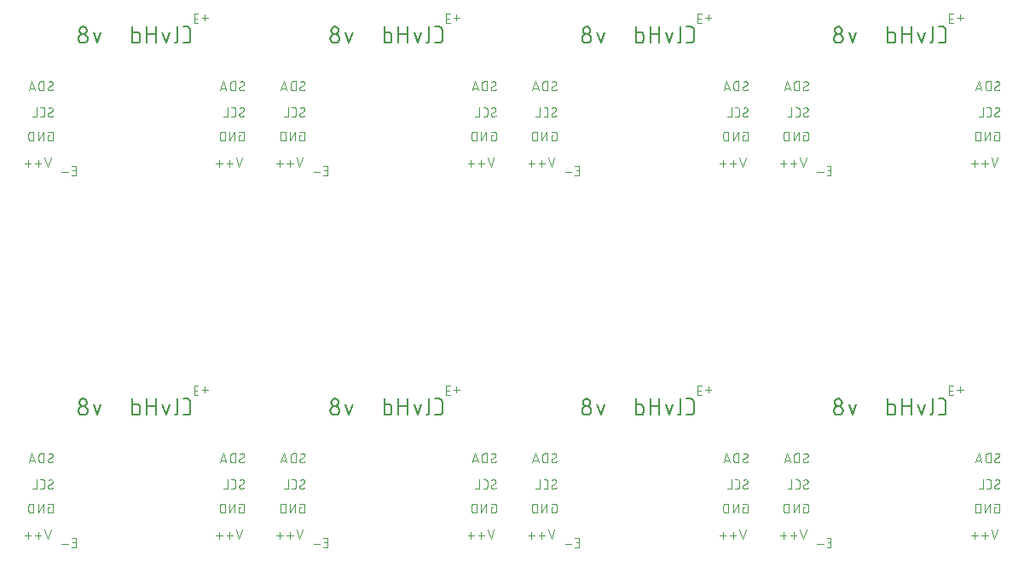
<source format=gbr>
G04 EAGLE Gerber RS-274X export*
G75*
%MOMM*%
%FSLAX34Y34*%
%LPD*%
%INSilkscreen Bottom*%
%IPPOS*%
%AMOC8*
5,1,8,0,0,1.08239X$1,22.5*%
G01*
%ADD10C,0.076200*%
%ADD11C,0.152400*%


D10*
X31026Y143513D02*
X29487Y143513D01*
X29487Y138381D01*
X32566Y138381D01*
X32656Y138383D01*
X32745Y138389D01*
X32834Y138399D01*
X32922Y138412D01*
X33010Y138430D01*
X33097Y138451D01*
X33183Y138476D01*
X33268Y138505D01*
X33352Y138537D01*
X33434Y138573D01*
X33514Y138613D01*
X33593Y138656D01*
X33669Y138703D01*
X33744Y138752D01*
X33816Y138805D01*
X33886Y138861D01*
X33953Y138920D01*
X34018Y138982D01*
X34080Y139047D01*
X34139Y139114D01*
X34195Y139184D01*
X34248Y139256D01*
X34297Y139331D01*
X34344Y139408D01*
X34387Y139486D01*
X34427Y139566D01*
X34463Y139648D01*
X34495Y139732D01*
X34524Y139817D01*
X34549Y139903D01*
X34570Y139990D01*
X34588Y140078D01*
X34601Y140166D01*
X34611Y140255D01*
X34617Y140344D01*
X34619Y140434D01*
X34619Y145566D01*
X34617Y145656D01*
X34611Y145745D01*
X34601Y145834D01*
X34588Y145922D01*
X34570Y146010D01*
X34549Y146097D01*
X34524Y146183D01*
X34495Y146268D01*
X34463Y146352D01*
X34427Y146434D01*
X34387Y146514D01*
X34344Y146593D01*
X34297Y146669D01*
X34248Y146744D01*
X34195Y146816D01*
X34139Y146886D01*
X34080Y146953D01*
X34018Y147018D01*
X33953Y147080D01*
X33886Y147139D01*
X33816Y147195D01*
X33744Y147248D01*
X33669Y147297D01*
X33593Y147344D01*
X33514Y147387D01*
X33434Y147427D01*
X33352Y147463D01*
X33268Y147495D01*
X33183Y147524D01*
X33097Y147549D01*
X33010Y147570D01*
X32922Y147588D01*
X32834Y147601D01*
X32745Y147611D01*
X32656Y147617D01*
X32566Y147619D01*
X29487Y147619D01*
X25019Y147619D02*
X25019Y138381D01*
X19887Y138381D02*
X25019Y147619D01*
X19887Y147619D02*
X19887Y138381D01*
X15419Y138381D02*
X15419Y147619D01*
X12853Y147619D01*
X12755Y147617D01*
X12657Y147611D01*
X12559Y147602D01*
X12461Y147589D01*
X12364Y147572D01*
X12268Y147552D01*
X12173Y147527D01*
X12079Y147499D01*
X11986Y147468D01*
X11894Y147433D01*
X11803Y147394D01*
X11714Y147353D01*
X11627Y147307D01*
X11542Y147259D01*
X11458Y147207D01*
X11377Y147152D01*
X11297Y147094D01*
X11220Y147033D01*
X11146Y146969D01*
X11074Y146902D01*
X11004Y146832D01*
X10937Y146760D01*
X10873Y146686D01*
X10812Y146609D01*
X10754Y146529D01*
X10699Y146448D01*
X10647Y146364D01*
X10599Y146279D01*
X10553Y146192D01*
X10512Y146103D01*
X10473Y146012D01*
X10438Y145920D01*
X10407Y145827D01*
X10379Y145733D01*
X10354Y145638D01*
X10334Y145542D01*
X10317Y145445D01*
X10304Y145347D01*
X10295Y145249D01*
X10289Y145151D01*
X10287Y145053D01*
X10287Y140947D01*
X10289Y140849D01*
X10295Y140751D01*
X10304Y140653D01*
X10317Y140555D01*
X10334Y140458D01*
X10354Y140362D01*
X10379Y140267D01*
X10407Y140173D01*
X10438Y140080D01*
X10473Y139988D01*
X10512Y139897D01*
X10553Y139808D01*
X10599Y139721D01*
X10647Y139636D01*
X10699Y139552D01*
X10754Y139471D01*
X10812Y139391D01*
X10873Y139314D01*
X10937Y139240D01*
X11004Y139168D01*
X11074Y139098D01*
X11146Y139031D01*
X11220Y138967D01*
X11297Y138906D01*
X11377Y138848D01*
X11458Y138793D01*
X11542Y138741D01*
X11627Y138693D01*
X11714Y138647D01*
X11803Y138606D01*
X11894Y138567D01*
X11986Y138532D01*
X12079Y138501D01*
X12173Y138473D01*
X12268Y138448D01*
X12364Y138428D01*
X12461Y138411D01*
X12559Y138398D01*
X12657Y138389D01*
X12755Y138383D01*
X12853Y138381D01*
X15419Y138381D01*
X32619Y121619D02*
X29540Y112381D01*
X26460Y121619D01*
X23019Y115974D02*
X16860Y115974D01*
X19940Y112894D02*
X19940Y119053D01*
X12819Y115974D02*
X6660Y115974D01*
X9740Y112894D02*
X9740Y119053D01*
X31540Y188381D02*
X31450Y188383D01*
X31361Y188389D01*
X31272Y188399D01*
X31184Y188412D01*
X31096Y188430D01*
X31009Y188451D01*
X30923Y188476D01*
X30838Y188505D01*
X30754Y188537D01*
X30672Y188573D01*
X30592Y188613D01*
X30514Y188656D01*
X30437Y188703D01*
X30362Y188752D01*
X30290Y188805D01*
X30220Y188861D01*
X30153Y188920D01*
X30088Y188982D01*
X30026Y189047D01*
X29967Y189114D01*
X29911Y189184D01*
X29858Y189256D01*
X29809Y189331D01*
X29762Y189407D01*
X29719Y189486D01*
X29679Y189566D01*
X29643Y189648D01*
X29611Y189732D01*
X29582Y189817D01*
X29557Y189903D01*
X29536Y189990D01*
X29518Y190077D01*
X29505Y190166D01*
X29495Y190255D01*
X29489Y190344D01*
X29487Y190434D01*
X31540Y188381D02*
X31667Y188383D01*
X31794Y188388D01*
X31920Y188398D01*
X32046Y188411D01*
X32172Y188427D01*
X32297Y188448D01*
X32422Y188472D01*
X32545Y188499D01*
X32668Y188530D01*
X32790Y188565D01*
X32911Y188603D01*
X33031Y188645D01*
X33149Y188691D01*
X33266Y188739D01*
X33382Y188792D01*
X33496Y188847D01*
X33608Y188906D01*
X33719Y188968D01*
X33828Y189033D01*
X33934Y189102D01*
X34039Y189173D01*
X34142Y189248D01*
X34242Y189326D01*
X34340Y189406D01*
X34436Y189489D01*
X34529Y189575D01*
X34619Y189664D01*
X34363Y195566D02*
X34361Y195656D01*
X34355Y195745D01*
X34345Y195834D01*
X34332Y195922D01*
X34314Y196010D01*
X34293Y196097D01*
X34268Y196183D01*
X34239Y196268D01*
X34207Y196352D01*
X34171Y196434D01*
X34131Y196514D01*
X34088Y196593D01*
X34041Y196669D01*
X33992Y196744D01*
X33939Y196816D01*
X33883Y196886D01*
X33824Y196953D01*
X33762Y197018D01*
X33697Y197080D01*
X33630Y197139D01*
X33560Y197195D01*
X33488Y197248D01*
X33413Y197297D01*
X33337Y197344D01*
X33258Y197387D01*
X33178Y197427D01*
X33096Y197463D01*
X33012Y197495D01*
X32927Y197524D01*
X32841Y197549D01*
X32754Y197570D01*
X32666Y197588D01*
X32578Y197601D01*
X32489Y197611D01*
X32400Y197617D01*
X32310Y197619D01*
X32186Y197617D01*
X32062Y197611D01*
X31939Y197601D01*
X31816Y197587D01*
X31693Y197569D01*
X31572Y197547D01*
X31450Y197522D01*
X31330Y197492D01*
X31211Y197459D01*
X31093Y197421D01*
X30976Y197380D01*
X30861Y197336D01*
X30747Y197287D01*
X30634Y197235D01*
X30524Y197179D01*
X30415Y197120D01*
X30308Y197057D01*
X30203Y196991D01*
X30101Y196922D01*
X30001Y196849D01*
X33336Y193770D02*
X33412Y193817D01*
X33487Y193868D01*
X33559Y193922D01*
X33629Y193979D01*
X33696Y194039D01*
X33761Y194102D01*
X33823Y194167D01*
X33882Y194235D01*
X33938Y194306D01*
X33991Y194379D01*
X34041Y194454D01*
X34087Y194532D01*
X34130Y194611D01*
X34170Y194692D01*
X34206Y194775D01*
X34238Y194859D01*
X34267Y194944D01*
X34292Y195031D01*
X34313Y195119D01*
X34331Y195207D01*
X34344Y195296D01*
X34354Y195386D01*
X34360Y195476D01*
X34362Y195566D01*
X30514Y192230D02*
X30437Y192183D01*
X30362Y192132D01*
X30290Y192078D01*
X30220Y192021D01*
X30153Y191961D01*
X30088Y191898D01*
X30026Y191833D01*
X29967Y191765D01*
X29911Y191694D01*
X29858Y191621D01*
X29808Y191546D01*
X29762Y191468D01*
X29719Y191389D01*
X29679Y191308D01*
X29643Y191225D01*
X29611Y191141D01*
X29582Y191056D01*
X29557Y190969D01*
X29536Y190882D01*
X29518Y190793D01*
X29505Y190704D01*
X29495Y190614D01*
X29489Y190524D01*
X29487Y190434D01*
X30513Y192230D02*
X33336Y193770D01*
X25619Y197619D02*
X25619Y188381D01*
X25619Y197619D02*
X23053Y197619D01*
X22955Y197617D01*
X22857Y197611D01*
X22759Y197602D01*
X22661Y197589D01*
X22564Y197572D01*
X22468Y197552D01*
X22373Y197527D01*
X22279Y197499D01*
X22186Y197468D01*
X22094Y197433D01*
X22003Y197394D01*
X21914Y197353D01*
X21827Y197307D01*
X21742Y197259D01*
X21658Y197207D01*
X21577Y197152D01*
X21497Y197094D01*
X21420Y197033D01*
X21346Y196969D01*
X21274Y196902D01*
X21204Y196832D01*
X21137Y196760D01*
X21073Y196686D01*
X21012Y196609D01*
X20954Y196529D01*
X20899Y196448D01*
X20847Y196364D01*
X20799Y196279D01*
X20753Y196192D01*
X20712Y196103D01*
X20673Y196012D01*
X20638Y195920D01*
X20607Y195827D01*
X20579Y195733D01*
X20554Y195638D01*
X20534Y195542D01*
X20517Y195445D01*
X20504Y195347D01*
X20495Y195249D01*
X20489Y195151D01*
X20487Y195053D01*
X20487Y190947D01*
X20489Y190849D01*
X20495Y190751D01*
X20504Y190653D01*
X20517Y190555D01*
X20534Y190458D01*
X20554Y190362D01*
X20579Y190267D01*
X20607Y190173D01*
X20638Y190080D01*
X20673Y189988D01*
X20712Y189897D01*
X20753Y189808D01*
X20799Y189721D01*
X20847Y189636D01*
X20899Y189552D01*
X20954Y189471D01*
X21012Y189391D01*
X21073Y189314D01*
X21137Y189240D01*
X21204Y189168D01*
X21274Y189098D01*
X21346Y189031D01*
X21420Y188967D01*
X21497Y188906D01*
X21577Y188848D01*
X21658Y188793D01*
X21742Y188741D01*
X21827Y188693D01*
X21914Y188647D01*
X22003Y188606D01*
X22094Y188567D01*
X22186Y188532D01*
X22279Y188501D01*
X22373Y188473D01*
X22468Y188448D01*
X22564Y188428D01*
X22661Y188411D01*
X22759Y188398D01*
X22857Y188389D01*
X22955Y188383D01*
X23053Y188381D01*
X25619Y188381D01*
X16832Y188381D02*
X13753Y197619D01*
X10674Y188381D01*
X11443Y190691D02*
X16062Y190691D01*
X29487Y164434D02*
X29489Y164344D01*
X29495Y164255D01*
X29505Y164166D01*
X29518Y164077D01*
X29536Y163990D01*
X29557Y163903D01*
X29582Y163817D01*
X29611Y163732D01*
X29643Y163648D01*
X29679Y163566D01*
X29719Y163486D01*
X29762Y163407D01*
X29809Y163331D01*
X29858Y163256D01*
X29911Y163184D01*
X29967Y163114D01*
X30026Y163047D01*
X30088Y162982D01*
X30153Y162920D01*
X30220Y162861D01*
X30290Y162805D01*
X30362Y162752D01*
X30437Y162703D01*
X30514Y162656D01*
X30592Y162613D01*
X30672Y162573D01*
X30754Y162537D01*
X30838Y162505D01*
X30923Y162476D01*
X31009Y162451D01*
X31096Y162430D01*
X31184Y162412D01*
X31272Y162399D01*
X31361Y162389D01*
X31450Y162383D01*
X31540Y162381D01*
X31667Y162383D01*
X31794Y162388D01*
X31920Y162398D01*
X32046Y162411D01*
X32172Y162427D01*
X32297Y162448D01*
X32422Y162472D01*
X32545Y162499D01*
X32668Y162530D01*
X32790Y162565D01*
X32911Y162603D01*
X33031Y162645D01*
X33149Y162691D01*
X33266Y162739D01*
X33382Y162792D01*
X33496Y162847D01*
X33608Y162906D01*
X33719Y162968D01*
X33828Y163033D01*
X33934Y163102D01*
X34039Y163173D01*
X34142Y163248D01*
X34242Y163326D01*
X34340Y163406D01*
X34436Y163489D01*
X34529Y163575D01*
X34619Y163664D01*
X34363Y169566D02*
X34361Y169656D01*
X34355Y169745D01*
X34345Y169834D01*
X34332Y169922D01*
X34314Y170010D01*
X34293Y170097D01*
X34268Y170183D01*
X34239Y170268D01*
X34207Y170352D01*
X34171Y170434D01*
X34131Y170514D01*
X34088Y170593D01*
X34041Y170669D01*
X33992Y170744D01*
X33939Y170816D01*
X33883Y170886D01*
X33824Y170953D01*
X33762Y171018D01*
X33697Y171080D01*
X33630Y171139D01*
X33560Y171195D01*
X33488Y171248D01*
X33413Y171297D01*
X33337Y171344D01*
X33258Y171387D01*
X33178Y171427D01*
X33096Y171463D01*
X33012Y171495D01*
X32927Y171524D01*
X32841Y171549D01*
X32754Y171570D01*
X32666Y171588D01*
X32578Y171601D01*
X32489Y171611D01*
X32400Y171617D01*
X32310Y171619D01*
X32186Y171617D01*
X32062Y171611D01*
X31939Y171601D01*
X31816Y171587D01*
X31693Y171569D01*
X31572Y171547D01*
X31450Y171522D01*
X31330Y171492D01*
X31211Y171459D01*
X31093Y171421D01*
X30976Y171380D01*
X30861Y171336D01*
X30747Y171287D01*
X30634Y171235D01*
X30524Y171179D01*
X30415Y171120D01*
X30308Y171057D01*
X30203Y170991D01*
X30101Y170922D01*
X30001Y170849D01*
X33336Y167770D02*
X33412Y167817D01*
X33487Y167868D01*
X33559Y167922D01*
X33629Y167979D01*
X33696Y168039D01*
X33761Y168102D01*
X33823Y168167D01*
X33882Y168235D01*
X33938Y168306D01*
X33991Y168379D01*
X34041Y168454D01*
X34087Y168532D01*
X34130Y168611D01*
X34170Y168692D01*
X34206Y168775D01*
X34238Y168859D01*
X34267Y168944D01*
X34292Y169031D01*
X34313Y169119D01*
X34331Y169207D01*
X34344Y169296D01*
X34354Y169386D01*
X34360Y169476D01*
X34362Y169566D01*
X30514Y166230D02*
X30437Y166183D01*
X30362Y166132D01*
X30290Y166078D01*
X30220Y166021D01*
X30153Y165961D01*
X30088Y165898D01*
X30026Y165833D01*
X29967Y165765D01*
X29911Y165694D01*
X29858Y165621D01*
X29808Y165546D01*
X29762Y165468D01*
X29719Y165389D01*
X29679Y165308D01*
X29643Y165225D01*
X29611Y165141D01*
X29582Y165056D01*
X29557Y164969D01*
X29536Y164882D01*
X29518Y164793D01*
X29505Y164704D01*
X29495Y164614D01*
X29489Y164524D01*
X29487Y164434D01*
X30513Y166230D02*
X33336Y167770D01*
X23892Y162381D02*
X21839Y162381D01*
X23892Y162381D02*
X23982Y162383D01*
X24071Y162389D01*
X24160Y162399D01*
X24248Y162412D01*
X24336Y162430D01*
X24423Y162451D01*
X24509Y162476D01*
X24594Y162505D01*
X24678Y162537D01*
X24760Y162573D01*
X24840Y162613D01*
X24919Y162656D01*
X24995Y162703D01*
X25070Y162752D01*
X25142Y162805D01*
X25212Y162861D01*
X25279Y162920D01*
X25344Y162982D01*
X25406Y163047D01*
X25465Y163114D01*
X25521Y163184D01*
X25574Y163256D01*
X25623Y163331D01*
X25670Y163408D01*
X25713Y163486D01*
X25753Y163566D01*
X25789Y163648D01*
X25821Y163732D01*
X25850Y163817D01*
X25875Y163903D01*
X25896Y163990D01*
X25914Y164078D01*
X25927Y164166D01*
X25937Y164255D01*
X25943Y164344D01*
X25945Y164434D01*
X25945Y169566D01*
X25943Y169656D01*
X25937Y169745D01*
X25927Y169834D01*
X25914Y169922D01*
X25896Y170010D01*
X25875Y170097D01*
X25850Y170183D01*
X25821Y170268D01*
X25789Y170352D01*
X25753Y170434D01*
X25713Y170514D01*
X25670Y170593D01*
X25623Y170669D01*
X25574Y170744D01*
X25521Y170816D01*
X25465Y170886D01*
X25406Y170953D01*
X25344Y171018D01*
X25279Y171080D01*
X25212Y171139D01*
X25142Y171195D01*
X25070Y171248D01*
X24995Y171297D01*
X24919Y171344D01*
X24840Y171387D01*
X24760Y171427D01*
X24678Y171463D01*
X24594Y171495D01*
X24509Y171524D01*
X24423Y171549D01*
X24336Y171570D01*
X24248Y171588D01*
X24160Y171601D01*
X24071Y171611D01*
X23982Y171617D01*
X23892Y171619D01*
X21839Y171619D01*
X18102Y171619D02*
X18102Y162381D01*
X13996Y162381D01*
X174777Y264558D02*
X178882Y264558D01*
X174777Y264558D02*
X174777Y255320D01*
X178882Y255320D01*
X177856Y259425D02*
X174777Y259425D01*
X182346Y260965D02*
X188505Y260965D01*
X185425Y264044D02*
X185425Y257886D01*
X57104Y104180D02*
X52998Y104180D01*
X57104Y104180D02*
X57104Y113418D01*
X52998Y113418D01*
X54024Y109313D02*
X57104Y109313D01*
X49534Y107773D02*
X43375Y107773D01*
D11*
X164013Y235762D02*
X167626Y235762D01*
X167744Y235764D01*
X167862Y235770D01*
X167980Y235779D01*
X168097Y235793D01*
X168214Y235810D01*
X168331Y235831D01*
X168446Y235856D01*
X168561Y235885D01*
X168675Y235918D01*
X168787Y235954D01*
X168898Y235994D01*
X169008Y236037D01*
X169117Y236084D01*
X169224Y236134D01*
X169329Y236189D01*
X169432Y236246D01*
X169533Y236307D01*
X169633Y236371D01*
X169730Y236438D01*
X169825Y236508D01*
X169917Y236582D01*
X170008Y236658D01*
X170095Y236738D01*
X170180Y236820D01*
X170262Y236905D01*
X170342Y236992D01*
X170418Y237083D01*
X170492Y237175D01*
X170562Y237270D01*
X170629Y237367D01*
X170693Y237467D01*
X170754Y237568D01*
X170811Y237671D01*
X170866Y237776D01*
X170916Y237883D01*
X170963Y237992D01*
X171006Y238102D01*
X171046Y238213D01*
X171082Y238325D01*
X171115Y238439D01*
X171144Y238554D01*
X171169Y238669D01*
X171190Y238786D01*
X171207Y238903D01*
X171221Y239020D01*
X171230Y239138D01*
X171236Y239256D01*
X171238Y239374D01*
X171238Y248406D01*
X171236Y248524D01*
X171230Y248642D01*
X171221Y248760D01*
X171207Y248877D01*
X171190Y248994D01*
X171169Y249111D01*
X171144Y249226D01*
X171115Y249341D01*
X171082Y249455D01*
X171046Y249567D01*
X171006Y249678D01*
X170963Y249788D01*
X170916Y249897D01*
X170866Y250004D01*
X170811Y250109D01*
X170754Y250212D01*
X170693Y250313D01*
X170629Y250413D01*
X170562Y250510D01*
X170492Y250605D01*
X170418Y250697D01*
X170342Y250788D01*
X170262Y250875D01*
X170180Y250960D01*
X170095Y251042D01*
X170008Y251122D01*
X169917Y251198D01*
X169825Y251272D01*
X169730Y251342D01*
X169633Y251409D01*
X169533Y251473D01*
X169432Y251534D01*
X169329Y251591D01*
X169224Y251646D01*
X169117Y251696D01*
X169008Y251743D01*
X168898Y251786D01*
X168787Y251826D01*
X168675Y251862D01*
X168561Y251895D01*
X168446Y251924D01*
X168331Y251949D01*
X168214Y251970D01*
X168097Y251987D01*
X167980Y252001D01*
X167862Y252010D01*
X167744Y252016D01*
X167626Y252018D01*
X164013Y252018D01*
X158075Y252018D02*
X158075Y238471D01*
X158074Y238471D02*
X158072Y238370D01*
X158066Y238269D01*
X158057Y238168D01*
X158044Y238067D01*
X158027Y237967D01*
X158006Y237868D01*
X157982Y237770D01*
X157954Y237673D01*
X157922Y237576D01*
X157887Y237481D01*
X157848Y237388D01*
X157806Y237296D01*
X157760Y237205D01*
X157711Y237116D01*
X157659Y237030D01*
X157603Y236945D01*
X157545Y236862D01*
X157483Y236782D01*
X157418Y236704D01*
X157351Y236628D01*
X157281Y236555D01*
X157208Y236485D01*
X157132Y236418D01*
X157054Y236353D01*
X156974Y236291D01*
X156891Y236233D01*
X156806Y236177D01*
X156720Y236125D01*
X156631Y236076D01*
X156540Y236030D01*
X156448Y235988D01*
X156355Y235949D01*
X156260Y235914D01*
X156163Y235882D01*
X156066Y235854D01*
X155968Y235830D01*
X155869Y235809D01*
X155769Y235792D01*
X155668Y235779D01*
X155567Y235770D01*
X155466Y235764D01*
X155365Y235762D01*
X146883Y235762D02*
X150496Y246599D01*
X143271Y246599D02*
X146883Y235762D01*
X136810Y235762D02*
X136810Y252018D01*
X136810Y244793D02*
X127779Y244793D01*
X127779Y252018D02*
X127779Y235762D01*
X113645Y235762D02*
X113645Y252018D01*
X113645Y235762D02*
X118161Y235762D01*
X118262Y235764D01*
X118363Y235770D01*
X118464Y235779D01*
X118565Y235792D01*
X118665Y235809D01*
X118764Y235830D01*
X118862Y235854D01*
X118959Y235882D01*
X119056Y235914D01*
X119151Y235949D01*
X119244Y235988D01*
X119336Y236030D01*
X119427Y236076D01*
X119515Y236125D01*
X119602Y236177D01*
X119687Y236233D01*
X119770Y236291D01*
X119850Y236353D01*
X119928Y236418D01*
X120004Y236485D01*
X120077Y236555D01*
X120147Y236628D01*
X120214Y236704D01*
X120279Y236782D01*
X120341Y236862D01*
X120399Y236945D01*
X120455Y237030D01*
X120507Y237116D01*
X120556Y237205D01*
X120602Y237296D01*
X120644Y237388D01*
X120683Y237481D01*
X120718Y237576D01*
X120750Y237673D01*
X120778Y237770D01*
X120802Y237868D01*
X120823Y237967D01*
X120840Y238067D01*
X120853Y238168D01*
X120862Y238269D01*
X120868Y238370D01*
X120870Y238471D01*
X120870Y243890D01*
X120868Y243991D01*
X120862Y244092D01*
X120853Y244193D01*
X120840Y244294D01*
X120823Y244394D01*
X120802Y244493D01*
X120778Y244591D01*
X120750Y244688D01*
X120718Y244785D01*
X120683Y244880D01*
X120644Y244973D01*
X120602Y245065D01*
X120556Y245156D01*
X120507Y245245D01*
X120455Y245331D01*
X120399Y245416D01*
X120341Y245499D01*
X120279Y245579D01*
X120214Y245657D01*
X120147Y245733D01*
X120077Y245806D01*
X120004Y245876D01*
X119928Y245943D01*
X119850Y246008D01*
X119770Y246070D01*
X119687Y246128D01*
X119602Y246184D01*
X119516Y246236D01*
X119427Y246285D01*
X119336Y246331D01*
X119244Y246373D01*
X119151Y246412D01*
X119056Y246447D01*
X118959Y246479D01*
X118862Y246507D01*
X118764Y246531D01*
X118665Y246552D01*
X118565Y246569D01*
X118464Y246582D01*
X118363Y246591D01*
X118262Y246597D01*
X118161Y246599D01*
X113645Y246599D01*
X82238Y246599D02*
X78626Y235762D01*
X75013Y246599D01*
X69073Y240278D02*
X69071Y240411D01*
X69065Y240543D01*
X69055Y240675D01*
X69042Y240807D01*
X69024Y240939D01*
X69003Y241069D01*
X68978Y241200D01*
X68949Y241329D01*
X68916Y241457D01*
X68880Y241585D01*
X68840Y241711D01*
X68796Y241836D01*
X68748Y241960D01*
X68697Y242082D01*
X68642Y242203D01*
X68584Y242322D01*
X68522Y242440D01*
X68457Y242555D01*
X68388Y242669D01*
X68317Y242780D01*
X68241Y242889D01*
X68163Y242996D01*
X68082Y243101D01*
X67997Y243203D01*
X67910Y243303D01*
X67820Y243400D01*
X67727Y243495D01*
X67631Y243586D01*
X67533Y243675D01*
X67432Y243761D01*
X67328Y243844D01*
X67222Y243924D01*
X67114Y244000D01*
X67004Y244074D01*
X66891Y244144D01*
X66777Y244211D01*
X66660Y244274D01*
X66542Y244334D01*
X66422Y244391D01*
X66300Y244444D01*
X66177Y244493D01*
X66053Y244539D01*
X65927Y244581D01*
X65800Y244619D01*
X65672Y244654D01*
X65543Y244685D01*
X65414Y244712D01*
X65283Y244735D01*
X65152Y244755D01*
X65020Y244770D01*
X64888Y244782D01*
X64756Y244790D01*
X64623Y244794D01*
X64491Y244794D01*
X64358Y244790D01*
X64226Y244782D01*
X64094Y244770D01*
X63962Y244755D01*
X63831Y244735D01*
X63700Y244712D01*
X63571Y244685D01*
X63442Y244654D01*
X63314Y244619D01*
X63187Y244581D01*
X63061Y244539D01*
X62937Y244493D01*
X62814Y244444D01*
X62692Y244391D01*
X62572Y244334D01*
X62454Y244274D01*
X62337Y244211D01*
X62223Y244144D01*
X62110Y244074D01*
X62000Y244000D01*
X61892Y243924D01*
X61786Y243844D01*
X61682Y243761D01*
X61581Y243675D01*
X61483Y243586D01*
X61387Y243495D01*
X61294Y243400D01*
X61204Y243303D01*
X61117Y243203D01*
X61032Y243101D01*
X60951Y242996D01*
X60873Y242889D01*
X60797Y242780D01*
X60726Y242669D01*
X60657Y242555D01*
X60592Y242440D01*
X60530Y242322D01*
X60472Y242203D01*
X60417Y242082D01*
X60366Y241960D01*
X60318Y241836D01*
X60274Y241711D01*
X60234Y241585D01*
X60198Y241457D01*
X60165Y241329D01*
X60136Y241200D01*
X60111Y241069D01*
X60090Y240939D01*
X60072Y240807D01*
X60059Y240675D01*
X60049Y240543D01*
X60043Y240411D01*
X60041Y240278D01*
X60043Y240145D01*
X60049Y240013D01*
X60059Y239881D01*
X60072Y239749D01*
X60090Y239617D01*
X60111Y239487D01*
X60136Y239356D01*
X60165Y239227D01*
X60198Y239099D01*
X60234Y238971D01*
X60274Y238845D01*
X60318Y238720D01*
X60366Y238596D01*
X60417Y238474D01*
X60472Y238353D01*
X60530Y238234D01*
X60592Y238116D01*
X60657Y238001D01*
X60726Y237887D01*
X60797Y237776D01*
X60873Y237667D01*
X60951Y237560D01*
X61032Y237455D01*
X61117Y237353D01*
X61204Y237253D01*
X61294Y237156D01*
X61387Y237061D01*
X61483Y236970D01*
X61581Y236881D01*
X61682Y236795D01*
X61786Y236712D01*
X61892Y236632D01*
X62000Y236556D01*
X62110Y236482D01*
X62223Y236412D01*
X62337Y236345D01*
X62454Y236282D01*
X62572Y236222D01*
X62692Y236165D01*
X62814Y236112D01*
X62937Y236063D01*
X63061Y236017D01*
X63187Y235975D01*
X63314Y235937D01*
X63442Y235902D01*
X63571Y235871D01*
X63700Y235844D01*
X63831Y235821D01*
X63962Y235801D01*
X64094Y235786D01*
X64226Y235774D01*
X64358Y235766D01*
X64491Y235762D01*
X64623Y235762D01*
X64756Y235766D01*
X64888Y235774D01*
X65020Y235786D01*
X65152Y235801D01*
X65283Y235821D01*
X65414Y235844D01*
X65543Y235871D01*
X65672Y235902D01*
X65800Y235937D01*
X65927Y235975D01*
X66053Y236017D01*
X66177Y236063D01*
X66300Y236112D01*
X66422Y236165D01*
X66542Y236222D01*
X66660Y236282D01*
X66777Y236345D01*
X66891Y236412D01*
X67004Y236482D01*
X67114Y236556D01*
X67222Y236632D01*
X67328Y236712D01*
X67432Y236795D01*
X67533Y236881D01*
X67631Y236970D01*
X67727Y237061D01*
X67820Y237156D01*
X67910Y237253D01*
X67997Y237353D01*
X68082Y237455D01*
X68163Y237560D01*
X68241Y237667D01*
X68317Y237776D01*
X68388Y237887D01*
X68457Y238001D01*
X68522Y238116D01*
X68584Y238234D01*
X68642Y238353D01*
X68697Y238474D01*
X68748Y238596D01*
X68796Y238720D01*
X68840Y238845D01*
X68880Y238971D01*
X68916Y239099D01*
X68949Y239227D01*
X68978Y239356D01*
X69003Y239487D01*
X69024Y239617D01*
X69042Y239749D01*
X69055Y239881D01*
X69065Y240013D01*
X69071Y240145D01*
X69073Y240278D01*
X68169Y248406D02*
X68167Y248525D01*
X68161Y248645D01*
X68151Y248764D01*
X68137Y248882D01*
X68120Y249001D01*
X68098Y249118D01*
X68073Y249235D01*
X68043Y249350D01*
X68010Y249465D01*
X67973Y249579D01*
X67933Y249691D01*
X67888Y249802D01*
X67840Y249911D01*
X67789Y250019D01*
X67734Y250125D01*
X67675Y250229D01*
X67613Y250331D01*
X67548Y250431D01*
X67479Y250529D01*
X67407Y250625D01*
X67332Y250718D01*
X67255Y250808D01*
X67174Y250896D01*
X67090Y250981D01*
X67003Y251063D01*
X66914Y251143D01*
X66822Y251219D01*
X66728Y251293D01*
X66631Y251363D01*
X66533Y251430D01*
X66432Y251494D01*
X66328Y251554D01*
X66223Y251611D01*
X66116Y251664D01*
X66008Y251714D01*
X65898Y251760D01*
X65786Y251802D01*
X65673Y251841D01*
X65559Y251876D01*
X65444Y251907D01*
X65327Y251935D01*
X65210Y251958D01*
X65093Y251978D01*
X64974Y251994D01*
X64855Y252006D01*
X64736Y252014D01*
X64617Y252018D01*
X64497Y252018D01*
X64378Y252014D01*
X64259Y252006D01*
X64140Y251994D01*
X64021Y251978D01*
X63904Y251958D01*
X63787Y251935D01*
X63670Y251907D01*
X63555Y251876D01*
X63441Y251841D01*
X63328Y251802D01*
X63216Y251760D01*
X63106Y251714D01*
X62998Y251664D01*
X62891Y251611D01*
X62786Y251554D01*
X62682Y251494D01*
X62581Y251430D01*
X62483Y251363D01*
X62386Y251293D01*
X62292Y251219D01*
X62200Y251143D01*
X62111Y251063D01*
X62024Y250981D01*
X61940Y250896D01*
X61859Y250808D01*
X61782Y250718D01*
X61707Y250625D01*
X61635Y250529D01*
X61566Y250431D01*
X61501Y250331D01*
X61439Y250229D01*
X61380Y250125D01*
X61325Y250019D01*
X61274Y249911D01*
X61226Y249802D01*
X61181Y249691D01*
X61141Y249579D01*
X61104Y249465D01*
X61071Y249350D01*
X61041Y249235D01*
X61016Y249118D01*
X60994Y249001D01*
X60977Y248882D01*
X60963Y248764D01*
X60953Y248645D01*
X60947Y248525D01*
X60945Y248406D01*
X60947Y248287D01*
X60953Y248167D01*
X60963Y248048D01*
X60977Y247930D01*
X60994Y247811D01*
X61016Y247694D01*
X61041Y247577D01*
X61071Y247462D01*
X61104Y247347D01*
X61141Y247233D01*
X61181Y247121D01*
X61226Y247010D01*
X61274Y246901D01*
X61325Y246793D01*
X61380Y246687D01*
X61439Y246583D01*
X61501Y246481D01*
X61566Y246381D01*
X61635Y246283D01*
X61707Y246187D01*
X61782Y246094D01*
X61859Y246004D01*
X61940Y245916D01*
X62024Y245831D01*
X62111Y245749D01*
X62200Y245669D01*
X62292Y245593D01*
X62386Y245519D01*
X62483Y245449D01*
X62581Y245382D01*
X62682Y245318D01*
X62786Y245258D01*
X62891Y245201D01*
X62998Y245148D01*
X63106Y245098D01*
X63216Y245052D01*
X63328Y245010D01*
X63441Y244971D01*
X63555Y244936D01*
X63670Y244905D01*
X63787Y244877D01*
X63904Y244854D01*
X64021Y244834D01*
X64140Y244818D01*
X64259Y244806D01*
X64378Y244798D01*
X64497Y244794D01*
X64617Y244794D01*
X64736Y244798D01*
X64855Y244806D01*
X64974Y244818D01*
X65093Y244834D01*
X65210Y244854D01*
X65327Y244877D01*
X65444Y244905D01*
X65559Y244936D01*
X65673Y244971D01*
X65786Y245010D01*
X65898Y245052D01*
X66008Y245098D01*
X66116Y245148D01*
X66223Y245201D01*
X66328Y245258D01*
X66432Y245318D01*
X66533Y245382D01*
X66631Y245449D01*
X66728Y245519D01*
X66822Y245593D01*
X66914Y245669D01*
X67003Y245749D01*
X67090Y245831D01*
X67174Y245916D01*
X67255Y246004D01*
X67332Y246094D01*
X67407Y246187D01*
X67479Y246283D01*
X67548Y246381D01*
X67613Y246481D01*
X67675Y246583D01*
X67734Y246687D01*
X67789Y246793D01*
X67840Y246901D01*
X67888Y247010D01*
X67933Y247121D01*
X67973Y247233D01*
X68010Y247347D01*
X68043Y247462D01*
X68073Y247577D01*
X68098Y247694D01*
X68120Y247811D01*
X68137Y247930D01*
X68151Y248048D01*
X68161Y248167D01*
X68167Y248287D01*
X68169Y248406D01*
D10*
X219487Y143513D02*
X221026Y143513D01*
X219487Y143513D02*
X219487Y138381D01*
X222566Y138381D01*
X222656Y138383D01*
X222745Y138389D01*
X222834Y138399D01*
X222922Y138412D01*
X223010Y138430D01*
X223097Y138451D01*
X223183Y138476D01*
X223268Y138505D01*
X223352Y138537D01*
X223434Y138573D01*
X223514Y138613D01*
X223593Y138656D01*
X223669Y138703D01*
X223744Y138752D01*
X223816Y138805D01*
X223886Y138861D01*
X223953Y138920D01*
X224018Y138982D01*
X224080Y139047D01*
X224139Y139114D01*
X224195Y139184D01*
X224248Y139256D01*
X224297Y139331D01*
X224344Y139408D01*
X224387Y139486D01*
X224427Y139566D01*
X224463Y139648D01*
X224495Y139732D01*
X224524Y139817D01*
X224549Y139903D01*
X224570Y139990D01*
X224588Y140078D01*
X224601Y140166D01*
X224611Y140255D01*
X224617Y140344D01*
X224619Y140434D01*
X224619Y145566D01*
X224617Y145656D01*
X224611Y145745D01*
X224601Y145834D01*
X224588Y145922D01*
X224570Y146010D01*
X224549Y146097D01*
X224524Y146183D01*
X224495Y146268D01*
X224463Y146352D01*
X224427Y146434D01*
X224387Y146514D01*
X224344Y146593D01*
X224297Y146669D01*
X224248Y146744D01*
X224195Y146816D01*
X224139Y146886D01*
X224080Y146953D01*
X224018Y147018D01*
X223953Y147080D01*
X223886Y147139D01*
X223816Y147195D01*
X223744Y147248D01*
X223669Y147297D01*
X223593Y147344D01*
X223514Y147387D01*
X223434Y147427D01*
X223352Y147463D01*
X223268Y147495D01*
X223183Y147524D01*
X223097Y147549D01*
X223010Y147570D01*
X222922Y147588D01*
X222834Y147601D01*
X222745Y147611D01*
X222656Y147617D01*
X222566Y147619D01*
X219487Y147619D01*
X215019Y147619D02*
X215019Y138381D01*
X209887Y138381D02*
X215019Y147619D01*
X209887Y147619D02*
X209887Y138381D01*
X205419Y138381D02*
X205419Y147619D01*
X202853Y147619D01*
X202755Y147617D01*
X202657Y147611D01*
X202559Y147602D01*
X202461Y147589D01*
X202364Y147572D01*
X202268Y147552D01*
X202173Y147527D01*
X202079Y147499D01*
X201986Y147468D01*
X201894Y147433D01*
X201803Y147394D01*
X201714Y147353D01*
X201627Y147307D01*
X201542Y147259D01*
X201458Y147207D01*
X201377Y147152D01*
X201297Y147094D01*
X201220Y147033D01*
X201146Y146969D01*
X201074Y146902D01*
X201004Y146832D01*
X200937Y146760D01*
X200873Y146686D01*
X200812Y146609D01*
X200754Y146529D01*
X200699Y146448D01*
X200647Y146364D01*
X200599Y146279D01*
X200553Y146192D01*
X200512Y146103D01*
X200473Y146012D01*
X200438Y145920D01*
X200407Y145827D01*
X200379Y145733D01*
X200354Y145638D01*
X200334Y145542D01*
X200317Y145445D01*
X200304Y145347D01*
X200295Y145249D01*
X200289Y145151D01*
X200287Y145053D01*
X200287Y140947D01*
X200289Y140849D01*
X200295Y140751D01*
X200304Y140653D01*
X200317Y140555D01*
X200334Y140458D01*
X200354Y140362D01*
X200379Y140267D01*
X200407Y140173D01*
X200438Y140080D01*
X200473Y139988D01*
X200512Y139897D01*
X200553Y139808D01*
X200599Y139721D01*
X200647Y139636D01*
X200699Y139552D01*
X200754Y139471D01*
X200812Y139391D01*
X200873Y139314D01*
X200937Y139240D01*
X201004Y139168D01*
X201074Y139098D01*
X201146Y139031D01*
X201220Y138967D01*
X201297Y138906D01*
X201377Y138848D01*
X201458Y138793D01*
X201542Y138741D01*
X201627Y138693D01*
X201714Y138647D01*
X201803Y138606D01*
X201894Y138567D01*
X201986Y138532D01*
X202079Y138501D01*
X202173Y138473D01*
X202268Y138448D01*
X202364Y138428D01*
X202461Y138411D01*
X202559Y138398D01*
X202657Y138389D01*
X202755Y138383D01*
X202853Y138381D01*
X205419Y138381D01*
X222619Y121619D02*
X219540Y112381D01*
X216460Y121619D01*
X213019Y115974D02*
X206860Y115974D01*
X209940Y112894D02*
X209940Y119053D01*
X202819Y115974D02*
X196660Y115974D01*
X199740Y112894D02*
X199740Y119053D01*
X221540Y188381D02*
X221450Y188383D01*
X221361Y188389D01*
X221272Y188399D01*
X221184Y188412D01*
X221096Y188430D01*
X221009Y188451D01*
X220923Y188476D01*
X220838Y188505D01*
X220754Y188537D01*
X220672Y188573D01*
X220592Y188613D01*
X220514Y188656D01*
X220437Y188703D01*
X220362Y188752D01*
X220290Y188805D01*
X220220Y188861D01*
X220153Y188920D01*
X220088Y188982D01*
X220026Y189047D01*
X219967Y189114D01*
X219911Y189184D01*
X219858Y189256D01*
X219809Y189331D01*
X219762Y189407D01*
X219719Y189486D01*
X219679Y189566D01*
X219643Y189648D01*
X219611Y189732D01*
X219582Y189817D01*
X219557Y189903D01*
X219536Y189990D01*
X219518Y190077D01*
X219505Y190166D01*
X219495Y190255D01*
X219489Y190344D01*
X219487Y190434D01*
X221540Y188381D02*
X221667Y188383D01*
X221794Y188388D01*
X221920Y188398D01*
X222046Y188411D01*
X222172Y188427D01*
X222297Y188448D01*
X222422Y188472D01*
X222545Y188499D01*
X222668Y188530D01*
X222790Y188565D01*
X222911Y188603D01*
X223031Y188645D01*
X223149Y188691D01*
X223266Y188739D01*
X223382Y188792D01*
X223496Y188847D01*
X223608Y188906D01*
X223719Y188968D01*
X223828Y189033D01*
X223934Y189102D01*
X224039Y189173D01*
X224142Y189248D01*
X224242Y189326D01*
X224340Y189406D01*
X224436Y189489D01*
X224529Y189575D01*
X224619Y189664D01*
X224363Y195566D02*
X224361Y195656D01*
X224355Y195745D01*
X224345Y195834D01*
X224332Y195922D01*
X224314Y196010D01*
X224293Y196097D01*
X224268Y196183D01*
X224239Y196268D01*
X224207Y196352D01*
X224171Y196434D01*
X224131Y196514D01*
X224088Y196593D01*
X224041Y196669D01*
X223992Y196744D01*
X223939Y196816D01*
X223883Y196886D01*
X223824Y196953D01*
X223762Y197018D01*
X223697Y197080D01*
X223630Y197139D01*
X223560Y197195D01*
X223488Y197248D01*
X223413Y197297D01*
X223337Y197344D01*
X223258Y197387D01*
X223178Y197427D01*
X223096Y197463D01*
X223012Y197495D01*
X222927Y197524D01*
X222841Y197549D01*
X222754Y197570D01*
X222666Y197588D01*
X222578Y197601D01*
X222489Y197611D01*
X222400Y197617D01*
X222310Y197619D01*
X222186Y197617D01*
X222062Y197611D01*
X221939Y197601D01*
X221816Y197587D01*
X221693Y197569D01*
X221572Y197547D01*
X221450Y197522D01*
X221330Y197492D01*
X221211Y197459D01*
X221093Y197421D01*
X220976Y197380D01*
X220861Y197336D01*
X220747Y197287D01*
X220634Y197235D01*
X220524Y197179D01*
X220415Y197120D01*
X220308Y197057D01*
X220203Y196991D01*
X220101Y196922D01*
X220001Y196849D01*
X223336Y193770D02*
X223412Y193817D01*
X223487Y193868D01*
X223559Y193922D01*
X223629Y193979D01*
X223696Y194039D01*
X223761Y194102D01*
X223823Y194167D01*
X223882Y194235D01*
X223938Y194306D01*
X223991Y194379D01*
X224041Y194454D01*
X224087Y194532D01*
X224130Y194611D01*
X224170Y194692D01*
X224206Y194775D01*
X224238Y194859D01*
X224267Y194944D01*
X224292Y195031D01*
X224313Y195119D01*
X224331Y195207D01*
X224344Y195296D01*
X224354Y195386D01*
X224360Y195476D01*
X224362Y195566D01*
X220514Y192230D02*
X220437Y192183D01*
X220362Y192132D01*
X220290Y192078D01*
X220220Y192021D01*
X220153Y191961D01*
X220088Y191898D01*
X220026Y191833D01*
X219967Y191765D01*
X219911Y191694D01*
X219858Y191621D01*
X219808Y191546D01*
X219762Y191468D01*
X219719Y191389D01*
X219679Y191308D01*
X219643Y191225D01*
X219611Y191141D01*
X219582Y191056D01*
X219557Y190969D01*
X219536Y190882D01*
X219518Y190793D01*
X219505Y190704D01*
X219495Y190614D01*
X219489Y190524D01*
X219487Y190434D01*
X220513Y192230D02*
X223336Y193770D01*
X215619Y197619D02*
X215619Y188381D01*
X215619Y197619D02*
X213053Y197619D01*
X212955Y197617D01*
X212857Y197611D01*
X212759Y197602D01*
X212661Y197589D01*
X212564Y197572D01*
X212468Y197552D01*
X212373Y197527D01*
X212279Y197499D01*
X212186Y197468D01*
X212094Y197433D01*
X212003Y197394D01*
X211914Y197353D01*
X211827Y197307D01*
X211742Y197259D01*
X211658Y197207D01*
X211577Y197152D01*
X211497Y197094D01*
X211420Y197033D01*
X211346Y196969D01*
X211274Y196902D01*
X211204Y196832D01*
X211137Y196760D01*
X211073Y196686D01*
X211012Y196609D01*
X210954Y196529D01*
X210899Y196448D01*
X210847Y196364D01*
X210799Y196279D01*
X210753Y196192D01*
X210712Y196103D01*
X210673Y196012D01*
X210638Y195920D01*
X210607Y195827D01*
X210579Y195733D01*
X210554Y195638D01*
X210534Y195542D01*
X210517Y195445D01*
X210504Y195347D01*
X210495Y195249D01*
X210489Y195151D01*
X210487Y195053D01*
X210487Y190947D01*
X210489Y190849D01*
X210495Y190751D01*
X210504Y190653D01*
X210517Y190555D01*
X210534Y190458D01*
X210554Y190362D01*
X210579Y190267D01*
X210607Y190173D01*
X210638Y190080D01*
X210673Y189988D01*
X210712Y189897D01*
X210753Y189808D01*
X210799Y189721D01*
X210847Y189636D01*
X210899Y189552D01*
X210954Y189471D01*
X211012Y189391D01*
X211073Y189314D01*
X211137Y189240D01*
X211204Y189168D01*
X211274Y189098D01*
X211346Y189031D01*
X211420Y188967D01*
X211497Y188906D01*
X211577Y188848D01*
X211658Y188793D01*
X211742Y188741D01*
X211827Y188693D01*
X211914Y188647D01*
X212003Y188606D01*
X212094Y188567D01*
X212186Y188532D01*
X212279Y188501D01*
X212373Y188473D01*
X212468Y188448D01*
X212564Y188428D01*
X212661Y188411D01*
X212759Y188398D01*
X212857Y188389D01*
X212955Y188383D01*
X213053Y188381D01*
X215619Y188381D01*
X206832Y188381D02*
X203753Y197619D01*
X200674Y188381D01*
X201443Y190691D02*
X206062Y190691D01*
X219487Y164434D02*
X219489Y164344D01*
X219495Y164255D01*
X219505Y164166D01*
X219518Y164077D01*
X219536Y163990D01*
X219557Y163903D01*
X219582Y163817D01*
X219611Y163732D01*
X219643Y163648D01*
X219679Y163566D01*
X219719Y163486D01*
X219762Y163407D01*
X219809Y163331D01*
X219858Y163256D01*
X219911Y163184D01*
X219967Y163114D01*
X220026Y163047D01*
X220088Y162982D01*
X220153Y162920D01*
X220220Y162861D01*
X220290Y162805D01*
X220362Y162752D01*
X220437Y162703D01*
X220514Y162656D01*
X220592Y162613D01*
X220672Y162573D01*
X220754Y162537D01*
X220838Y162505D01*
X220923Y162476D01*
X221009Y162451D01*
X221096Y162430D01*
X221184Y162412D01*
X221272Y162399D01*
X221361Y162389D01*
X221450Y162383D01*
X221540Y162381D01*
X221667Y162383D01*
X221794Y162388D01*
X221920Y162398D01*
X222046Y162411D01*
X222172Y162427D01*
X222297Y162448D01*
X222422Y162472D01*
X222545Y162499D01*
X222668Y162530D01*
X222790Y162565D01*
X222911Y162603D01*
X223031Y162645D01*
X223149Y162691D01*
X223266Y162739D01*
X223382Y162792D01*
X223496Y162847D01*
X223608Y162906D01*
X223719Y162968D01*
X223828Y163033D01*
X223934Y163102D01*
X224039Y163173D01*
X224142Y163248D01*
X224242Y163326D01*
X224340Y163406D01*
X224436Y163489D01*
X224529Y163575D01*
X224619Y163664D01*
X224363Y169566D02*
X224361Y169656D01*
X224355Y169745D01*
X224345Y169834D01*
X224332Y169922D01*
X224314Y170010D01*
X224293Y170097D01*
X224268Y170183D01*
X224239Y170268D01*
X224207Y170352D01*
X224171Y170434D01*
X224131Y170514D01*
X224088Y170593D01*
X224041Y170669D01*
X223992Y170744D01*
X223939Y170816D01*
X223883Y170886D01*
X223824Y170953D01*
X223762Y171018D01*
X223697Y171080D01*
X223630Y171139D01*
X223560Y171195D01*
X223488Y171248D01*
X223413Y171297D01*
X223337Y171344D01*
X223258Y171387D01*
X223178Y171427D01*
X223096Y171463D01*
X223012Y171495D01*
X222927Y171524D01*
X222841Y171549D01*
X222754Y171570D01*
X222666Y171588D01*
X222578Y171601D01*
X222489Y171611D01*
X222400Y171617D01*
X222310Y171619D01*
X222186Y171617D01*
X222062Y171611D01*
X221939Y171601D01*
X221816Y171587D01*
X221693Y171569D01*
X221572Y171547D01*
X221450Y171522D01*
X221330Y171492D01*
X221211Y171459D01*
X221093Y171421D01*
X220976Y171380D01*
X220861Y171336D01*
X220747Y171287D01*
X220634Y171235D01*
X220524Y171179D01*
X220415Y171120D01*
X220308Y171057D01*
X220203Y170991D01*
X220101Y170922D01*
X220001Y170849D01*
X223336Y167770D02*
X223412Y167817D01*
X223487Y167868D01*
X223559Y167922D01*
X223629Y167979D01*
X223696Y168039D01*
X223761Y168102D01*
X223823Y168167D01*
X223882Y168235D01*
X223938Y168306D01*
X223991Y168379D01*
X224041Y168454D01*
X224087Y168532D01*
X224130Y168611D01*
X224170Y168692D01*
X224206Y168775D01*
X224238Y168859D01*
X224267Y168944D01*
X224292Y169031D01*
X224313Y169119D01*
X224331Y169207D01*
X224344Y169296D01*
X224354Y169386D01*
X224360Y169476D01*
X224362Y169566D01*
X220514Y166230D02*
X220437Y166183D01*
X220362Y166132D01*
X220290Y166078D01*
X220220Y166021D01*
X220153Y165961D01*
X220088Y165898D01*
X220026Y165833D01*
X219967Y165765D01*
X219911Y165694D01*
X219858Y165621D01*
X219808Y165546D01*
X219762Y165468D01*
X219719Y165389D01*
X219679Y165308D01*
X219643Y165225D01*
X219611Y165141D01*
X219582Y165056D01*
X219557Y164969D01*
X219536Y164882D01*
X219518Y164793D01*
X219505Y164704D01*
X219495Y164614D01*
X219489Y164524D01*
X219487Y164434D01*
X220513Y166230D02*
X223336Y167770D01*
X213892Y162381D02*
X211839Y162381D01*
X213892Y162381D02*
X213982Y162383D01*
X214071Y162389D01*
X214160Y162399D01*
X214248Y162412D01*
X214336Y162430D01*
X214423Y162451D01*
X214509Y162476D01*
X214594Y162505D01*
X214678Y162537D01*
X214760Y162573D01*
X214840Y162613D01*
X214919Y162656D01*
X214995Y162703D01*
X215070Y162752D01*
X215142Y162805D01*
X215212Y162861D01*
X215279Y162920D01*
X215344Y162982D01*
X215406Y163047D01*
X215465Y163114D01*
X215521Y163184D01*
X215574Y163256D01*
X215623Y163331D01*
X215670Y163408D01*
X215713Y163486D01*
X215753Y163566D01*
X215789Y163648D01*
X215821Y163732D01*
X215850Y163817D01*
X215875Y163903D01*
X215896Y163990D01*
X215914Y164078D01*
X215927Y164166D01*
X215937Y164255D01*
X215943Y164344D01*
X215945Y164434D01*
X215945Y169566D01*
X215943Y169656D01*
X215937Y169745D01*
X215927Y169834D01*
X215914Y169922D01*
X215896Y170010D01*
X215875Y170097D01*
X215850Y170183D01*
X215821Y170268D01*
X215789Y170352D01*
X215753Y170434D01*
X215713Y170514D01*
X215670Y170593D01*
X215623Y170669D01*
X215574Y170744D01*
X215521Y170816D01*
X215465Y170886D01*
X215406Y170953D01*
X215344Y171018D01*
X215279Y171080D01*
X215212Y171139D01*
X215142Y171195D01*
X215070Y171248D01*
X214995Y171297D01*
X214919Y171344D01*
X214840Y171387D01*
X214760Y171427D01*
X214678Y171463D01*
X214594Y171495D01*
X214509Y171524D01*
X214423Y171549D01*
X214336Y171570D01*
X214248Y171588D01*
X214160Y171601D01*
X214071Y171611D01*
X213982Y171617D01*
X213892Y171619D01*
X211839Y171619D01*
X208102Y171619D02*
X208102Y162381D01*
X203996Y162381D01*
X279499Y143513D02*
X281039Y143513D01*
X279499Y143513D02*
X279499Y138381D01*
X282578Y138381D01*
X282668Y138383D01*
X282757Y138389D01*
X282846Y138399D01*
X282934Y138412D01*
X283022Y138430D01*
X283109Y138451D01*
X283195Y138476D01*
X283280Y138505D01*
X283364Y138537D01*
X283446Y138573D01*
X283526Y138613D01*
X283605Y138656D01*
X283681Y138703D01*
X283756Y138752D01*
X283828Y138805D01*
X283898Y138861D01*
X283965Y138920D01*
X284030Y138982D01*
X284092Y139047D01*
X284151Y139114D01*
X284207Y139184D01*
X284260Y139256D01*
X284309Y139331D01*
X284356Y139408D01*
X284399Y139486D01*
X284439Y139566D01*
X284475Y139648D01*
X284507Y139732D01*
X284536Y139817D01*
X284561Y139903D01*
X284582Y139990D01*
X284600Y140078D01*
X284613Y140166D01*
X284623Y140255D01*
X284629Y140344D01*
X284631Y140434D01*
X284631Y145566D01*
X284629Y145656D01*
X284623Y145745D01*
X284613Y145834D01*
X284600Y145922D01*
X284582Y146010D01*
X284561Y146097D01*
X284536Y146183D01*
X284507Y146268D01*
X284475Y146352D01*
X284439Y146434D01*
X284399Y146514D01*
X284356Y146593D01*
X284309Y146669D01*
X284260Y146744D01*
X284207Y146816D01*
X284151Y146886D01*
X284092Y146953D01*
X284030Y147018D01*
X283965Y147080D01*
X283898Y147139D01*
X283828Y147195D01*
X283756Y147248D01*
X283681Y147297D01*
X283605Y147344D01*
X283526Y147387D01*
X283446Y147427D01*
X283364Y147463D01*
X283280Y147495D01*
X283195Y147524D01*
X283109Y147549D01*
X283022Y147570D01*
X282934Y147588D01*
X282846Y147601D01*
X282757Y147611D01*
X282668Y147617D01*
X282578Y147619D01*
X279499Y147619D01*
X275031Y147619D02*
X275031Y138381D01*
X269899Y138381D02*
X275031Y147619D01*
X269899Y147619D02*
X269899Y138381D01*
X265431Y138381D02*
X265431Y147619D01*
X262865Y147619D01*
X262767Y147617D01*
X262669Y147611D01*
X262571Y147602D01*
X262473Y147589D01*
X262376Y147572D01*
X262280Y147552D01*
X262185Y147527D01*
X262091Y147499D01*
X261998Y147468D01*
X261906Y147433D01*
X261815Y147394D01*
X261726Y147353D01*
X261639Y147307D01*
X261554Y147259D01*
X261470Y147207D01*
X261389Y147152D01*
X261309Y147094D01*
X261232Y147033D01*
X261158Y146969D01*
X261086Y146902D01*
X261016Y146832D01*
X260949Y146760D01*
X260885Y146686D01*
X260824Y146609D01*
X260766Y146529D01*
X260711Y146448D01*
X260659Y146364D01*
X260611Y146279D01*
X260565Y146192D01*
X260524Y146103D01*
X260485Y146012D01*
X260450Y145920D01*
X260419Y145827D01*
X260391Y145733D01*
X260366Y145638D01*
X260346Y145542D01*
X260329Y145445D01*
X260316Y145347D01*
X260307Y145249D01*
X260301Y145151D01*
X260299Y145053D01*
X260299Y140947D01*
X260301Y140849D01*
X260307Y140751D01*
X260316Y140653D01*
X260329Y140555D01*
X260346Y140458D01*
X260366Y140362D01*
X260391Y140267D01*
X260419Y140173D01*
X260450Y140080D01*
X260485Y139988D01*
X260524Y139897D01*
X260565Y139808D01*
X260611Y139721D01*
X260659Y139636D01*
X260711Y139552D01*
X260766Y139471D01*
X260824Y139391D01*
X260885Y139314D01*
X260949Y139240D01*
X261016Y139168D01*
X261086Y139098D01*
X261158Y139031D01*
X261232Y138967D01*
X261309Y138906D01*
X261389Y138848D01*
X261470Y138793D01*
X261554Y138741D01*
X261639Y138693D01*
X261726Y138647D01*
X261815Y138606D01*
X261906Y138567D01*
X261998Y138532D01*
X262091Y138501D01*
X262185Y138473D01*
X262280Y138448D01*
X262376Y138428D01*
X262473Y138411D01*
X262571Y138398D01*
X262669Y138389D01*
X262767Y138383D01*
X262865Y138381D01*
X265431Y138381D01*
X282631Y121619D02*
X279552Y112381D01*
X276473Y121619D01*
X273031Y115974D02*
X266873Y115974D01*
X269952Y119053D02*
X269952Y112894D01*
X262831Y115974D02*
X256673Y115974D01*
X259752Y119053D02*
X259752Y112894D01*
X281552Y188381D02*
X281462Y188383D01*
X281373Y188389D01*
X281284Y188399D01*
X281196Y188412D01*
X281108Y188430D01*
X281021Y188451D01*
X280935Y188476D01*
X280850Y188505D01*
X280766Y188537D01*
X280684Y188573D01*
X280604Y188613D01*
X280526Y188656D01*
X280449Y188703D01*
X280374Y188752D01*
X280302Y188805D01*
X280232Y188861D01*
X280165Y188920D01*
X280100Y188982D01*
X280038Y189047D01*
X279979Y189114D01*
X279923Y189184D01*
X279870Y189256D01*
X279821Y189331D01*
X279774Y189407D01*
X279731Y189486D01*
X279691Y189566D01*
X279655Y189648D01*
X279623Y189732D01*
X279594Y189817D01*
X279569Y189903D01*
X279548Y189990D01*
X279530Y190077D01*
X279517Y190166D01*
X279507Y190255D01*
X279501Y190344D01*
X279499Y190434D01*
X281552Y188381D02*
X281679Y188383D01*
X281806Y188388D01*
X281932Y188398D01*
X282058Y188411D01*
X282184Y188427D01*
X282309Y188448D01*
X282434Y188472D01*
X282557Y188499D01*
X282680Y188530D01*
X282802Y188565D01*
X282923Y188603D01*
X283043Y188645D01*
X283161Y188691D01*
X283278Y188739D01*
X283394Y188792D01*
X283508Y188847D01*
X283620Y188906D01*
X283731Y188968D01*
X283840Y189033D01*
X283946Y189102D01*
X284051Y189173D01*
X284154Y189248D01*
X284254Y189326D01*
X284352Y189406D01*
X284448Y189489D01*
X284541Y189575D01*
X284631Y189664D01*
X284375Y195566D02*
X284373Y195656D01*
X284367Y195745D01*
X284357Y195834D01*
X284344Y195922D01*
X284326Y196010D01*
X284305Y196097D01*
X284280Y196183D01*
X284251Y196268D01*
X284219Y196352D01*
X284183Y196434D01*
X284143Y196514D01*
X284100Y196593D01*
X284053Y196669D01*
X284004Y196744D01*
X283951Y196816D01*
X283895Y196886D01*
X283836Y196953D01*
X283774Y197018D01*
X283709Y197080D01*
X283642Y197139D01*
X283572Y197195D01*
X283500Y197248D01*
X283425Y197297D01*
X283349Y197344D01*
X283270Y197387D01*
X283190Y197427D01*
X283108Y197463D01*
X283024Y197495D01*
X282939Y197524D01*
X282853Y197549D01*
X282766Y197570D01*
X282678Y197588D01*
X282590Y197601D01*
X282501Y197611D01*
X282412Y197617D01*
X282322Y197619D01*
X282198Y197617D01*
X282074Y197611D01*
X281951Y197601D01*
X281828Y197587D01*
X281705Y197569D01*
X281584Y197547D01*
X281462Y197522D01*
X281342Y197492D01*
X281223Y197459D01*
X281105Y197421D01*
X280988Y197380D01*
X280873Y197336D01*
X280759Y197287D01*
X280646Y197235D01*
X280536Y197179D01*
X280427Y197120D01*
X280320Y197057D01*
X280215Y196991D01*
X280113Y196922D01*
X280013Y196849D01*
X283349Y193770D02*
X283425Y193817D01*
X283500Y193868D01*
X283572Y193922D01*
X283642Y193979D01*
X283709Y194039D01*
X283774Y194102D01*
X283836Y194167D01*
X283895Y194235D01*
X283951Y194306D01*
X284004Y194379D01*
X284054Y194454D01*
X284100Y194532D01*
X284143Y194611D01*
X284183Y194692D01*
X284219Y194775D01*
X284251Y194859D01*
X284280Y194944D01*
X284305Y195031D01*
X284326Y195119D01*
X284344Y195207D01*
X284357Y195296D01*
X284367Y195386D01*
X284373Y195476D01*
X284375Y195566D01*
X280526Y192230D02*
X280449Y192183D01*
X280374Y192132D01*
X280302Y192078D01*
X280232Y192021D01*
X280165Y191961D01*
X280100Y191898D01*
X280038Y191833D01*
X279979Y191765D01*
X279923Y191694D01*
X279870Y191621D01*
X279820Y191546D01*
X279774Y191468D01*
X279731Y191389D01*
X279691Y191308D01*
X279655Y191225D01*
X279623Y191141D01*
X279594Y191056D01*
X279569Y190969D01*
X279548Y190882D01*
X279530Y190793D01*
X279517Y190704D01*
X279507Y190614D01*
X279501Y190524D01*
X279499Y190434D01*
X280525Y192230D02*
X283348Y193770D01*
X275631Y197619D02*
X275631Y188381D01*
X275631Y197619D02*
X273065Y197619D01*
X272967Y197617D01*
X272869Y197611D01*
X272771Y197602D01*
X272673Y197589D01*
X272576Y197572D01*
X272480Y197552D01*
X272385Y197527D01*
X272291Y197499D01*
X272198Y197468D01*
X272106Y197433D01*
X272015Y197394D01*
X271926Y197353D01*
X271839Y197307D01*
X271754Y197259D01*
X271670Y197207D01*
X271589Y197152D01*
X271509Y197094D01*
X271432Y197033D01*
X271358Y196969D01*
X271286Y196902D01*
X271216Y196832D01*
X271149Y196760D01*
X271085Y196686D01*
X271024Y196609D01*
X270966Y196529D01*
X270911Y196448D01*
X270859Y196364D01*
X270811Y196279D01*
X270765Y196192D01*
X270724Y196103D01*
X270685Y196012D01*
X270650Y195920D01*
X270619Y195827D01*
X270591Y195733D01*
X270566Y195638D01*
X270546Y195542D01*
X270529Y195445D01*
X270516Y195347D01*
X270507Y195249D01*
X270501Y195151D01*
X270499Y195053D01*
X270499Y190947D01*
X270501Y190849D01*
X270507Y190751D01*
X270516Y190653D01*
X270529Y190555D01*
X270546Y190458D01*
X270566Y190362D01*
X270591Y190267D01*
X270619Y190173D01*
X270650Y190080D01*
X270685Y189988D01*
X270724Y189897D01*
X270765Y189808D01*
X270811Y189721D01*
X270859Y189636D01*
X270911Y189552D01*
X270966Y189471D01*
X271024Y189391D01*
X271085Y189314D01*
X271149Y189240D01*
X271216Y189168D01*
X271286Y189098D01*
X271358Y189031D01*
X271432Y188967D01*
X271509Y188906D01*
X271589Y188848D01*
X271670Y188793D01*
X271754Y188741D01*
X271839Y188693D01*
X271926Y188647D01*
X272015Y188606D01*
X272106Y188567D01*
X272198Y188532D01*
X272291Y188501D01*
X272385Y188473D01*
X272480Y188448D01*
X272576Y188428D01*
X272673Y188411D01*
X272771Y188398D01*
X272869Y188389D01*
X272967Y188383D01*
X273065Y188381D01*
X275631Y188381D01*
X266844Y188381D02*
X263765Y197619D01*
X260686Y188381D01*
X261456Y190691D02*
X266075Y190691D01*
X279499Y164434D02*
X279501Y164344D01*
X279507Y164255D01*
X279517Y164166D01*
X279530Y164077D01*
X279548Y163990D01*
X279569Y163903D01*
X279594Y163817D01*
X279623Y163732D01*
X279655Y163648D01*
X279691Y163566D01*
X279731Y163486D01*
X279774Y163407D01*
X279821Y163331D01*
X279870Y163256D01*
X279923Y163184D01*
X279979Y163114D01*
X280038Y163047D01*
X280100Y162982D01*
X280165Y162920D01*
X280232Y162861D01*
X280302Y162805D01*
X280374Y162752D01*
X280449Y162703D01*
X280526Y162656D01*
X280604Y162613D01*
X280684Y162573D01*
X280766Y162537D01*
X280850Y162505D01*
X280935Y162476D01*
X281021Y162451D01*
X281108Y162430D01*
X281196Y162412D01*
X281284Y162399D01*
X281373Y162389D01*
X281462Y162383D01*
X281552Y162381D01*
X281679Y162383D01*
X281806Y162388D01*
X281932Y162398D01*
X282058Y162411D01*
X282184Y162427D01*
X282309Y162448D01*
X282434Y162472D01*
X282557Y162499D01*
X282680Y162530D01*
X282802Y162565D01*
X282923Y162603D01*
X283043Y162645D01*
X283161Y162691D01*
X283278Y162739D01*
X283394Y162792D01*
X283508Y162847D01*
X283620Y162906D01*
X283731Y162968D01*
X283840Y163033D01*
X283946Y163102D01*
X284051Y163173D01*
X284154Y163248D01*
X284254Y163326D01*
X284352Y163406D01*
X284448Y163489D01*
X284541Y163575D01*
X284631Y163664D01*
X284375Y169566D02*
X284373Y169656D01*
X284367Y169745D01*
X284357Y169834D01*
X284344Y169922D01*
X284326Y170010D01*
X284305Y170097D01*
X284280Y170183D01*
X284251Y170268D01*
X284219Y170352D01*
X284183Y170434D01*
X284143Y170514D01*
X284100Y170593D01*
X284053Y170669D01*
X284004Y170744D01*
X283951Y170816D01*
X283895Y170886D01*
X283836Y170953D01*
X283774Y171018D01*
X283709Y171080D01*
X283642Y171139D01*
X283572Y171195D01*
X283500Y171248D01*
X283425Y171297D01*
X283349Y171344D01*
X283270Y171387D01*
X283190Y171427D01*
X283108Y171463D01*
X283024Y171495D01*
X282939Y171524D01*
X282853Y171549D01*
X282766Y171570D01*
X282678Y171588D01*
X282590Y171601D01*
X282501Y171611D01*
X282412Y171617D01*
X282322Y171619D01*
X282198Y171617D01*
X282074Y171611D01*
X281951Y171601D01*
X281828Y171587D01*
X281705Y171569D01*
X281584Y171547D01*
X281462Y171522D01*
X281342Y171492D01*
X281223Y171459D01*
X281105Y171421D01*
X280988Y171380D01*
X280873Y171336D01*
X280759Y171287D01*
X280646Y171235D01*
X280536Y171179D01*
X280427Y171120D01*
X280320Y171057D01*
X280215Y170991D01*
X280113Y170922D01*
X280013Y170849D01*
X283349Y167770D02*
X283425Y167817D01*
X283500Y167868D01*
X283572Y167922D01*
X283642Y167979D01*
X283709Y168039D01*
X283774Y168102D01*
X283836Y168167D01*
X283895Y168235D01*
X283951Y168306D01*
X284004Y168379D01*
X284054Y168454D01*
X284100Y168532D01*
X284143Y168611D01*
X284183Y168692D01*
X284219Y168775D01*
X284251Y168859D01*
X284280Y168944D01*
X284305Y169031D01*
X284326Y169119D01*
X284344Y169207D01*
X284357Y169296D01*
X284367Y169386D01*
X284373Y169476D01*
X284375Y169566D01*
X280526Y166230D02*
X280449Y166183D01*
X280374Y166132D01*
X280302Y166078D01*
X280232Y166021D01*
X280165Y165961D01*
X280100Y165898D01*
X280038Y165833D01*
X279979Y165765D01*
X279923Y165694D01*
X279870Y165621D01*
X279820Y165546D01*
X279774Y165468D01*
X279731Y165389D01*
X279691Y165308D01*
X279655Y165225D01*
X279623Y165141D01*
X279594Y165056D01*
X279569Y164969D01*
X279548Y164882D01*
X279530Y164793D01*
X279517Y164704D01*
X279507Y164614D01*
X279501Y164524D01*
X279499Y164434D01*
X280525Y166230D02*
X283348Y167770D01*
X273904Y162381D02*
X271851Y162381D01*
X273904Y162381D02*
X273994Y162383D01*
X274083Y162389D01*
X274172Y162399D01*
X274260Y162412D01*
X274348Y162430D01*
X274435Y162451D01*
X274521Y162476D01*
X274606Y162505D01*
X274690Y162537D01*
X274772Y162573D01*
X274852Y162613D01*
X274931Y162656D01*
X275007Y162703D01*
X275082Y162752D01*
X275154Y162805D01*
X275224Y162861D01*
X275291Y162920D01*
X275356Y162982D01*
X275418Y163047D01*
X275477Y163114D01*
X275533Y163184D01*
X275586Y163256D01*
X275635Y163331D01*
X275682Y163408D01*
X275725Y163486D01*
X275765Y163566D01*
X275801Y163648D01*
X275833Y163732D01*
X275862Y163817D01*
X275887Y163903D01*
X275908Y163990D01*
X275926Y164078D01*
X275939Y164166D01*
X275949Y164255D01*
X275955Y164344D01*
X275957Y164434D01*
X275957Y169566D01*
X275955Y169656D01*
X275949Y169745D01*
X275939Y169834D01*
X275926Y169922D01*
X275908Y170010D01*
X275887Y170097D01*
X275862Y170183D01*
X275833Y170268D01*
X275801Y170352D01*
X275765Y170434D01*
X275725Y170514D01*
X275682Y170593D01*
X275635Y170669D01*
X275586Y170744D01*
X275533Y170816D01*
X275477Y170886D01*
X275418Y170953D01*
X275356Y171018D01*
X275291Y171080D01*
X275224Y171139D01*
X275154Y171195D01*
X275082Y171248D01*
X275007Y171297D01*
X274931Y171344D01*
X274852Y171387D01*
X274772Y171427D01*
X274690Y171463D01*
X274606Y171495D01*
X274521Y171524D01*
X274435Y171549D01*
X274348Y171570D01*
X274260Y171588D01*
X274172Y171601D01*
X274083Y171611D01*
X273994Y171617D01*
X273904Y171619D01*
X271851Y171619D01*
X268114Y171619D02*
X268114Y162381D01*
X264008Y162381D01*
X424789Y264558D02*
X428894Y264558D01*
X424789Y264558D02*
X424789Y255320D01*
X428894Y255320D01*
X427868Y259425D02*
X424789Y259425D01*
X432358Y260965D02*
X438517Y260965D01*
X435437Y264044D02*
X435437Y257886D01*
X307116Y104180D02*
X303010Y104180D01*
X307116Y104180D02*
X307116Y113418D01*
X303010Y113418D01*
X304036Y109313D02*
X307116Y109313D01*
X299546Y107773D02*
X293388Y107773D01*
D11*
X414025Y235762D02*
X417638Y235762D01*
X417756Y235764D01*
X417874Y235770D01*
X417992Y235779D01*
X418109Y235793D01*
X418226Y235810D01*
X418343Y235831D01*
X418458Y235856D01*
X418573Y235885D01*
X418687Y235918D01*
X418799Y235954D01*
X418910Y235994D01*
X419020Y236037D01*
X419129Y236084D01*
X419236Y236134D01*
X419341Y236189D01*
X419444Y236246D01*
X419545Y236307D01*
X419645Y236371D01*
X419742Y236438D01*
X419837Y236508D01*
X419929Y236582D01*
X420020Y236658D01*
X420107Y236738D01*
X420192Y236820D01*
X420274Y236905D01*
X420354Y236992D01*
X420430Y237083D01*
X420504Y237175D01*
X420574Y237270D01*
X420641Y237367D01*
X420705Y237467D01*
X420766Y237568D01*
X420823Y237671D01*
X420878Y237776D01*
X420928Y237883D01*
X420975Y237992D01*
X421018Y238102D01*
X421058Y238213D01*
X421094Y238325D01*
X421127Y238439D01*
X421156Y238554D01*
X421181Y238669D01*
X421202Y238786D01*
X421219Y238903D01*
X421233Y239020D01*
X421242Y239138D01*
X421248Y239256D01*
X421250Y239374D01*
X421250Y248406D01*
X421248Y248524D01*
X421242Y248642D01*
X421233Y248760D01*
X421219Y248877D01*
X421202Y248994D01*
X421181Y249111D01*
X421156Y249226D01*
X421127Y249341D01*
X421094Y249455D01*
X421058Y249567D01*
X421018Y249678D01*
X420975Y249788D01*
X420928Y249897D01*
X420878Y250004D01*
X420823Y250109D01*
X420766Y250212D01*
X420705Y250313D01*
X420641Y250413D01*
X420574Y250510D01*
X420504Y250605D01*
X420430Y250697D01*
X420354Y250788D01*
X420274Y250875D01*
X420192Y250960D01*
X420107Y251042D01*
X420020Y251122D01*
X419929Y251198D01*
X419837Y251272D01*
X419742Y251342D01*
X419645Y251409D01*
X419545Y251473D01*
X419444Y251534D01*
X419341Y251591D01*
X419236Y251646D01*
X419129Y251696D01*
X419020Y251743D01*
X418910Y251786D01*
X418799Y251826D01*
X418687Y251862D01*
X418573Y251895D01*
X418458Y251924D01*
X418343Y251949D01*
X418226Y251970D01*
X418109Y251987D01*
X417992Y252001D01*
X417874Y252010D01*
X417756Y252016D01*
X417638Y252018D01*
X414025Y252018D01*
X408087Y252018D02*
X408087Y238471D01*
X408086Y238471D02*
X408084Y238370D01*
X408078Y238269D01*
X408069Y238168D01*
X408056Y238067D01*
X408039Y237967D01*
X408018Y237868D01*
X407994Y237770D01*
X407966Y237673D01*
X407934Y237576D01*
X407899Y237481D01*
X407860Y237388D01*
X407818Y237296D01*
X407772Y237205D01*
X407723Y237116D01*
X407671Y237030D01*
X407615Y236945D01*
X407557Y236862D01*
X407495Y236782D01*
X407430Y236704D01*
X407363Y236628D01*
X407293Y236555D01*
X407220Y236485D01*
X407144Y236418D01*
X407066Y236353D01*
X406986Y236291D01*
X406903Y236233D01*
X406818Y236177D01*
X406732Y236125D01*
X406643Y236076D01*
X406552Y236030D01*
X406460Y235988D01*
X406367Y235949D01*
X406272Y235914D01*
X406175Y235882D01*
X406078Y235854D01*
X405980Y235830D01*
X405881Y235809D01*
X405781Y235792D01*
X405680Y235779D01*
X405579Y235770D01*
X405478Y235764D01*
X405377Y235762D01*
X396896Y235762D02*
X400508Y246599D01*
X393283Y246599D02*
X396896Y235762D01*
X386822Y235762D02*
X386822Y252018D01*
X386822Y244793D02*
X377791Y244793D01*
X377791Y252018D02*
X377791Y235762D01*
X363657Y235762D02*
X363657Y252018D01*
X363657Y235762D02*
X368173Y235762D01*
X368274Y235764D01*
X368375Y235770D01*
X368476Y235779D01*
X368577Y235792D01*
X368677Y235809D01*
X368776Y235830D01*
X368874Y235854D01*
X368971Y235882D01*
X369068Y235914D01*
X369163Y235949D01*
X369256Y235988D01*
X369348Y236030D01*
X369439Y236076D01*
X369528Y236125D01*
X369614Y236177D01*
X369699Y236233D01*
X369782Y236291D01*
X369862Y236353D01*
X369940Y236418D01*
X370016Y236485D01*
X370089Y236555D01*
X370159Y236628D01*
X370226Y236704D01*
X370291Y236782D01*
X370353Y236862D01*
X370411Y236945D01*
X370467Y237030D01*
X370519Y237116D01*
X370568Y237205D01*
X370614Y237296D01*
X370656Y237388D01*
X370695Y237481D01*
X370730Y237576D01*
X370762Y237673D01*
X370790Y237770D01*
X370814Y237868D01*
X370835Y237967D01*
X370852Y238067D01*
X370865Y238168D01*
X370874Y238269D01*
X370880Y238370D01*
X370882Y238471D01*
X370882Y243890D01*
X370880Y243991D01*
X370874Y244092D01*
X370865Y244193D01*
X370852Y244294D01*
X370835Y244394D01*
X370814Y244493D01*
X370790Y244591D01*
X370762Y244688D01*
X370730Y244785D01*
X370695Y244880D01*
X370656Y244973D01*
X370614Y245065D01*
X370568Y245156D01*
X370519Y245245D01*
X370467Y245331D01*
X370411Y245416D01*
X370353Y245499D01*
X370291Y245579D01*
X370226Y245657D01*
X370159Y245733D01*
X370089Y245806D01*
X370016Y245876D01*
X369940Y245943D01*
X369862Y246008D01*
X369782Y246070D01*
X369699Y246128D01*
X369614Y246184D01*
X369528Y246236D01*
X369439Y246285D01*
X369348Y246331D01*
X369256Y246373D01*
X369163Y246412D01*
X369068Y246447D01*
X368971Y246479D01*
X368874Y246507D01*
X368776Y246531D01*
X368677Y246552D01*
X368577Y246569D01*
X368476Y246582D01*
X368375Y246591D01*
X368274Y246597D01*
X368173Y246599D01*
X363657Y246599D01*
X332250Y246599D02*
X328638Y235762D01*
X325025Y246599D01*
X319086Y240278D02*
X319084Y240411D01*
X319078Y240543D01*
X319068Y240675D01*
X319055Y240807D01*
X319037Y240939D01*
X319016Y241069D01*
X318991Y241200D01*
X318962Y241329D01*
X318929Y241457D01*
X318893Y241585D01*
X318853Y241711D01*
X318809Y241836D01*
X318761Y241960D01*
X318710Y242082D01*
X318655Y242203D01*
X318597Y242322D01*
X318535Y242440D01*
X318470Y242555D01*
X318401Y242669D01*
X318330Y242780D01*
X318254Y242889D01*
X318176Y242996D01*
X318095Y243101D01*
X318010Y243203D01*
X317923Y243303D01*
X317833Y243400D01*
X317740Y243495D01*
X317644Y243586D01*
X317546Y243675D01*
X317445Y243761D01*
X317341Y243844D01*
X317235Y243924D01*
X317127Y244000D01*
X317017Y244074D01*
X316904Y244144D01*
X316790Y244211D01*
X316673Y244274D01*
X316555Y244334D01*
X316435Y244391D01*
X316313Y244444D01*
X316190Y244493D01*
X316066Y244539D01*
X315940Y244581D01*
X315813Y244619D01*
X315685Y244654D01*
X315556Y244685D01*
X315427Y244712D01*
X315296Y244735D01*
X315165Y244755D01*
X315033Y244770D01*
X314901Y244782D01*
X314769Y244790D01*
X314636Y244794D01*
X314504Y244794D01*
X314371Y244790D01*
X314239Y244782D01*
X314107Y244770D01*
X313975Y244755D01*
X313844Y244735D01*
X313713Y244712D01*
X313584Y244685D01*
X313455Y244654D01*
X313327Y244619D01*
X313200Y244581D01*
X313074Y244539D01*
X312950Y244493D01*
X312827Y244444D01*
X312705Y244391D01*
X312585Y244334D01*
X312467Y244274D01*
X312350Y244211D01*
X312236Y244144D01*
X312123Y244074D01*
X312013Y244000D01*
X311905Y243924D01*
X311799Y243844D01*
X311695Y243761D01*
X311594Y243675D01*
X311496Y243586D01*
X311400Y243495D01*
X311307Y243400D01*
X311217Y243303D01*
X311130Y243203D01*
X311045Y243101D01*
X310964Y242996D01*
X310886Y242889D01*
X310810Y242780D01*
X310739Y242669D01*
X310670Y242555D01*
X310605Y242440D01*
X310543Y242322D01*
X310485Y242203D01*
X310430Y242082D01*
X310379Y241960D01*
X310331Y241836D01*
X310287Y241711D01*
X310247Y241585D01*
X310211Y241457D01*
X310178Y241329D01*
X310149Y241200D01*
X310124Y241069D01*
X310103Y240939D01*
X310085Y240807D01*
X310072Y240675D01*
X310062Y240543D01*
X310056Y240411D01*
X310054Y240278D01*
X310056Y240145D01*
X310062Y240013D01*
X310072Y239881D01*
X310085Y239749D01*
X310103Y239617D01*
X310124Y239487D01*
X310149Y239356D01*
X310178Y239227D01*
X310211Y239099D01*
X310247Y238971D01*
X310287Y238845D01*
X310331Y238720D01*
X310379Y238596D01*
X310430Y238474D01*
X310485Y238353D01*
X310543Y238234D01*
X310605Y238116D01*
X310670Y238001D01*
X310739Y237887D01*
X310810Y237776D01*
X310886Y237667D01*
X310964Y237560D01*
X311045Y237455D01*
X311130Y237353D01*
X311217Y237253D01*
X311307Y237156D01*
X311400Y237061D01*
X311496Y236970D01*
X311594Y236881D01*
X311695Y236795D01*
X311799Y236712D01*
X311905Y236632D01*
X312013Y236556D01*
X312123Y236482D01*
X312236Y236412D01*
X312350Y236345D01*
X312467Y236282D01*
X312585Y236222D01*
X312705Y236165D01*
X312827Y236112D01*
X312950Y236063D01*
X313074Y236017D01*
X313200Y235975D01*
X313327Y235937D01*
X313455Y235902D01*
X313584Y235871D01*
X313713Y235844D01*
X313844Y235821D01*
X313975Y235801D01*
X314107Y235786D01*
X314239Y235774D01*
X314371Y235766D01*
X314504Y235762D01*
X314636Y235762D01*
X314769Y235766D01*
X314901Y235774D01*
X315033Y235786D01*
X315165Y235801D01*
X315296Y235821D01*
X315427Y235844D01*
X315556Y235871D01*
X315685Y235902D01*
X315813Y235937D01*
X315940Y235975D01*
X316066Y236017D01*
X316190Y236063D01*
X316313Y236112D01*
X316435Y236165D01*
X316555Y236222D01*
X316673Y236282D01*
X316790Y236345D01*
X316904Y236412D01*
X317017Y236482D01*
X317127Y236556D01*
X317235Y236632D01*
X317341Y236712D01*
X317445Y236795D01*
X317546Y236881D01*
X317644Y236970D01*
X317740Y237061D01*
X317833Y237156D01*
X317923Y237253D01*
X318010Y237353D01*
X318095Y237455D01*
X318176Y237560D01*
X318254Y237667D01*
X318330Y237776D01*
X318401Y237887D01*
X318470Y238001D01*
X318535Y238116D01*
X318597Y238234D01*
X318655Y238353D01*
X318710Y238474D01*
X318761Y238596D01*
X318809Y238720D01*
X318853Y238845D01*
X318893Y238971D01*
X318929Y239099D01*
X318962Y239227D01*
X318991Y239356D01*
X319016Y239487D01*
X319037Y239617D01*
X319055Y239749D01*
X319068Y239881D01*
X319078Y240013D01*
X319084Y240145D01*
X319086Y240278D01*
X318182Y248406D02*
X318180Y248525D01*
X318174Y248645D01*
X318164Y248764D01*
X318150Y248882D01*
X318133Y249001D01*
X318111Y249118D01*
X318086Y249235D01*
X318056Y249350D01*
X318023Y249465D01*
X317986Y249579D01*
X317946Y249691D01*
X317901Y249802D01*
X317853Y249911D01*
X317802Y250019D01*
X317747Y250125D01*
X317688Y250229D01*
X317626Y250331D01*
X317561Y250431D01*
X317492Y250529D01*
X317420Y250625D01*
X317345Y250718D01*
X317268Y250808D01*
X317187Y250896D01*
X317103Y250981D01*
X317016Y251063D01*
X316927Y251143D01*
X316835Y251219D01*
X316741Y251293D01*
X316644Y251363D01*
X316546Y251430D01*
X316445Y251494D01*
X316341Y251554D01*
X316236Y251611D01*
X316129Y251664D01*
X316021Y251714D01*
X315911Y251760D01*
X315799Y251802D01*
X315686Y251841D01*
X315572Y251876D01*
X315457Y251907D01*
X315340Y251935D01*
X315223Y251958D01*
X315106Y251978D01*
X314987Y251994D01*
X314868Y252006D01*
X314749Y252014D01*
X314630Y252018D01*
X314510Y252018D01*
X314391Y252014D01*
X314272Y252006D01*
X314153Y251994D01*
X314034Y251978D01*
X313917Y251958D01*
X313800Y251935D01*
X313683Y251907D01*
X313568Y251876D01*
X313454Y251841D01*
X313341Y251802D01*
X313229Y251760D01*
X313119Y251714D01*
X313011Y251664D01*
X312904Y251611D01*
X312799Y251554D01*
X312695Y251494D01*
X312594Y251430D01*
X312496Y251363D01*
X312399Y251293D01*
X312305Y251219D01*
X312213Y251143D01*
X312124Y251063D01*
X312037Y250981D01*
X311953Y250896D01*
X311872Y250808D01*
X311795Y250718D01*
X311720Y250625D01*
X311648Y250529D01*
X311579Y250431D01*
X311514Y250331D01*
X311452Y250229D01*
X311393Y250125D01*
X311338Y250019D01*
X311287Y249911D01*
X311239Y249802D01*
X311194Y249691D01*
X311154Y249579D01*
X311117Y249465D01*
X311084Y249350D01*
X311054Y249235D01*
X311029Y249118D01*
X311007Y249001D01*
X310990Y248882D01*
X310976Y248764D01*
X310966Y248645D01*
X310960Y248525D01*
X310958Y248406D01*
X310960Y248287D01*
X310966Y248167D01*
X310976Y248048D01*
X310990Y247930D01*
X311007Y247811D01*
X311029Y247694D01*
X311054Y247577D01*
X311084Y247462D01*
X311117Y247347D01*
X311154Y247233D01*
X311194Y247121D01*
X311239Y247010D01*
X311287Y246901D01*
X311338Y246793D01*
X311393Y246687D01*
X311452Y246583D01*
X311514Y246481D01*
X311579Y246381D01*
X311648Y246283D01*
X311720Y246187D01*
X311795Y246094D01*
X311872Y246004D01*
X311953Y245916D01*
X312037Y245831D01*
X312124Y245749D01*
X312213Y245669D01*
X312305Y245593D01*
X312399Y245519D01*
X312496Y245449D01*
X312594Y245382D01*
X312695Y245318D01*
X312799Y245258D01*
X312904Y245201D01*
X313011Y245148D01*
X313119Y245098D01*
X313229Y245052D01*
X313341Y245010D01*
X313454Y244971D01*
X313568Y244936D01*
X313683Y244905D01*
X313800Y244877D01*
X313917Y244854D01*
X314034Y244834D01*
X314153Y244818D01*
X314272Y244806D01*
X314391Y244798D01*
X314510Y244794D01*
X314630Y244794D01*
X314749Y244798D01*
X314868Y244806D01*
X314987Y244818D01*
X315106Y244834D01*
X315223Y244854D01*
X315340Y244877D01*
X315457Y244905D01*
X315572Y244936D01*
X315686Y244971D01*
X315799Y245010D01*
X315911Y245052D01*
X316021Y245098D01*
X316129Y245148D01*
X316236Y245201D01*
X316341Y245258D01*
X316445Y245318D01*
X316546Y245382D01*
X316644Y245449D01*
X316741Y245519D01*
X316835Y245593D01*
X316927Y245669D01*
X317016Y245749D01*
X317103Y245831D01*
X317187Y245916D01*
X317268Y246004D01*
X317345Y246094D01*
X317420Y246187D01*
X317492Y246283D01*
X317561Y246381D01*
X317626Y246481D01*
X317688Y246583D01*
X317747Y246687D01*
X317802Y246793D01*
X317853Y246901D01*
X317901Y247010D01*
X317946Y247121D01*
X317986Y247233D01*
X318023Y247347D01*
X318056Y247462D01*
X318086Y247577D01*
X318111Y247694D01*
X318133Y247811D01*
X318150Y247930D01*
X318164Y248048D01*
X318174Y248167D01*
X318180Y248287D01*
X318182Y248406D01*
D10*
X469499Y143513D02*
X471039Y143513D01*
X469499Y143513D02*
X469499Y138381D01*
X472578Y138381D01*
X472668Y138383D01*
X472757Y138389D01*
X472846Y138399D01*
X472934Y138412D01*
X473022Y138430D01*
X473109Y138451D01*
X473195Y138476D01*
X473280Y138505D01*
X473364Y138537D01*
X473446Y138573D01*
X473526Y138613D01*
X473605Y138656D01*
X473681Y138703D01*
X473756Y138752D01*
X473828Y138805D01*
X473898Y138861D01*
X473965Y138920D01*
X474030Y138982D01*
X474092Y139047D01*
X474151Y139114D01*
X474207Y139184D01*
X474260Y139256D01*
X474309Y139331D01*
X474356Y139408D01*
X474399Y139486D01*
X474439Y139566D01*
X474475Y139648D01*
X474507Y139732D01*
X474536Y139817D01*
X474561Y139903D01*
X474582Y139990D01*
X474600Y140078D01*
X474613Y140166D01*
X474623Y140255D01*
X474629Y140344D01*
X474631Y140434D01*
X474631Y145566D01*
X474629Y145656D01*
X474623Y145745D01*
X474613Y145834D01*
X474600Y145922D01*
X474582Y146010D01*
X474561Y146097D01*
X474536Y146183D01*
X474507Y146268D01*
X474475Y146352D01*
X474439Y146434D01*
X474399Y146514D01*
X474356Y146593D01*
X474309Y146669D01*
X474260Y146744D01*
X474207Y146816D01*
X474151Y146886D01*
X474092Y146953D01*
X474030Y147018D01*
X473965Y147080D01*
X473898Y147139D01*
X473828Y147195D01*
X473756Y147248D01*
X473681Y147297D01*
X473605Y147344D01*
X473526Y147387D01*
X473446Y147427D01*
X473364Y147463D01*
X473280Y147495D01*
X473195Y147524D01*
X473109Y147549D01*
X473022Y147570D01*
X472934Y147588D01*
X472846Y147601D01*
X472757Y147611D01*
X472668Y147617D01*
X472578Y147619D01*
X469499Y147619D01*
X465031Y147619D02*
X465031Y138381D01*
X459899Y138381D02*
X465031Y147619D01*
X459899Y147619D02*
X459899Y138381D01*
X455431Y138381D02*
X455431Y147619D01*
X452865Y147619D01*
X452767Y147617D01*
X452669Y147611D01*
X452571Y147602D01*
X452473Y147589D01*
X452376Y147572D01*
X452280Y147552D01*
X452185Y147527D01*
X452091Y147499D01*
X451998Y147468D01*
X451906Y147433D01*
X451815Y147394D01*
X451726Y147353D01*
X451639Y147307D01*
X451554Y147259D01*
X451470Y147207D01*
X451389Y147152D01*
X451309Y147094D01*
X451232Y147033D01*
X451158Y146969D01*
X451086Y146902D01*
X451016Y146832D01*
X450949Y146760D01*
X450885Y146686D01*
X450824Y146609D01*
X450766Y146529D01*
X450711Y146448D01*
X450659Y146364D01*
X450611Y146279D01*
X450565Y146192D01*
X450524Y146103D01*
X450485Y146012D01*
X450450Y145920D01*
X450419Y145827D01*
X450391Y145733D01*
X450366Y145638D01*
X450346Y145542D01*
X450329Y145445D01*
X450316Y145347D01*
X450307Y145249D01*
X450301Y145151D01*
X450299Y145053D01*
X450299Y140947D01*
X450301Y140849D01*
X450307Y140751D01*
X450316Y140653D01*
X450329Y140555D01*
X450346Y140458D01*
X450366Y140362D01*
X450391Y140267D01*
X450419Y140173D01*
X450450Y140080D01*
X450485Y139988D01*
X450524Y139897D01*
X450565Y139808D01*
X450611Y139721D01*
X450659Y139636D01*
X450711Y139552D01*
X450766Y139471D01*
X450824Y139391D01*
X450885Y139314D01*
X450949Y139240D01*
X451016Y139168D01*
X451086Y139098D01*
X451158Y139031D01*
X451232Y138967D01*
X451309Y138906D01*
X451389Y138848D01*
X451470Y138793D01*
X451554Y138741D01*
X451639Y138693D01*
X451726Y138647D01*
X451815Y138606D01*
X451906Y138567D01*
X451998Y138532D01*
X452091Y138501D01*
X452185Y138473D01*
X452280Y138448D01*
X452376Y138428D01*
X452473Y138411D01*
X452571Y138398D01*
X452669Y138389D01*
X452767Y138383D01*
X452865Y138381D01*
X455431Y138381D01*
X472631Y121619D02*
X469552Y112381D01*
X466473Y121619D01*
X463031Y115974D02*
X456873Y115974D01*
X459952Y119053D02*
X459952Y112894D01*
X452831Y115974D02*
X446673Y115974D01*
X449752Y119053D02*
X449752Y112894D01*
X471552Y188381D02*
X471462Y188383D01*
X471373Y188389D01*
X471284Y188399D01*
X471196Y188412D01*
X471108Y188430D01*
X471021Y188451D01*
X470935Y188476D01*
X470850Y188505D01*
X470766Y188537D01*
X470684Y188573D01*
X470604Y188613D01*
X470526Y188656D01*
X470449Y188703D01*
X470374Y188752D01*
X470302Y188805D01*
X470232Y188861D01*
X470165Y188920D01*
X470100Y188982D01*
X470038Y189047D01*
X469979Y189114D01*
X469923Y189184D01*
X469870Y189256D01*
X469821Y189331D01*
X469774Y189407D01*
X469731Y189486D01*
X469691Y189566D01*
X469655Y189648D01*
X469623Y189732D01*
X469594Y189817D01*
X469569Y189903D01*
X469548Y189990D01*
X469530Y190077D01*
X469517Y190166D01*
X469507Y190255D01*
X469501Y190344D01*
X469499Y190434D01*
X471552Y188381D02*
X471679Y188383D01*
X471806Y188388D01*
X471932Y188398D01*
X472058Y188411D01*
X472184Y188427D01*
X472309Y188448D01*
X472434Y188472D01*
X472557Y188499D01*
X472680Y188530D01*
X472802Y188565D01*
X472923Y188603D01*
X473043Y188645D01*
X473161Y188691D01*
X473278Y188739D01*
X473394Y188792D01*
X473508Y188847D01*
X473620Y188906D01*
X473731Y188968D01*
X473840Y189033D01*
X473946Y189102D01*
X474051Y189173D01*
X474154Y189248D01*
X474254Y189326D01*
X474352Y189406D01*
X474448Y189489D01*
X474541Y189575D01*
X474631Y189664D01*
X474375Y195566D02*
X474373Y195656D01*
X474367Y195745D01*
X474357Y195834D01*
X474344Y195922D01*
X474326Y196010D01*
X474305Y196097D01*
X474280Y196183D01*
X474251Y196268D01*
X474219Y196352D01*
X474183Y196434D01*
X474143Y196514D01*
X474100Y196593D01*
X474053Y196669D01*
X474004Y196744D01*
X473951Y196816D01*
X473895Y196886D01*
X473836Y196953D01*
X473774Y197018D01*
X473709Y197080D01*
X473642Y197139D01*
X473572Y197195D01*
X473500Y197248D01*
X473425Y197297D01*
X473349Y197344D01*
X473270Y197387D01*
X473190Y197427D01*
X473108Y197463D01*
X473024Y197495D01*
X472939Y197524D01*
X472853Y197549D01*
X472766Y197570D01*
X472678Y197588D01*
X472590Y197601D01*
X472501Y197611D01*
X472412Y197617D01*
X472322Y197619D01*
X472198Y197617D01*
X472074Y197611D01*
X471951Y197601D01*
X471828Y197587D01*
X471705Y197569D01*
X471584Y197547D01*
X471462Y197522D01*
X471342Y197492D01*
X471223Y197459D01*
X471105Y197421D01*
X470988Y197380D01*
X470873Y197336D01*
X470759Y197287D01*
X470646Y197235D01*
X470536Y197179D01*
X470427Y197120D01*
X470320Y197057D01*
X470215Y196991D01*
X470113Y196922D01*
X470013Y196849D01*
X473349Y193770D02*
X473425Y193817D01*
X473500Y193868D01*
X473572Y193922D01*
X473642Y193979D01*
X473709Y194039D01*
X473774Y194102D01*
X473836Y194167D01*
X473895Y194235D01*
X473951Y194306D01*
X474004Y194379D01*
X474054Y194454D01*
X474100Y194532D01*
X474143Y194611D01*
X474183Y194692D01*
X474219Y194775D01*
X474251Y194859D01*
X474280Y194944D01*
X474305Y195031D01*
X474326Y195119D01*
X474344Y195207D01*
X474357Y195296D01*
X474367Y195386D01*
X474373Y195476D01*
X474375Y195566D01*
X470526Y192230D02*
X470449Y192183D01*
X470374Y192132D01*
X470302Y192078D01*
X470232Y192021D01*
X470165Y191961D01*
X470100Y191898D01*
X470038Y191833D01*
X469979Y191765D01*
X469923Y191694D01*
X469870Y191621D01*
X469820Y191546D01*
X469774Y191468D01*
X469731Y191389D01*
X469691Y191308D01*
X469655Y191225D01*
X469623Y191141D01*
X469594Y191056D01*
X469569Y190969D01*
X469548Y190882D01*
X469530Y190793D01*
X469517Y190704D01*
X469507Y190614D01*
X469501Y190524D01*
X469499Y190434D01*
X470525Y192230D02*
X473348Y193770D01*
X465631Y197619D02*
X465631Y188381D01*
X465631Y197619D02*
X463065Y197619D01*
X462967Y197617D01*
X462869Y197611D01*
X462771Y197602D01*
X462673Y197589D01*
X462576Y197572D01*
X462480Y197552D01*
X462385Y197527D01*
X462291Y197499D01*
X462198Y197468D01*
X462106Y197433D01*
X462015Y197394D01*
X461926Y197353D01*
X461839Y197307D01*
X461754Y197259D01*
X461670Y197207D01*
X461589Y197152D01*
X461509Y197094D01*
X461432Y197033D01*
X461358Y196969D01*
X461286Y196902D01*
X461216Y196832D01*
X461149Y196760D01*
X461085Y196686D01*
X461024Y196609D01*
X460966Y196529D01*
X460911Y196448D01*
X460859Y196364D01*
X460811Y196279D01*
X460765Y196192D01*
X460724Y196103D01*
X460685Y196012D01*
X460650Y195920D01*
X460619Y195827D01*
X460591Y195733D01*
X460566Y195638D01*
X460546Y195542D01*
X460529Y195445D01*
X460516Y195347D01*
X460507Y195249D01*
X460501Y195151D01*
X460499Y195053D01*
X460499Y190947D01*
X460501Y190849D01*
X460507Y190751D01*
X460516Y190653D01*
X460529Y190555D01*
X460546Y190458D01*
X460566Y190362D01*
X460591Y190267D01*
X460619Y190173D01*
X460650Y190080D01*
X460685Y189988D01*
X460724Y189897D01*
X460765Y189808D01*
X460811Y189721D01*
X460859Y189636D01*
X460911Y189552D01*
X460966Y189471D01*
X461024Y189391D01*
X461085Y189314D01*
X461149Y189240D01*
X461216Y189168D01*
X461286Y189098D01*
X461358Y189031D01*
X461432Y188967D01*
X461509Y188906D01*
X461589Y188848D01*
X461670Y188793D01*
X461754Y188741D01*
X461839Y188693D01*
X461926Y188647D01*
X462015Y188606D01*
X462106Y188567D01*
X462198Y188532D01*
X462291Y188501D01*
X462385Y188473D01*
X462480Y188448D01*
X462576Y188428D01*
X462673Y188411D01*
X462771Y188398D01*
X462869Y188389D01*
X462967Y188383D01*
X463065Y188381D01*
X465631Y188381D01*
X456844Y188381D02*
X453765Y197619D01*
X450686Y188381D01*
X451456Y190691D02*
X456075Y190691D01*
X469499Y164434D02*
X469501Y164344D01*
X469507Y164255D01*
X469517Y164166D01*
X469530Y164077D01*
X469548Y163990D01*
X469569Y163903D01*
X469594Y163817D01*
X469623Y163732D01*
X469655Y163648D01*
X469691Y163566D01*
X469731Y163486D01*
X469774Y163407D01*
X469821Y163331D01*
X469870Y163256D01*
X469923Y163184D01*
X469979Y163114D01*
X470038Y163047D01*
X470100Y162982D01*
X470165Y162920D01*
X470232Y162861D01*
X470302Y162805D01*
X470374Y162752D01*
X470449Y162703D01*
X470526Y162656D01*
X470604Y162613D01*
X470684Y162573D01*
X470766Y162537D01*
X470850Y162505D01*
X470935Y162476D01*
X471021Y162451D01*
X471108Y162430D01*
X471196Y162412D01*
X471284Y162399D01*
X471373Y162389D01*
X471462Y162383D01*
X471552Y162381D01*
X471679Y162383D01*
X471806Y162388D01*
X471932Y162398D01*
X472058Y162411D01*
X472184Y162427D01*
X472309Y162448D01*
X472434Y162472D01*
X472557Y162499D01*
X472680Y162530D01*
X472802Y162565D01*
X472923Y162603D01*
X473043Y162645D01*
X473161Y162691D01*
X473278Y162739D01*
X473394Y162792D01*
X473508Y162847D01*
X473620Y162906D01*
X473731Y162968D01*
X473840Y163033D01*
X473946Y163102D01*
X474051Y163173D01*
X474154Y163248D01*
X474254Y163326D01*
X474352Y163406D01*
X474448Y163489D01*
X474541Y163575D01*
X474631Y163664D01*
X474375Y169566D02*
X474373Y169656D01*
X474367Y169745D01*
X474357Y169834D01*
X474344Y169922D01*
X474326Y170010D01*
X474305Y170097D01*
X474280Y170183D01*
X474251Y170268D01*
X474219Y170352D01*
X474183Y170434D01*
X474143Y170514D01*
X474100Y170593D01*
X474053Y170669D01*
X474004Y170744D01*
X473951Y170816D01*
X473895Y170886D01*
X473836Y170953D01*
X473774Y171018D01*
X473709Y171080D01*
X473642Y171139D01*
X473572Y171195D01*
X473500Y171248D01*
X473425Y171297D01*
X473349Y171344D01*
X473270Y171387D01*
X473190Y171427D01*
X473108Y171463D01*
X473024Y171495D01*
X472939Y171524D01*
X472853Y171549D01*
X472766Y171570D01*
X472678Y171588D01*
X472590Y171601D01*
X472501Y171611D01*
X472412Y171617D01*
X472322Y171619D01*
X472198Y171617D01*
X472074Y171611D01*
X471951Y171601D01*
X471828Y171587D01*
X471705Y171569D01*
X471584Y171547D01*
X471462Y171522D01*
X471342Y171492D01*
X471223Y171459D01*
X471105Y171421D01*
X470988Y171380D01*
X470873Y171336D01*
X470759Y171287D01*
X470646Y171235D01*
X470536Y171179D01*
X470427Y171120D01*
X470320Y171057D01*
X470215Y170991D01*
X470113Y170922D01*
X470013Y170849D01*
X473349Y167770D02*
X473425Y167817D01*
X473500Y167868D01*
X473572Y167922D01*
X473642Y167979D01*
X473709Y168039D01*
X473774Y168102D01*
X473836Y168167D01*
X473895Y168235D01*
X473951Y168306D01*
X474004Y168379D01*
X474054Y168454D01*
X474100Y168532D01*
X474143Y168611D01*
X474183Y168692D01*
X474219Y168775D01*
X474251Y168859D01*
X474280Y168944D01*
X474305Y169031D01*
X474326Y169119D01*
X474344Y169207D01*
X474357Y169296D01*
X474367Y169386D01*
X474373Y169476D01*
X474375Y169566D01*
X470526Y166230D02*
X470449Y166183D01*
X470374Y166132D01*
X470302Y166078D01*
X470232Y166021D01*
X470165Y165961D01*
X470100Y165898D01*
X470038Y165833D01*
X469979Y165765D01*
X469923Y165694D01*
X469870Y165621D01*
X469820Y165546D01*
X469774Y165468D01*
X469731Y165389D01*
X469691Y165308D01*
X469655Y165225D01*
X469623Y165141D01*
X469594Y165056D01*
X469569Y164969D01*
X469548Y164882D01*
X469530Y164793D01*
X469517Y164704D01*
X469507Y164614D01*
X469501Y164524D01*
X469499Y164434D01*
X470525Y166230D02*
X473348Y167770D01*
X463904Y162381D02*
X461851Y162381D01*
X463904Y162381D02*
X463994Y162383D01*
X464083Y162389D01*
X464172Y162399D01*
X464260Y162412D01*
X464348Y162430D01*
X464435Y162451D01*
X464521Y162476D01*
X464606Y162505D01*
X464690Y162537D01*
X464772Y162573D01*
X464852Y162613D01*
X464931Y162656D01*
X465007Y162703D01*
X465082Y162752D01*
X465154Y162805D01*
X465224Y162861D01*
X465291Y162920D01*
X465356Y162982D01*
X465418Y163047D01*
X465477Y163114D01*
X465533Y163184D01*
X465586Y163256D01*
X465635Y163331D01*
X465682Y163408D01*
X465725Y163486D01*
X465765Y163566D01*
X465801Y163648D01*
X465833Y163732D01*
X465862Y163817D01*
X465887Y163903D01*
X465908Y163990D01*
X465926Y164078D01*
X465939Y164166D01*
X465949Y164255D01*
X465955Y164344D01*
X465957Y164434D01*
X465957Y169566D01*
X465955Y169656D01*
X465949Y169745D01*
X465939Y169834D01*
X465926Y169922D01*
X465908Y170010D01*
X465887Y170097D01*
X465862Y170183D01*
X465833Y170268D01*
X465801Y170352D01*
X465765Y170434D01*
X465725Y170514D01*
X465682Y170593D01*
X465635Y170669D01*
X465586Y170744D01*
X465533Y170816D01*
X465477Y170886D01*
X465418Y170953D01*
X465356Y171018D01*
X465291Y171080D01*
X465224Y171139D01*
X465154Y171195D01*
X465082Y171248D01*
X465007Y171297D01*
X464931Y171344D01*
X464852Y171387D01*
X464772Y171427D01*
X464690Y171463D01*
X464606Y171495D01*
X464521Y171524D01*
X464435Y171549D01*
X464348Y171570D01*
X464260Y171588D01*
X464172Y171601D01*
X464083Y171611D01*
X463994Y171617D01*
X463904Y171619D01*
X461851Y171619D01*
X458114Y171619D02*
X458114Y162381D01*
X454008Y162381D01*
X529486Y143513D02*
X531025Y143513D01*
X529486Y143513D02*
X529486Y138381D01*
X532565Y138381D01*
X532655Y138383D01*
X532744Y138389D01*
X532833Y138399D01*
X532921Y138412D01*
X533009Y138430D01*
X533096Y138451D01*
X533182Y138476D01*
X533267Y138505D01*
X533351Y138537D01*
X533433Y138573D01*
X533513Y138613D01*
X533592Y138656D01*
X533668Y138703D01*
X533743Y138752D01*
X533815Y138805D01*
X533885Y138861D01*
X533952Y138920D01*
X534017Y138982D01*
X534079Y139047D01*
X534138Y139114D01*
X534194Y139184D01*
X534247Y139256D01*
X534296Y139331D01*
X534343Y139408D01*
X534386Y139486D01*
X534426Y139566D01*
X534462Y139648D01*
X534494Y139732D01*
X534523Y139817D01*
X534548Y139903D01*
X534569Y139990D01*
X534587Y140078D01*
X534600Y140166D01*
X534610Y140255D01*
X534616Y140344D01*
X534618Y140434D01*
X534618Y145566D01*
X534616Y145656D01*
X534610Y145745D01*
X534600Y145834D01*
X534587Y145922D01*
X534569Y146010D01*
X534548Y146097D01*
X534523Y146183D01*
X534494Y146268D01*
X534462Y146352D01*
X534426Y146434D01*
X534386Y146514D01*
X534343Y146593D01*
X534296Y146669D01*
X534247Y146744D01*
X534194Y146816D01*
X534138Y146886D01*
X534079Y146953D01*
X534017Y147018D01*
X533952Y147080D01*
X533885Y147139D01*
X533815Y147195D01*
X533743Y147248D01*
X533668Y147297D01*
X533592Y147344D01*
X533513Y147387D01*
X533433Y147427D01*
X533351Y147463D01*
X533267Y147495D01*
X533182Y147524D01*
X533096Y147549D01*
X533009Y147570D01*
X532921Y147588D01*
X532833Y147601D01*
X532744Y147611D01*
X532655Y147617D01*
X532565Y147619D01*
X529486Y147619D01*
X525018Y147619D02*
X525018Y138381D01*
X519886Y138381D02*
X525018Y147619D01*
X519886Y147619D02*
X519886Y138381D01*
X515418Y138381D02*
X515418Y147619D01*
X512852Y147619D01*
X512754Y147617D01*
X512656Y147611D01*
X512558Y147602D01*
X512460Y147589D01*
X512363Y147572D01*
X512267Y147552D01*
X512172Y147527D01*
X512078Y147499D01*
X511985Y147468D01*
X511893Y147433D01*
X511802Y147394D01*
X511713Y147353D01*
X511626Y147307D01*
X511541Y147259D01*
X511457Y147207D01*
X511376Y147152D01*
X511296Y147094D01*
X511219Y147033D01*
X511145Y146969D01*
X511073Y146902D01*
X511003Y146832D01*
X510936Y146760D01*
X510872Y146686D01*
X510811Y146609D01*
X510753Y146529D01*
X510698Y146448D01*
X510646Y146364D01*
X510598Y146279D01*
X510552Y146192D01*
X510511Y146103D01*
X510472Y146012D01*
X510437Y145920D01*
X510406Y145827D01*
X510378Y145733D01*
X510353Y145638D01*
X510333Y145542D01*
X510316Y145445D01*
X510303Y145347D01*
X510294Y145249D01*
X510288Y145151D01*
X510286Y145053D01*
X510286Y140947D01*
X510288Y140849D01*
X510294Y140751D01*
X510303Y140653D01*
X510316Y140555D01*
X510333Y140458D01*
X510353Y140362D01*
X510378Y140267D01*
X510406Y140173D01*
X510437Y140080D01*
X510472Y139988D01*
X510511Y139897D01*
X510552Y139808D01*
X510598Y139721D01*
X510646Y139636D01*
X510698Y139552D01*
X510753Y139471D01*
X510811Y139391D01*
X510872Y139314D01*
X510936Y139240D01*
X511003Y139168D01*
X511073Y139098D01*
X511145Y139031D01*
X511219Y138967D01*
X511296Y138906D01*
X511376Y138848D01*
X511457Y138793D01*
X511541Y138741D01*
X511626Y138693D01*
X511713Y138647D01*
X511802Y138606D01*
X511893Y138567D01*
X511985Y138532D01*
X512078Y138501D01*
X512172Y138473D01*
X512267Y138448D01*
X512363Y138428D01*
X512460Y138411D01*
X512558Y138398D01*
X512656Y138389D01*
X512754Y138383D01*
X512852Y138381D01*
X515418Y138381D01*
X532618Y121619D02*
X529539Y112381D01*
X526459Y121619D01*
X523018Y115974D02*
X516859Y115974D01*
X519939Y112894D02*
X519939Y119053D01*
X512818Y115974D02*
X506659Y115974D01*
X509739Y112894D02*
X509739Y119053D01*
X531539Y188381D02*
X531449Y188383D01*
X531360Y188389D01*
X531271Y188399D01*
X531183Y188412D01*
X531095Y188430D01*
X531008Y188451D01*
X530922Y188476D01*
X530837Y188505D01*
X530753Y188537D01*
X530671Y188573D01*
X530591Y188613D01*
X530513Y188656D01*
X530436Y188703D01*
X530361Y188752D01*
X530289Y188805D01*
X530219Y188861D01*
X530152Y188920D01*
X530087Y188982D01*
X530025Y189047D01*
X529966Y189114D01*
X529910Y189184D01*
X529857Y189256D01*
X529808Y189331D01*
X529761Y189407D01*
X529718Y189486D01*
X529678Y189566D01*
X529642Y189648D01*
X529610Y189732D01*
X529581Y189817D01*
X529556Y189903D01*
X529535Y189990D01*
X529517Y190077D01*
X529504Y190166D01*
X529494Y190255D01*
X529488Y190344D01*
X529486Y190434D01*
X531539Y188381D02*
X531666Y188383D01*
X531793Y188388D01*
X531919Y188398D01*
X532045Y188411D01*
X532171Y188427D01*
X532296Y188448D01*
X532421Y188472D01*
X532544Y188499D01*
X532667Y188530D01*
X532789Y188565D01*
X532910Y188603D01*
X533030Y188645D01*
X533148Y188691D01*
X533265Y188739D01*
X533381Y188792D01*
X533495Y188847D01*
X533607Y188906D01*
X533718Y188968D01*
X533827Y189033D01*
X533933Y189102D01*
X534038Y189173D01*
X534141Y189248D01*
X534241Y189326D01*
X534339Y189406D01*
X534435Y189489D01*
X534528Y189575D01*
X534618Y189664D01*
X534362Y195566D02*
X534360Y195656D01*
X534354Y195745D01*
X534344Y195834D01*
X534331Y195922D01*
X534313Y196010D01*
X534292Y196097D01*
X534267Y196183D01*
X534238Y196268D01*
X534206Y196352D01*
X534170Y196434D01*
X534130Y196514D01*
X534087Y196593D01*
X534040Y196669D01*
X533991Y196744D01*
X533938Y196816D01*
X533882Y196886D01*
X533823Y196953D01*
X533761Y197018D01*
X533696Y197080D01*
X533629Y197139D01*
X533559Y197195D01*
X533487Y197248D01*
X533412Y197297D01*
X533336Y197344D01*
X533257Y197387D01*
X533177Y197427D01*
X533095Y197463D01*
X533011Y197495D01*
X532926Y197524D01*
X532840Y197549D01*
X532753Y197570D01*
X532665Y197588D01*
X532577Y197601D01*
X532488Y197611D01*
X532399Y197617D01*
X532309Y197619D01*
X532185Y197617D01*
X532061Y197611D01*
X531938Y197601D01*
X531815Y197587D01*
X531692Y197569D01*
X531571Y197547D01*
X531449Y197522D01*
X531329Y197492D01*
X531210Y197459D01*
X531092Y197421D01*
X530975Y197380D01*
X530860Y197336D01*
X530746Y197287D01*
X530633Y197235D01*
X530523Y197179D01*
X530414Y197120D01*
X530307Y197057D01*
X530202Y196991D01*
X530100Y196922D01*
X530000Y196849D01*
X533335Y193770D02*
X533411Y193817D01*
X533486Y193868D01*
X533558Y193922D01*
X533628Y193979D01*
X533695Y194039D01*
X533760Y194102D01*
X533822Y194167D01*
X533881Y194235D01*
X533937Y194306D01*
X533990Y194379D01*
X534040Y194454D01*
X534086Y194532D01*
X534129Y194611D01*
X534169Y194692D01*
X534205Y194775D01*
X534237Y194859D01*
X534266Y194944D01*
X534291Y195031D01*
X534312Y195119D01*
X534330Y195207D01*
X534343Y195296D01*
X534353Y195386D01*
X534359Y195476D01*
X534361Y195566D01*
X530513Y192230D02*
X530436Y192183D01*
X530361Y192132D01*
X530289Y192078D01*
X530219Y192021D01*
X530152Y191961D01*
X530087Y191898D01*
X530025Y191833D01*
X529966Y191765D01*
X529910Y191694D01*
X529857Y191621D01*
X529807Y191546D01*
X529761Y191468D01*
X529718Y191389D01*
X529678Y191308D01*
X529642Y191225D01*
X529610Y191141D01*
X529581Y191056D01*
X529556Y190969D01*
X529535Y190882D01*
X529517Y190793D01*
X529504Y190704D01*
X529494Y190614D01*
X529488Y190524D01*
X529486Y190434D01*
X530512Y192230D02*
X533335Y193770D01*
X525618Y197619D02*
X525618Y188381D01*
X525618Y197619D02*
X523052Y197619D01*
X522954Y197617D01*
X522856Y197611D01*
X522758Y197602D01*
X522660Y197589D01*
X522563Y197572D01*
X522467Y197552D01*
X522372Y197527D01*
X522278Y197499D01*
X522185Y197468D01*
X522093Y197433D01*
X522002Y197394D01*
X521913Y197353D01*
X521826Y197307D01*
X521741Y197259D01*
X521657Y197207D01*
X521576Y197152D01*
X521496Y197094D01*
X521419Y197033D01*
X521345Y196969D01*
X521273Y196902D01*
X521203Y196832D01*
X521136Y196760D01*
X521072Y196686D01*
X521011Y196609D01*
X520953Y196529D01*
X520898Y196448D01*
X520846Y196364D01*
X520798Y196279D01*
X520752Y196192D01*
X520711Y196103D01*
X520672Y196012D01*
X520637Y195920D01*
X520606Y195827D01*
X520578Y195733D01*
X520553Y195638D01*
X520533Y195542D01*
X520516Y195445D01*
X520503Y195347D01*
X520494Y195249D01*
X520488Y195151D01*
X520486Y195053D01*
X520486Y190947D01*
X520488Y190849D01*
X520494Y190751D01*
X520503Y190653D01*
X520516Y190555D01*
X520533Y190458D01*
X520553Y190362D01*
X520578Y190267D01*
X520606Y190173D01*
X520637Y190080D01*
X520672Y189988D01*
X520711Y189897D01*
X520752Y189808D01*
X520798Y189721D01*
X520846Y189636D01*
X520898Y189552D01*
X520953Y189471D01*
X521011Y189391D01*
X521072Y189314D01*
X521136Y189240D01*
X521203Y189168D01*
X521273Y189098D01*
X521345Y189031D01*
X521419Y188967D01*
X521496Y188906D01*
X521576Y188848D01*
X521657Y188793D01*
X521741Y188741D01*
X521826Y188693D01*
X521913Y188647D01*
X522002Y188606D01*
X522093Y188567D01*
X522185Y188532D01*
X522278Y188501D01*
X522372Y188473D01*
X522467Y188448D01*
X522563Y188428D01*
X522660Y188411D01*
X522758Y188398D01*
X522856Y188389D01*
X522954Y188383D01*
X523052Y188381D01*
X525618Y188381D01*
X516831Y188381D02*
X513752Y197619D01*
X510673Y188381D01*
X511442Y190691D02*
X516061Y190691D01*
X529486Y164434D02*
X529488Y164344D01*
X529494Y164255D01*
X529504Y164166D01*
X529517Y164077D01*
X529535Y163990D01*
X529556Y163903D01*
X529581Y163817D01*
X529610Y163732D01*
X529642Y163648D01*
X529678Y163566D01*
X529718Y163486D01*
X529761Y163407D01*
X529808Y163331D01*
X529857Y163256D01*
X529910Y163184D01*
X529966Y163114D01*
X530025Y163047D01*
X530087Y162982D01*
X530152Y162920D01*
X530219Y162861D01*
X530289Y162805D01*
X530361Y162752D01*
X530436Y162703D01*
X530513Y162656D01*
X530591Y162613D01*
X530671Y162573D01*
X530753Y162537D01*
X530837Y162505D01*
X530922Y162476D01*
X531008Y162451D01*
X531095Y162430D01*
X531183Y162412D01*
X531271Y162399D01*
X531360Y162389D01*
X531449Y162383D01*
X531539Y162381D01*
X531666Y162383D01*
X531793Y162388D01*
X531919Y162398D01*
X532045Y162411D01*
X532171Y162427D01*
X532296Y162448D01*
X532421Y162472D01*
X532544Y162499D01*
X532667Y162530D01*
X532789Y162565D01*
X532910Y162603D01*
X533030Y162645D01*
X533148Y162691D01*
X533265Y162739D01*
X533381Y162792D01*
X533495Y162847D01*
X533607Y162906D01*
X533718Y162968D01*
X533827Y163033D01*
X533933Y163102D01*
X534038Y163173D01*
X534141Y163248D01*
X534241Y163326D01*
X534339Y163406D01*
X534435Y163489D01*
X534528Y163575D01*
X534618Y163664D01*
X534362Y169566D02*
X534360Y169656D01*
X534354Y169745D01*
X534344Y169834D01*
X534331Y169922D01*
X534313Y170010D01*
X534292Y170097D01*
X534267Y170183D01*
X534238Y170268D01*
X534206Y170352D01*
X534170Y170434D01*
X534130Y170514D01*
X534087Y170593D01*
X534040Y170669D01*
X533991Y170744D01*
X533938Y170816D01*
X533882Y170886D01*
X533823Y170953D01*
X533761Y171018D01*
X533696Y171080D01*
X533629Y171139D01*
X533559Y171195D01*
X533487Y171248D01*
X533412Y171297D01*
X533336Y171344D01*
X533257Y171387D01*
X533177Y171427D01*
X533095Y171463D01*
X533011Y171495D01*
X532926Y171524D01*
X532840Y171549D01*
X532753Y171570D01*
X532665Y171588D01*
X532577Y171601D01*
X532488Y171611D01*
X532399Y171617D01*
X532309Y171619D01*
X532185Y171617D01*
X532061Y171611D01*
X531938Y171601D01*
X531815Y171587D01*
X531692Y171569D01*
X531571Y171547D01*
X531449Y171522D01*
X531329Y171492D01*
X531210Y171459D01*
X531092Y171421D01*
X530975Y171380D01*
X530860Y171336D01*
X530746Y171287D01*
X530633Y171235D01*
X530523Y171179D01*
X530414Y171120D01*
X530307Y171057D01*
X530202Y170991D01*
X530100Y170922D01*
X530000Y170849D01*
X533335Y167770D02*
X533411Y167817D01*
X533486Y167868D01*
X533558Y167922D01*
X533628Y167979D01*
X533695Y168039D01*
X533760Y168102D01*
X533822Y168167D01*
X533881Y168235D01*
X533937Y168306D01*
X533990Y168379D01*
X534040Y168454D01*
X534086Y168532D01*
X534129Y168611D01*
X534169Y168692D01*
X534205Y168775D01*
X534237Y168859D01*
X534266Y168944D01*
X534291Y169031D01*
X534312Y169119D01*
X534330Y169207D01*
X534343Y169296D01*
X534353Y169386D01*
X534359Y169476D01*
X534361Y169566D01*
X530513Y166230D02*
X530436Y166183D01*
X530361Y166132D01*
X530289Y166078D01*
X530219Y166021D01*
X530152Y165961D01*
X530087Y165898D01*
X530025Y165833D01*
X529966Y165765D01*
X529910Y165694D01*
X529857Y165621D01*
X529807Y165546D01*
X529761Y165468D01*
X529718Y165389D01*
X529678Y165308D01*
X529642Y165225D01*
X529610Y165141D01*
X529581Y165056D01*
X529556Y164969D01*
X529535Y164882D01*
X529517Y164793D01*
X529504Y164704D01*
X529494Y164614D01*
X529488Y164524D01*
X529486Y164434D01*
X530512Y166230D02*
X533335Y167770D01*
X523891Y162381D02*
X521838Y162381D01*
X523891Y162381D02*
X523981Y162383D01*
X524070Y162389D01*
X524159Y162399D01*
X524247Y162412D01*
X524335Y162430D01*
X524422Y162451D01*
X524508Y162476D01*
X524593Y162505D01*
X524677Y162537D01*
X524759Y162573D01*
X524839Y162613D01*
X524918Y162656D01*
X524994Y162703D01*
X525069Y162752D01*
X525141Y162805D01*
X525211Y162861D01*
X525278Y162920D01*
X525343Y162982D01*
X525405Y163047D01*
X525464Y163114D01*
X525520Y163184D01*
X525573Y163256D01*
X525622Y163331D01*
X525669Y163408D01*
X525712Y163486D01*
X525752Y163566D01*
X525788Y163648D01*
X525820Y163732D01*
X525849Y163817D01*
X525874Y163903D01*
X525895Y163990D01*
X525913Y164078D01*
X525926Y164166D01*
X525936Y164255D01*
X525942Y164344D01*
X525944Y164434D01*
X525944Y169566D01*
X525942Y169656D01*
X525936Y169745D01*
X525926Y169834D01*
X525913Y169922D01*
X525895Y170010D01*
X525874Y170097D01*
X525849Y170183D01*
X525820Y170268D01*
X525788Y170352D01*
X525752Y170434D01*
X525712Y170514D01*
X525669Y170593D01*
X525622Y170669D01*
X525573Y170744D01*
X525520Y170816D01*
X525464Y170886D01*
X525405Y170953D01*
X525343Y171018D01*
X525278Y171080D01*
X525211Y171139D01*
X525141Y171195D01*
X525069Y171248D01*
X524994Y171297D01*
X524918Y171344D01*
X524839Y171387D01*
X524759Y171427D01*
X524677Y171463D01*
X524593Y171495D01*
X524508Y171524D01*
X524422Y171549D01*
X524335Y171570D01*
X524247Y171588D01*
X524159Y171601D01*
X524070Y171611D01*
X523981Y171617D01*
X523891Y171619D01*
X521838Y171619D01*
X518101Y171619D02*
X518101Y162381D01*
X513995Y162381D01*
X674776Y264558D02*
X678881Y264558D01*
X674776Y264558D02*
X674776Y255320D01*
X678881Y255320D01*
X677855Y259425D02*
X674776Y259425D01*
X682345Y260965D02*
X688504Y260965D01*
X685424Y264044D02*
X685424Y257886D01*
X557103Y104180D02*
X552997Y104180D01*
X557103Y104180D02*
X557103Y113418D01*
X552997Y113418D01*
X554023Y109313D02*
X557103Y109313D01*
X549533Y107773D02*
X543374Y107773D01*
D11*
X664012Y235762D02*
X667625Y235762D01*
X667743Y235764D01*
X667861Y235770D01*
X667979Y235779D01*
X668096Y235793D01*
X668213Y235810D01*
X668330Y235831D01*
X668445Y235856D01*
X668560Y235885D01*
X668674Y235918D01*
X668786Y235954D01*
X668897Y235994D01*
X669007Y236037D01*
X669116Y236084D01*
X669223Y236134D01*
X669328Y236189D01*
X669431Y236246D01*
X669532Y236307D01*
X669632Y236371D01*
X669729Y236438D01*
X669824Y236508D01*
X669916Y236582D01*
X670007Y236658D01*
X670094Y236738D01*
X670179Y236820D01*
X670261Y236905D01*
X670341Y236992D01*
X670417Y237083D01*
X670491Y237175D01*
X670561Y237270D01*
X670628Y237367D01*
X670692Y237467D01*
X670753Y237568D01*
X670810Y237671D01*
X670865Y237776D01*
X670915Y237883D01*
X670962Y237992D01*
X671005Y238102D01*
X671045Y238213D01*
X671081Y238325D01*
X671114Y238439D01*
X671143Y238554D01*
X671168Y238669D01*
X671189Y238786D01*
X671206Y238903D01*
X671220Y239020D01*
X671229Y239138D01*
X671235Y239256D01*
X671237Y239374D01*
X671237Y248406D01*
X671235Y248524D01*
X671229Y248642D01*
X671220Y248760D01*
X671206Y248877D01*
X671189Y248994D01*
X671168Y249111D01*
X671143Y249226D01*
X671114Y249341D01*
X671081Y249455D01*
X671045Y249567D01*
X671005Y249678D01*
X670962Y249788D01*
X670915Y249897D01*
X670865Y250004D01*
X670810Y250109D01*
X670753Y250212D01*
X670692Y250313D01*
X670628Y250413D01*
X670561Y250510D01*
X670491Y250605D01*
X670417Y250697D01*
X670341Y250788D01*
X670261Y250875D01*
X670179Y250960D01*
X670094Y251042D01*
X670007Y251122D01*
X669916Y251198D01*
X669824Y251272D01*
X669729Y251342D01*
X669632Y251409D01*
X669532Y251473D01*
X669431Y251534D01*
X669328Y251591D01*
X669223Y251646D01*
X669116Y251696D01*
X669007Y251743D01*
X668897Y251786D01*
X668786Y251826D01*
X668674Y251862D01*
X668560Y251895D01*
X668445Y251924D01*
X668330Y251949D01*
X668213Y251970D01*
X668096Y251987D01*
X667979Y252001D01*
X667861Y252010D01*
X667743Y252016D01*
X667625Y252018D01*
X664012Y252018D01*
X658074Y252018D02*
X658074Y238471D01*
X658073Y238471D02*
X658071Y238370D01*
X658065Y238269D01*
X658056Y238168D01*
X658043Y238067D01*
X658026Y237967D01*
X658005Y237868D01*
X657981Y237770D01*
X657953Y237673D01*
X657921Y237576D01*
X657886Y237481D01*
X657847Y237388D01*
X657805Y237296D01*
X657759Y237205D01*
X657710Y237116D01*
X657658Y237030D01*
X657602Y236945D01*
X657544Y236862D01*
X657482Y236782D01*
X657417Y236704D01*
X657350Y236628D01*
X657280Y236555D01*
X657207Y236485D01*
X657131Y236418D01*
X657053Y236353D01*
X656973Y236291D01*
X656890Y236233D01*
X656805Y236177D01*
X656719Y236125D01*
X656630Y236076D01*
X656539Y236030D01*
X656447Y235988D01*
X656354Y235949D01*
X656259Y235914D01*
X656162Y235882D01*
X656065Y235854D01*
X655967Y235830D01*
X655868Y235809D01*
X655768Y235792D01*
X655667Y235779D01*
X655566Y235770D01*
X655465Y235764D01*
X655364Y235762D01*
X646882Y235762D02*
X650495Y246599D01*
X643270Y246599D02*
X646882Y235762D01*
X636809Y235762D02*
X636809Y252018D01*
X636809Y244793D02*
X627778Y244793D01*
X627778Y252018D02*
X627778Y235762D01*
X613644Y235762D02*
X613644Y252018D01*
X613644Y235762D02*
X618160Y235762D01*
X618261Y235764D01*
X618362Y235770D01*
X618463Y235779D01*
X618564Y235792D01*
X618664Y235809D01*
X618763Y235830D01*
X618861Y235854D01*
X618958Y235882D01*
X619055Y235914D01*
X619150Y235949D01*
X619243Y235988D01*
X619335Y236030D01*
X619426Y236076D01*
X619515Y236125D01*
X619601Y236177D01*
X619686Y236233D01*
X619769Y236291D01*
X619849Y236353D01*
X619927Y236418D01*
X620003Y236485D01*
X620076Y236555D01*
X620146Y236628D01*
X620213Y236704D01*
X620278Y236782D01*
X620340Y236862D01*
X620398Y236945D01*
X620454Y237030D01*
X620506Y237116D01*
X620555Y237205D01*
X620601Y237296D01*
X620643Y237388D01*
X620682Y237481D01*
X620717Y237576D01*
X620749Y237673D01*
X620777Y237770D01*
X620801Y237868D01*
X620822Y237967D01*
X620839Y238067D01*
X620852Y238168D01*
X620861Y238269D01*
X620867Y238370D01*
X620869Y238471D01*
X620869Y243890D01*
X620867Y243991D01*
X620861Y244092D01*
X620852Y244193D01*
X620839Y244294D01*
X620822Y244394D01*
X620801Y244493D01*
X620777Y244591D01*
X620749Y244688D01*
X620717Y244785D01*
X620682Y244880D01*
X620643Y244973D01*
X620601Y245065D01*
X620555Y245156D01*
X620506Y245245D01*
X620454Y245331D01*
X620398Y245416D01*
X620340Y245499D01*
X620278Y245579D01*
X620213Y245657D01*
X620146Y245733D01*
X620076Y245806D01*
X620003Y245876D01*
X619927Y245943D01*
X619849Y246008D01*
X619769Y246070D01*
X619686Y246128D01*
X619601Y246184D01*
X619515Y246236D01*
X619426Y246285D01*
X619335Y246331D01*
X619243Y246373D01*
X619150Y246412D01*
X619055Y246447D01*
X618958Y246479D01*
X618861Y246507D01*
X618763Y246531D01*
X618664Y246552D01*
X618564Y246569D01*
X618463Y246582D01*
X618362Y246591D01*
X618261Y246597D01*
X618160Y246599D01*
X613644Y246599D01*
X582237Y246599D02*
X578625Y235762D01*
X575012Y246599D01*
X569072Y240278D02*
X569070Y240411D01*
X569064Y240543D01*
X569054Y240675D01*
X569041Y240807D01*
X569023Y240939D01*
X569002Y241069D01*
X568977Y241200D01*
X568948Y241329D01*
X568915Y241457D01*
X568879Y241585D01*
X568839Y241711D01*
X568795Y241836D01*
X568747Y241960D01*
X568696Y242082D01*
X568641Y242203D01*
X568583Y242322D01*
X568521Y242440D01*
X568456Y242555D01*
X568387Y242669D01*
X568316Y242780D01*
X568240Y242889D01*
X568162Y242996D01*
X568081Y243101D01*
X567996Y243203D01*
X567909Y243303D01*
X567819Y243400D01*
X567726Y243495D01*
X567630Y243586D01*
X567532Y243675D01*
X567431Y243761D01*
X567327Y243844D01*
X567221Y243924D01*
X567113Y244000D01*
X567003Y244074D01*
X566890Y244144D01*
X566776Y244211D01*
X566659Y244274D01*
X566541Y244334D01*
X566421Y244391D01*
X566299Y244444D01*
X566176Y244493D01*
X566052Y244539D01*
X565926Y244581D01*
X565799Y244619D01*
X565671Y244654D01*
X565542Y244685D01*
X565413Y244712D01*
X565282Y244735D01*
X565151Y244755D01*
X565019Y244770D01*
X564887Y244782D01*
X564755Y244790D01*
X564622Y244794D01*
X564490Y244794D01*
X564357Y244790D01*
X564225Y244782D01*
X564093Y244770D01*
X563961Y244755D01*
X563830Y244735D01*
X563699Y244712D01*
X563570Y244685D01*
X563441Y244654D01*
X563313Y244619D01*
X563186Y244581D01*
X563060Y244539D01*
X562936Y244493D01*
X562813Y244444D01*
X562691Y244391D01*
X562571Y244334D01*
X562453Y244274D01*
X562336Y244211D01*
X562222Y244144D01*
X562109Y244074D01*
X561999Y244000D01*
X561891Y243924D01*
X561785Y243844D01*
X561681Y243761D01*
X561580Y243675D01*
X561482Y243586D01*
X561386Y243495D01*
X561293Y243400D01*
X561203Y243303D01*
X561116Y243203D01*
X561031Y243101D01*
X560950Y242996D01*
X560872Y242889D01*
X560796Y242780D01*
X560725Y242669D01*
X560656Y242555D01*
X560591Y242440D01*
X560529Y242322D01*
X560471Y242203D01*
X560416Y242082D01*
X560365Y241960D01*
X560317Y241836D01*
X560273Y241711D01*
X560233Y241585D01*
X560197Y241457D01*
X560164Y241329D01*
X560135Y241200D01*
X560110Y241069D01*
X560089Y240939D01*
X560071Y240807D01*
X560058Y240675D01*
X560048Y240543D01*
X560042Y240411D01*
X560040Y240278D01*
X560042Y240145D01*
X560048Y240013D01*
X560058Y239881D01*
X560071Y239749D01*
X560089Y239617D01*
X560110Y239487D01*
X560135Y239356D01*
X560164Y239227D01*
X560197Y239099D01*
X560233Y238971D01*
X560273Y238845D01*
X560317Y238720D01*
X560365Y238596D01*
X560416Y238474D01*
X560471Y238353D01*
X560529Y238234D01*
X560591Y238116D01*
X560656Y238001D01*
X560725Y237887D01*
X560796Y237776D01*
X560872Y237667D01*
X560950Y237560D01*
X561031Y237455D01*
X561116Y237353D01*
X561203Y237253D01*
X561293Y237156D01*
X561386Y237061D01*
X561482Y236970D01*
X561580Y236881D01*
X561681Y236795D01*
X561785Y236712D01*
X561891Y236632D01*
X561999Y236556D01*
X562109Y236482D01*
X562222Y236412D01*
X562336Y236345D01*
X562453Y236282D01*
X562571Y236222D01*
X562691Y236165D01*
X562813Y236112D01*
X562936Y236063D01*
X563060Y236017D01*
X563186Y235975D01*
X563313Y235937D01*
X563441Y235902D01*
X563570Y235871D01*
X563699Y235844D01*
X563830Y235821D01*
X563961Y235801D01*
X564093Y235786D01*
X564225Y235774D01*
X564357Y235766D01*
X564490Y235762D01*
X564622Y235762D01*
X564755Y235766D01*
X564887Y235774D01*
X565019Y235786D01*
X565151Y235801D01*
X565282Y235821D01*
X565413Y235844D01*
X565542Y235871D01*
X565671Y235902D01*
X565799Y235937D01*
X565926Y235975D01*
X566052Y236017D01*
X566176Y236063D01*
X566299Y236112D01*
X566421Y236165D01*
X566541Y236222D01*
X566659Y236282D01*
X566776Y236345D01*
X566890Y236412D01*
X567003Y236482D01*
X567113Y236556D01*
X567221Y236632D01*
X567327Y236712D01*
X567431Y236795D01*
X567532Y236881D01*
X567630Y236970D01*
X567726Y237061D01*
X567819Y237156D01*
X567909Y237253D01*
X567996Y237353D01*
X568081Y237455D01*
X568162Y237560D01*
X568240Y237667D01*
X568316Y237776D01*
X568387Y237887D01*
X568456Y238001D01*
X568521Y238116D01*
X568583Y238234D01*
X568641Y238353D01*
X568696Y238474D01*
X568747Y238596D01*
X568795Y238720D01*
X568839Y238845D01*
X568879Y238971D01*
X568915Y239099D01*
X568948Y239227D01*
X568977Y239356D01*
X569002Y239487D01*
X569023Y239617D01*
X569041Y239749D01*
X569054Y239881D01*
X569064Y240013D01*
X569070Y240145D01*
X569072Y240278D01*
X568168Y248406D02*
X568166Y248525D01*
X568160Y248645D01*
X568150Y248764D01*
X568136Y248882D01*
X568119Y249001D01*
X568097Y249118D01*
X568072Y249235D01*
X568042Y249350D01*
X568009Y249465D01*
X567972Y249579D01*
X567932Y249691D01*
X567887Y249802D01*
X567839Y249911D01*
X567788Y250019D01*
X567733Y250125D01*
X567674Y250229D01*
X567612Y250331D01*
X567547Y250431D01*
X567478Y250529D01*
X567406Y250625D01*
X567331Y250718D01*
X567254Y250808D01*
X567173Y250896D01*
X567089Y250981D01*
X567002Y251063D01*
X566913Y251143D01*
X566821Y251219D01*
X566727Y251293D01*
X566630Y251363D01*
X566532Y251430D01*
X566431Y251494D01*
X566327Y251554D01*
X566222Y251611D01*
X566115Y251664D01*
X566007Y251714D01*
X565897Y251760D01*
X565785Y251802D01*
X565672Y251841D01*
X565558Y251876D01*
X565443Y251907D01*
X565326Y251935D01*
X565209Y251958D01*
X565092Y251978D01*
X564973Y251994D01*
X564854Y252006D01*
X564735Y252014D01*
X564616Y252018D01*
X564496Y252018D01*
X564377Y252014D01*
X564258Y252006D01*
X564139Y251994D01*
X564020Y251978D01*
X563903Y251958D01*
X563786Y251935D01*
X563669Y251907D01*
X563554Y251876D01*
X563440Y251841D01*
X563327Y251802D01*
X563215Y251760D01*
X563105Y251714D01*
X562997Y251664D01*
X562890Y251611D01*
X562785Y251554D01*
X562681Y251494D01*
X562580Y251430D01*
X562482Y251363D01*
X562385Y251293D01*
X562291Y251219D01*
X562199Y251143D01*
X562110Y251063D01*
X562023Y250981D01*
X561939Y250896D01*
X561858Y250808D01*
X561781Y250718D01*
X561706Y250625D01*
X561634Y250529D01*
X561565Y250431D01*
X561500Y250331D01*
X561438Y250229D01*
X561379Y250125D01*
X561324Y250019D01*
X561273Y249911D01*
X561225Y249802D01*
X561180Y249691D01*
X561140Y249579D01*
X561103Y249465D01*
X561070Y249350D01*
X561040Y249235D01*
X561015Y249118D01*
X560993Y249001D01*
X560976Y248882D01*
X560962Y248764D01*
X560952Y248645D01*
X560946Y248525D01*
X560944Y248406D01*
X560946Y248287D01*
X560952Y248167D01*
X560962Y248048D01*
X560976Y247930D01*
X560993Y247811D01*
X561015Y247694D01*
X561040Y247577D01*
X561070Y247462D01*
X561103Y247347D01*
X561140Y247233D01*
X561180Y247121D01*
X561225Y247010D01*
X561273Y246901D01*
X561324Y246793D01*
X561379Y246687D01*
X561438Y246583D01*
X561500Y246481D01*
X561565Y246381D01*
X561634Y246283D01*
X561706Y246187D01*
X561781Y246094D01*
X561858Y246004D01*
X561939Y245916D01*
X562023Y245831D01*
X562110Y245749D01*
X562199Y245669D01*
X562291Y245593D01*
X562385Y245519D01*
X562482Y245449D01*
X562580Y245382D01*
X562681Y245318D01*
X562785Y245258D01*
X562890Y245201D01*
X562997Y245148D01*
X563105Y245098D01*
X563215Y245052D01*
X563327Y245010D01*
X563440Y244971D01*
X563554Y244936D01*
X563669Y244905D01*
X563786Y244877D01*
X563903Y244854D01*
X564020Y244834D01*
X564139Y244818D01*
X564258Y244806D01*
X564377Y244798D01*
X564496Y244794D01*
X564616Y244794D01*
X564735Y244798D01*
X564854Y244806D01*
X564973Y244818D01*
X565092Y244834D01*
X565209Y244854D01*
X565326Y244877D01*
X565443Y244905D01*
X565558Y244936D01*
X565672Y244971D01*
X565785Y245010D01*
X565897Y245052D01*
X566007Y245098D01*
X566115Y245148D01*
X566222Y245201D01*
X566327Y245258D01*
X566431Y245318D01*
X566532Y245382D01*
X566630Y245449D01*
X566727Y245519D01*
X566821Y245593D01*
X566913Y245669D01*
X567002Y245749D01*
X567089Y245831D01*
X567173Y245916D01*
X567254Y246004D01*
X567331Y246094D01*
X567406Y246187D01*
X567478Y246283D01*
X567547Y246381D01*
X567612Y246481D01*
X567674Y246583D01*
X567733Y246687D01*
X567788Y246793D01*
X567839Y246901D01*
X567887Y247010D01*
X567932Y247121D01*
X567972Y247233D01*
X568009Y247347D01*
X568042Y247462D01*
X568072Y247577D01*
X568097Y247694D01*
X568119Y247811D01*
X568136Y247930D01*
X568150Y248048D01*
X568160Y248167D01*
X568166Y248287D01*
X568168Y248406D01*
D10*
X719486Y143513D02*
X721025Y143513D01*
X719486Y143513D02*
X719486Y138381D01*
X722565Y138381D01*
X722655Y138383D01*
X722744Y138389D01*
X722833Y138399D01*
X722921Y138412D01*
X723009Y138430D01*
X723096Y138451D01*
X723182Y138476D01*
X723267Y138505D01*
X723351Y138537D01*
X723433Y138573D01*
X723513Y138613D01*
X723592Y138656D01*
X723668Y138703D01*
X723743Y138752D01*
X723815Y138805D01*
X723885Y138861D01*
X723952Y138920D01*
X724017Y138982D01*
X724079Y139047D01*
X724138Y139114D01*
X724194Y139184D01*
X724247Y139256D01*
X724296Y139331D01*
X724343Y139408D01*
X724386Y139486D01*
X724426Y139566D01*
X724462Y139648D01*
X724494Y139732D01*
X724523Y139817D01*
X724548Y139903D01*
X724569Y139990D01*
X724587Y140078D01*
X724600Y140166D01*
X724610Y140255D01*
X724616Y140344D01*
X724618Y140434D01*
X724618Y145566D01*
X724616Y145656D01*
X724610Y145745D01*
X724600Y145834D01*
X724587Y145922D01*
X724569Y146010D01*
X724548Y146097D01*
X724523Y146183D01*
X724494Y146268D01*
X724462Y146352D01*
X724426Y146434D01*
X724386Y146514D01*
X724343Y146593D01*
X724296Y146669D01*
X724247Y146744D01*
X724194Y146816D01*
X724138Y146886D01*
X724079Y146953D01*
X724017Y147018D01*
X723952Y147080D01*
X723885Y147139D01*
X723815Y147195D01*
X723743Y147248D01*
X723668Y147297D01*
X723592Y147344D01*
X723513Y147387D01*
X723433Y147427D01*
X723351Y147463D01*
X723267Y147495D01*
X723182Y147524D01*
X723096Y147549D01*
X723009Y147570D01*
X722921Y147588D01*
X722833Y147601D01*
X722744Y147611D01*
X722655Y147617D01*
X722565Y147619D01*
X719486Y147619D01*
X715018Y147619D02*
X715018Y138381D01*
X709886Y138381D02*
X715018Y147619D01*
X709886Y147619D02*
X709886Y138381D01*
X705418Y138381D02*
X705418Y147619D01*
X702852Y147619D01*
X702754Y147617D01*
X702656Y147611D01*
X702558Y147602D01*
X702460Y147589D01*
X702363Y147572D01*
X702267Y147552D01*
X702172Y147527D01*
X702078Y147499D01*
X701985Y147468D01*
X701893Y147433D01*
X701802Y147394D01*
X701713Y147353D01*
X701626Y147307D01*
X701541Y147259D01*
X701457Y147207D01*
X701376Y147152D01*
X701296Y147094D01*
X701219Y147033D01*
X701145Y146969D01*
X701073Y146902D01*
X701003Y146832D01*
X700936Y146760D01*
X700872Y146686D01*
X700811Y146609D01*
X700753Y146529D01*
X700698Y146448D01*
X700646Y146364D01*
X700598Y146279D01*
X700552Y146192D01*
X700511Y146103D01*
X700472Y146012D01*
X700437Y145920D01*
X700406Y145827D01*
X700378Y145733D01*
X700353Y145638D01*
X700333Y145542D01*
X700316Y145445D01*
X700303Y145347D01*
X700294Y145249D01*
X700288Y145151D01*
X700286Y145053D01*
X700286Y140947D01*
X700288Y140849D01*
X700294Y140751D01*
X700303Y140653D01*
X700316Y140555D01*
X700333Y140458D01*
X700353Y140362D01*
X700378Y140267D01*
X700406Y140173D01*
X700437Y140080D01*
X700472Y139988D01*
X700511Y139897D01*
X700552Y139808D01*
X700598Y139721D01*
X700646Y139636D01*
X700698Y139552D01*
X700753Y139471D01*
X700811Y139391D01*
X700872Y139314D01*
X700936Y139240D01*
X701003Y139168D01*
X701073Y139098D01*
X701145Y139031D01*
X701219Y138967D01*
X701296Y138906D01*
X701376Y138848D01*
X701457Y138793D01*
X701541Y138741D01*
X701626Y138693D01*
X701713Y138647D01*
X701802Y138606D01*
X701893Y138567D01*
X701985Y138532D01*
X702078Y138501D01*
X702172Y138473D01*
X702267Y138448D01*
X702363Y138428D01*
X702460Y138411D01*
X702558Y138398D01*
X702656Y138389D01*
X702754Y138383D01*
X702852Y138381D01*
X705418Y138381D01*
X722618Y121619D02*
X719539Y112381D01*
X716459Y121619D01*
X713018Y115974D02*
X706859Y115974D01*
X709939Y112894D02*
X709939Y119053D01*
X702818Y115974D02*
X696659Y115974D01*
X699739Y112894D02*
X699739Y119053D01*
X721539Y188381D02*
X721449Y188383D01*
X721360Y188389D01*
X721271Y188399D01*
X721183Y188412D01*
X721095Y188430D01*
X721008Y188451D01*
X720922Y188476D01*
X720837Y188505D01*
X720753Y188537D01*
X720671Y188573D01*
X720591Y188613D01*
X720513Y188656D01*
X720436Y188703D01*
X720361Y188752D01*
X720289Y188805D01*
X720219Y188861D01*
X720152Y188920D01*
X720087Y188982D01*
X720025Y189047D01*
X719966Y189114D01*
X719910Y189184D01*
X719857Y189256D01*
X719808Y189331D01*
X719761Y189407D01*
X719718Y189486D01*
X719678Y189566D01*
X719642Y189648D01*
X719610Y189732D01*
X719581Y189817D01*
X719556Y189903D01*
X719535Y189990D01*
X719517Y190077D01*
X719504Y190166D01*
X719494Y190255D01*
X719488Y190344D01*
X719486Y190434D01*
X721539Y188381D02*
X721666Y188383D01*
X721793Y188388D01*
X721919Y188398D01*
X722045Y188411D01*
X722171Y188427D01*
X722296Y188448D01*
X722421Y188472D01*
X722544Y188499D01*
X722667Y188530D01*
X722789Y188565D01*
X722910Y188603D01*
X723030Y188645D01*
X723148Y188691D01*
X723265Y188739D01*
X723381Y188792D01*
X723495Y188847D01*
X723607Y188906D01*
X723718Y188968D01*
X723827Y189033D01*
X723933Y189102D01*
X724038Y189173D01*
X724141Y189248D01*
X724241Y189326D01*
X724339Y189406D01*
X724435Y189489D01*
X724528Y189575D01*
X724618Y189664D01*
X724362Y195566D02*
X724360Y195656D01*
X724354Y195745D01*
X724344Y195834D01*
X724331Y195922D01*
X724313Y196010D01*
X724292Y196097D01*
X724267Y196183D01*
X724238Y196268D01*
X724206Y196352D01*
X724170Y196434D01*
X724130Y196514D01*
X724087Y196593D01*
X724040Y196669D01*
X723991Y196744D01*
X723938Y196816D01*
X723882Y196886D01*
X723823Y196953D01*
X723761Y197018D01*
X723696Y197080D01*
X723629Y197139D01*
X723559Y197195D01*
X723487Y197248D01*
X723412Y197297D01*
X723336Y197344D01*
X723257Y197387D01*
X723177Y197427D01*
X723095Y197463D01*
X723011Y197495D01*
X722926Y197524D01*
X722840Y197549D01*
X722753Y197570D01*
X722665Y197588D01*
X722577Y197601D01*
X722488Y197611D01*
X722399Y197617D01*
X722309Y197619D01*
X722185Y197617D01*
X722061Y197611D01*
X721938Y197601D01*
X721815Y197587D01*
X721692Y197569D01*
X721571Y197547D01*
X721449Y197522D01*
X721329Y197492D01*
X721210Y197459D01*
X721092Y197421D01*
X720975Y197380D01*
X720860Y197336D01*
X720746Y197287D01*
X720633Y197235D01*
X720523Y197179D01*
X720414Y197120D01*
X720307Y197057D01*
X720202Y196991D01*
X720100Y196922D01*
X720000Y196849D01*
X723335Y193770D02*
X723411Y193817D01*
X723486Y193868D01*
X723558Y193922D01*
X723628Y193979D01*
X723695Y194039D01*
X723760Y194102D01*
X723822Y194167D01*
X723881Y194235D01*
X723937Y194306D01*
X723990Y194379D01*
X724040Y194454D01*
X724086Y194532D01*
X724129Y194611D01*
X724169Y194692D01*
X724205Y194775D01*
X724237Y194859D01*
X724266Y194944D01*
X724291Y195031D01*
X724312Y195119D01*
X724330Y195207D01*
X724343Y195296D01*
X724353Y195386D01*
X724359Y195476D01*
X724361Y195566D01*
X720513Y192230D02*
X720436Y192183D01*
X720361Y192132D01*
X720289Y192078D01*
X720219Y192021D01*
X720152Y191961D01*
X720087Y191898D01*
X720025Y191833D01*
X719966Y191765D01*
X719910Y191694D01*
X719857Y191621D01*
X719807Y191546D01*
X719761Y191468D01*
X719718Y191389D01*
X719678Y191308D01*
X719642Y191225D01*
X719610Y191141D01*
X719581Y191056D01*
X719556Y190969D01*
X719535Y190882D01*
X719517Y190793D01*
X719504Y190704D01*
X719494Y190614D01*
X719488Y190524D01*
X719486Y190434D01*
X720512Y192230D02*
X723335Y193770D01*
X715618Y197619D02*
X715618Y188381D01*
X715618Y197619D02*
X713052Y197619D01*
X712954Y197617D01*
X712856Y197611D01*
X712758Y197602D01*
X712660Y197589D01*
X712563Y197572D01*
X712467Y197552D01*
X712372Y197527D01*
X712278Y197499D01*
X712185Y197468D01*
X712093Y197433D01*
X712002Y197394D01*
X711913Y197353D01*
X711826Y197307D01*
X711741Y197259D01*
X711657Y197207D01*
X711576Y197152D01*
X711496Y197094D01*
X711419Y197033D01*
X711345Y196969D01*
X711273Y196902D01*
X711203Y196832D01*
X711136Y196760D01*
X711072Y196686D01*
X711011Y196609D01*
X710953Y196529D01*
X710898Y196448D01*
X710846Y196364D01*
X710798Y196279D01*
X710752Y196192D01*
X710711Y196103D01*
X710672Y196012D01*
X710637Y195920D01*
X710606Y195827D01*
X710578Y195733D01*
X710553Y195638D01*
X710533Y195542D01*
X710516Y195445D01*
X710503Y195347D01*
X710494Y195249D01*
X710488Y195151D01*
X710486Y195053D01*
X710486Y190947D01*
X710488Y190849D01*
X710494Y190751D01*
X710503Y190653D01*
X710516Y190555D01*
X710533Y190458D01*
X710553Y190362D01*
X710578Y190267D01*
X710606Y190173D01*
X710637Y190080D01*
X710672Y189988D01*
X710711Y189897D01*
X710752Y189808D01*
X710798Y189721D01*
X710846Y189636D01*
X710898Y189552D01*
X710953Y189471D01*
X711011Y189391D01*
X711072Y189314D01*
X711136Y189240D01*
X711203Y189168D01*
X711273Y189098D01*
X711345Y189031D01*
X711419Y188967D01*
X711496Y188906D01*
X711576Y188848D01*
X711657Y188793D01*
X711741Y188741D01*
X711826Y188693D01*
X711913Y188647D01*
X712002Y188606D01*
X712093Y188567D01*
X712185Y188532D01*
X712278Y188501D01*
X712372Y188473D01*
X712467Y188448D01*
X712563Y188428D01*
X712660Y188411D01*
X712758Y188398D01*
X712856Y188389D01*
X712954Y188383D01*
X713052Y188381D01*
X715618Y188381D01*
X706831Y188381D02*
X703752Y197619D01*
X700673Y188381D01*
X701442Y190691D02*
X706061Y190691D01*
X719486Y164434D02*
X719488Y164344D01*
X719494Y164255D01*
X719504Y164166D01*
X719517Y164077D01*
X719535Y163990D01*
X719556Y163903D01*
X719581Y163817D01*
X719610Y163732D01*
X719642Y163648D01*
X719678Y163566D01*
X719718Y163486D01*
X719761Y163407D01*
X719808Y163331D01*
X719857Y163256D01*
X719910Y163184D01*
X719966Y163114D01*
X720025Y163047D01*
X720087Y162982D01*
X720152Y162920D01*
X720219Y162861D01*
X720289Y162805D01*
X720361Y162752D01*
X720436Y162703D01*
X720513Y162656D01*
X720591Y162613D01*
X720671Y162573D01*
X720753Y162537D01*
X720837Y162505D01*
X720922Y162476D01*
X721008Y162451D01*
X721095Y162430D01*
X721183Y162412D01*
X721271Y162399D01*
X721360Y162389D01*
X721449Y162383D01*
X721539Y162381D01*
X721666Y162383D01*
X721793Y162388D01*
X721919Y162398D01*
X722045Y162411D01*
X722171Y162427D01*
X722296Y162448D01*
X722421Y162472D01*
X722544Y162499D01*
X722667Y162530D01*
X722789Y162565D01*
X722910Y162603D01*
X723030Y162645D01*
X723148Y162691D01*
X723265Y162739D01*
X723381Y162792D01*
X723495Y162847D01*
X723607Y162906D01*
X723718Y162968D01*
X723827Y163033D01*
X723933Y163102D01*
X724038Y163173D01*
X724141Y163248D01*
X724241Y163326D01*
X724339Y163406D01*
X724435Y163489D01*
X724528Y163575D01*
X724618Y163664D01*
X724362Y169566D02*
X724360Y169656D01*
X724354Y169745D01*
X724344Y169834D01*
X724331Y169922D01*
X724313Y170010D01*
X724292Y170097D01*
X724267Y170183D01*
X724238Y170268D01*
X724206Y170352D01*
X724170Y170434D01*
X724130Y170514D01*
X724087Y170593D01*
X724040Y170669D01*
X723991Y170744D01*
X723938Y170816D01*
X723882Y170886D01*
X723823Y170953D01*
X723761Y171018D01*
X723696Y171080D01*
X723629Y171139D01*
X723559Y171195D01*
X723487Y171248D01*
X723412Y171297D01*
X723336Y171344D01*
X723257Y171387D01*
X723177Y171427D01*
X723095Y171463D01*
X723011Y171495D01*
X722926Y171524D01*
X722840Y171549D01*
X722753Y171570D01*
X722665Y171588D01*
X722577Y171601D01*
X722488Y171611D01*
X722399Y171617D01*
X722309Y171619D01*
X722185Y171617D01*
X722061Y171611D01*
X721938Y171601D01*
X721815Y171587D01*
X721692Y171569D01*
X721571Y171547D01*
X721449Y171522D01*
X721329Y171492D01*
X721210Y171459D01*
X721092Y171421D01*
X720975Y171380D01*
X720860Y171336D01*
X720746Y171287D01*
X720633Y171235D01*
X720523Y171179D01*
X720414Y171120D01*
X720307Y171057D01*
X720202Y170991D01*
X720100Y170922D01*
X720000Y170849D01*
X723335Y167770D02*
X723411Y167817D01*
X723486Y167868D01*
X723558Y167922D01*
X723628Y167979D01*
X723695Y168039D01*
X723760Y168102D01*
X723822Y168167D01*
X723881Y168235D01*
X723937Y168306D01*
X723990Y168379D01*
X724040Y168454D01*
X724086Y168532D01*
X724129Y168611D01*
X724169Y168692D01*
X724205Y168775D01*
X724237Y168859D01*
X724266Y168944D01*
X724291Y169031D01*
X724312Y169119D01*
X724330Y169207D01*
X724343Y169296D01*
X724353Y169386D01*
X724359Y169476D01*
X724361Y169566D01*
X720513Y166230D02*
X720436Y166183D01*
X720361Y166132D01*
X720289Y166078D01*
X720219Y166021D01*
X720152Y165961D01*
X720087Y165898D01*
X720025Y165833D01*
X719966Y165765D01*
X719910Y165694D01*
X719857Y165621D01*
X719807Y165546D01*
X719761Y165468D01*
X719718Y165389D01*
X719678Y165308D01*
X719642Y165225D01*
X719610Y165141D01*
X719581Y165056D01*
X719556Y164969D01*
X719535Y164882D01*
X719517Y164793D01*
X719504Y164704D01*
X719494Y164614D01*
X719488Y164524D01*
X719486Y164434D01*
X720512Y166230D02*
X723335Y167770D01*
X713891Y162381D02*
X711838Y162381D01*
X713891Y162381D02*
X713981Y162383D01*
X714070Y162389D01*
X714159Y162399D01*
X714247Y162412D01*
X714335Y162430D01*
X714422Y162451D01*
X714508Y162476D01*
X714593Y162505D01*
X714677Y162537D01*
X714759Y162573D01*
X714839Y162613D01*
X714918Y162656D01*
X714994Y162703D01*
X715069Y162752D01*
X715141Y162805D01*
X715211Y162861D01*
X715278Y162920D01*
X715343Y162982D01*
X715405Y163047D01*
X715464Y163114D01*
X715520Y163184D01*
X715573Y163256D01*
X715622Y163331D01*
X715669Y163408D01*
X715712Y163486D01*
X715752Y163566D01*
X715788Y163648D01*
X715820Y163732D01*
X715849Y163817D01*
X715874Y163903D01*
X715895Y163990D01*
X715913Y164078D01*
X715926Y164166D01*
X715936Y164255D01*
X715942Y164344D01*
X715944Y164434D01*
X715944Y169566D01*
X715942Y169656D01*
X715936Y169745D01*
X715926Y169834D01*
X715913Y169922D01*
X715895Y170010D01*
X715874Y170097D01*
X715849Y170183D01*
X715820Y170268D01*
X715788Y170352D01*
X715752Y170434D01*
X715712Y170514D01*
X715669Y170593D01*
X715622Y170669D01*
X715573Y170744D01*
X715520Y170816D01*
X715464Y170886D01*
X715405Y170953D01*
X715343Y171018D01*
X715278Y171080D01*
X715211Y171139D01*
X715141Y171195D01*
X715069Y171248D01*
X714994Y171297D01*
X714918Y171344D01*
X714839Y171387D01*
X714759Y171427D01*
X714677Y171463D01*
X714593Y171495D01*
X714508Y171524D01*
X714422Y171549D01*
X714335Y171570D01*
X714247Y171588D01*
X714159Y171601D01*
X714070Y171611D01*
X713981Y171617D01*
X713891Y171619D01*
X711838Y171619D01*
X708101Y171619D02*
X708101Y162381D01*
X703995Y162381D01*
X779498Y143513D02*
X781038Y143513D01*
X779498Y143513D02*
X779498Y138381D01*
X782577Y138381D01*
X782667Y138383D01*
X782756Y138389D01*
X782845Y138399D01*
X782933Y138412D01*
X783021Y138430D01*
X783108Y138451D01*
X783194Y138476D01*
X783279Y138505D01*
X783363Y138537D01*
X783445Y138573D01*
X783525Y138613D01*
X783604Y138656D01*
X783680Y138703D01*
X783755Y138752D01*
X783827Y138805D01*
X783897Y138861D01*
X783964Y138920D01*
X784029Y138982D01*
X784091Y139047D01*
X784150Y139114D01*
X784206Y139184D01*
X784259Y139256D01*
X784308Y139331D01*
X784355Y139408D01*
X784398Y139486D01*
X784438Y139566D01*
X784474Y139648D01*
X784506Y139732D01*
X784535Y139817D01*
X784560Y139903D01*
X784581Y139990D01*
X784599Y140078D01*
X784612Y140166D01*
X784622Y140255D01*
X784628Y140344D01*
X784630Y140434D01*
X784630Y145566D01*
X784628Y145656D01*
X784622Y145745D01*
X784612Y145834D01*
X784599Y145922D01*
X784581Y146010D01*
X784560Y146097D01*
X784535Y146183D01*
X784506Y146268D01*
X784474Y146352D01*
X784438Y146434D01*
X784398Y146514D01*
X784355Y146593D01*
X784308Y146669D01*
X784259Y146744D01*
X784206Y146816D01*
X784150Y146886D01*
X784091Y146953D01*
X784029Y147018D01*
X783964Y147080D01*
X783897Y147139D01*
X783827Y147195D01*
X783755Y147248D01*
X783680Y147297D01*
X783604Y147344D01*
X783525Y147387D01*
X783445Y147427D01*
X783363Y147463D01*
X783279Y147495D01*
X783194Y147524D01*
X783108Y147549D01*
X783021Y147570D01*
X782933Y147588D01*
X782845Y147601D01*
X782756Y147611D01*
X782667Y147617D01*
X782577Y147619D01*
X779498Y147619D01*
X775030Y147619D02*
X775030Y138381D01*
X769898Y138381D02*
X775030Y147619D01*
X769898Y147619D02*
X769898Y138381D01*
X765430Y138381D02*
X765430Y147619D01*
X762864Y147619D01*
X762766Y147617D01*
X762668Y147611D01*
X762570Y147602D01*
X762472Y147589D01*
X762375Y147572D01*
X762279Y147552D01*
X762184Y147527D01*
X762090Y147499D01*
X761997Y147468D01*
X761905Y147433D01*
X761814Y147394D01*
X761725Y147353D01*
X761638Y147307D01*
X761553Y147259D01*
X761469Y147207D01*
X761388Y147152D01*
X761308Y147094D01*
X761231Y147033D01*
X761157Y146969D01*
X761085Y146902D01*
X761015Y146832D01*
X760948Y146760D01*
X760884Y146686D01*
X760823Y146609D01*
X760765Y146529D01*
X760710Y146448D01*
X760658Y146364D01*
X760610Y146279D01*
X760564Y146192D01*
X760523Y146103D01*
X760484Y146012D01*
X760449Y145920D01*
X760418Y145827D01*
X760390Y145733D01*
X760365Y145638D01*
X760345Y145542D01*
X760328Y145445D01*
X760315Y145347D01*
X760306Y145249D01*
X760300Y145151D01*
X760298Y145053D01*
X760298Y140947D01*
X760300Y140849D01*
X760306Y140751D01*
X760315Y140653D01*
X760328Y140555D01*
X760345Y140458D01*
X760365Y140362D01*
X760390Y140267D01*
X760418Y140173D01*
X760449Y140080D01*
X760484Y139988D01*
X760523Y139897D01*
X760564Y139808D01*
X760610Y139721D01*
X760658Y139636D01*
X760710Y139552D01*
X760765Y139471D01*
X760823Y139391D01*
X760884Y139314D01*
X760948Y139240D01*
X761015Y139168D01*
X761085Y139098D01*
X761157Y139031D01*
X761231Y138967D01*
X761308Y138906D01*
X761388Y138848D01*
X761469Y138793D01*
X761553Y138741D01*
X761638Y138693D01*
X761725Y138647D01*
X761814Y138606D01*
X761905Y138567D01*
X761997Y138532D01*
X762090Y138501D01*
X762184Y138473D01*
X762279Y138448D01*
X762375Y138428D01*
X762472Y138411D01*
X762570Y138398D01*
X762668Y138389D01*
X762766Y138383D01*
X762864Y138381D01*
X765430Y138381D01*
X782630Y121619D02*
X779551Y112381D01*
X776472Y121619D01*
X773030Y115974D02*
X766872Y115974D01*
X769951Y119053D02*
X769951Y112894D01*
X762830Y115974D02*
X756672Y115974D01*
X759751Y119053D02*
X759751Y112894D01*
X781551Y188381D02*
X781461Y188383D01*
X781372Y188389D01*
X781283Y188399D01*
X781195Y188412D01*
X781107Y188430D01*
X781020Y188451D01*
X780934Y188476D01*
X780849Y188505D01*
X780765Y188537D01*
X780683Y188573D01*
X780603Y188613D01*
X780525Y188656D01*
X780448Y188703D01*
X780373Y188752D01*
X780301Y188805D01*
X780231Y188861D01*
X780164Y188920D01*
X780099Y188982D01*
X780037Y189047D01*
X779978Y189114D01*
X779922Y189184D01*
X779869Y189256D01*
X779820Y189331D01*
X779773Y189407D01*
X779730Y189486D01*
X779690Y189566D01*
X779654Y189648D01*
X779622Y189732D01*
X779593Y189817D01*
X779568Y189903D01*
X779547Y189990D01*
X779529Y190077D01*
X779516Y190166D01*
X779506Y190255D01*
X779500Y190344D01*
X779498Y190434D01*
X781551Y188381D02*
X781678Y188383D01*
X781805Y188388D01*
X781931Y188398D01*
X782057Y188411D01*
X782183Y188427D01*
X782308Y188448D01*
X782433Y188472D01*
X782556Y188499D01*
X782679Y188530D01*
X782801Y188565D01*
X782922Y188603D01*
X783042Y188645D01*
X783160Y188691D01*
X783277Y188739D01*
X783393Y188792D01*
X783507Y188847D01*
X783619Y188906D01*
X783730Y188968D01*
X783839Y189033D01*
X783945Y189102D01*
X784050Y189173D01*
X784153Y189248D01*
X784253Y189326D01*
X784351Y189406D01*
X784447Y189489D01*
X784540Y189575D01*
X784630Y189664D01*
X784374Y195566D02*
X784372Y195656D01*
X784366Y195745D01*
X784356Y195834D01*
X784343Y195922D01*
X784325Y196010D01*
X784304Y196097D01*
X784279Y196183D01*
X784250Y196268D01*
X784218Y196352D01*
X784182Y196434D01*
X784142Y196514D01*
X784099Y196593D01*
X784052Y196669D01*
X784003Y196744D01*
X783950Y196816D01*
X783894Y196886D01*
X783835Y196953D01*
X783773Y197018D01*
X783708Y197080D01*
X783641Y197139D01*
X783571Y197195D01*
X783499Y197248D01*
X783424Y197297D01*
X783348Y197344D01*
X783269Y197387D01*
X783189Y197427D01*
X783107Y197463D01*
X783023Y197495D01*
X782938Y197524D01*
X782852Y197549D01*
X782765Y197570D01*
X782677Y197588D01*
X782589Y197601D01*
X782500Y197611D01*
X782411Y197617D01*
X782321Y197619D01*
X782197Y197617D01*
X782073Y197611D01*
X781950Y197601D01*
X781827Y197587D01*
X781704Y197569D01*
X781583Y197547D01*
X781461Y197522D01*
X781341Y197492D01*
X781222Y197459D01*
X781104Y197421D01*
X780987Y197380D01*
X780872Y197336D01*
X780758Y197287D01*
X780645Y197235D01*
X780535Y197179D01*
X780426Y197120D01*
X780319Y197057D01*
X780214Y196991D01*
X780112Y196922D01*
X780012Y196849D01*
X783348Y193770D02*
X783424Y193817D01*
X783499Y193868D01*
X783571Y193922D01*
X783641Y193979D01*
X783708Y194039D01*
X783773Y194102D01*
X783835Y194167D01*
X783894Y194235D01*
X783950Y194306D01*
X784003Y194379D01*
X784053Y194454D01*
X784099Y194532D01*
X784142Y194611D01*
X784182Y194692D01*
X784218Y194775D01*
X784250Y194859D01*
X784279Y194944D01*
X784304Y195031D01*
X784325Y195119D01*
X784343Y195207D01*
X784356Y195296D01*
X784366Y195386D01*
X784372Y195476D01*
X784374Y195566D01*
X780525Y192230D02*
X780448Y192183D01*
X780373Y192132D01*
X780301Y192078D01*
X780231Y192021D01*
X780164Y191961D01*
X780099Y191898D01*
X780037Y191833D01*
X779978Y191765D01*
X779922Y191694D01*
X779869Y191621D01*
X779819Y191546D01*
X779773Y191468D01*
X779730Y191389D01*
X779690Y191308D01*
X779654Y191225D01*
X779622Y191141D01*
X779593Y191056D01*
X779568Y190969D01*
X779547Y190882D01*
X779529Y190793D01*
X779516Y190704D01*
X779506Y190614D01*
X779500Y190524D01*
X779498Y190434D01*
X780524Y192230D02*
X783347Y193770D01*
X775630Y197619D02*
X775630Y188381D01*
X775630Y197619D02*
X773064Y197619D01*
X772966Y197617D01*
X772868Y197611D01*
X772770Y197602D01*
X772672Y197589D01*
X772575Y197572D01*
X772479Y197552D01*
X772384Y197527D01*
X772290Y197499D01*
X772197Y197468D01*
X772105Y197433D01*
X772014Y197394D01*
X771925Y197353D01*
X771838Y197307D01*
X771753Y197259D01*
X771669Y197207D01*
X771588Y197152D01*
X771508Y197094D01*
X771431Y197033D01*
X771357Y196969D01*
X771285Y196902D01*
X771215Y196832D01*
X771148Y196760D01*
X771084Y196686D01*
X771023Y196609D01*
X770965Y196529D01*
X770910Y196448D01*
X770858Y196364D01*
X770810Y196279D01*
X770764Y196192D01*
X770723Y196103D01*
X770684Y196012D01*
X770649Y195920D01*
X770618Y195827D01*
X770590Y195733D01*
X770565Y195638D01*
X770545Y195542D01*
X770528Y195445D01*
X770515Y195347D01*
X770506Y195249D01*
X770500Y195151D01*
X770498Y195053D01*
X770498Y190947D01*
X770500Y190849D01*
X770506Y190751D01*
X770515Y190653D01*
X770528Y190555D01*
X770545Y190458D01*
X770565Y190362D01*
X770590Y190267D01*
X770618Y190173D01*
X770649Y190080D01*
X770684Y189988D01*
X770723Y189897D01*
X770764Y189808D01*
X770810Y189721D01*
X770858Y189636D01*
X770910Y189552D01*
X770965Y189471D01*
X771023Y189391D01*
X771084Y189314D01*
X771148Y189240D01*
X771215Y189168D01*
X771285Y189098D01*
X771357Y189031D01*
X771431Y188967D01*
X771508Y188906D01*
X771588Y188848D01*
X771669Y188793D01*
X771753Y188741D01*
X771838Y188693D01*
X771925Y188647D01*
X772014Y188606D01*
X772105Y188567D01*
X772197Y188532D01*
X772290Y188501D01*
X772384Y188473D01*
X772479Y188448D01*
X772575Y188428D01*
X772672Y188411D01*
X772770Y188398D01*
X772868Y188389D01*
X772966Y188383D01*
X773064Y188381D01*
X775630Y188381D01*
X766843Y188381D02*
X763764Y197619D01*
X760685Y188381D01*
X761455Y190691D02*
X766074Y190691D01*
X779498Y164434D02*
X779500Y164344D01*
X779506Y164255D01*
X779516Y164166D01*
X779529Y164077D01*
X779547Y163990D01*
X779568Y163903D01*
X779593Y163817D01*
X779622Y163732D01*
X779654Y163648D01*
X779690Y163566D01*
X779730Y163486D01*
X779773Y163407D01*
X779820Y163331D01*
X779869Y163256D01*
X779922Y163184D01*
X779978Y163114D01*
X780037Y163047D01*
X780099Y162982D01*
X780164Y162920D01*
X780231Y162861D01*
X780301Y162805D01*
X780373Y162752D01*
X780448Y162703D01*
X780525Y162656D01*
X780603Y162613D01*
X780683Y162573D01*
X780765Y162537D01*
X780849Y162505D01*
X780934Y162476D01*
X781020Y162451D01*
X781107Y162430D01*
X781195Y162412D01*
X781283Y162399D01*
X781372Y162389D01*
X781461Y162383D01*
X781551Y162381D01*
X781678Y162383D01*
X781805Y162388D01*
X781931Y162398D01*
X782057Y162411D01*
X782183Y162427D01*
X782308Y162448D01*
X782433Y162472D01*
X782556Y162499D01*
X782679Y162530D01*
X782801Y162565D01*
X782922Y162603D01*
X783042Y162645D01*
X783160Y162691D01*
X783277Y162739D01*
X783393Y162792D01*
X783507Y162847D01*
X783619Y162906D01*
X783730Y162968D01*
X783839Y163033D01*
X783945Y163102D01*
X784050Y163173D01*
X784153Y163248D01*
X784253Y163326D01*
X784351Y163406D01*
X784447Y163489D01*
X784540Y163575D01*
X784630Y163664D01*
X784374Y169566D02*
X784372Y169656D01*
X784366Y169745D01*
X784356Y169834D01*
X784343Y169922D01*
X784325Y170010D01*
X784304Y170097D01*
X784279Y170183D01*
X784250Y170268D01*
X784218Y170352D01*
X784182Y170434D01*
X784142Y170514D01*
X784099Y170593D01*
X784052Y170669D01*
X784003Y170744D01*
X783950Y170816D01*
X783894Y170886D01*
X783835Y170953D01*
X783773Y171018D01*
X783708Y171080D01*
X783641Y171139D01*
X783571Y171195D01*
X783499Y171248D01*
X783424Y171297D01*
X783348Y171344D01*
X783269Y171387D01*
X783189Y171427D01*
X783107Y171463D01*
X783023Y171495D01*
X782938Y171524D01*
X782852Y171549D01*
X782765Y171570D01*
X782677Y171588D01*
X782589Y171601D01*
X782500Y171611D01*
X782411Y171617D01*
X782321Y171619D01*
X782197Y171617D01*
X782073Y171611D01*
X781950Y171601D01*
X781827Y171587D01*
X781704Y171569D01*
X781583Y171547D01*
X781461Y171522D01*
X781341Y171492D01*
X781222Y171459D01*
X781104Y171421D01*
X780987Y171380D01*
X780872Y171336D01*
X780758Y171287D01*
X780645Y171235D01*
X780535Y171179D01*
X780426Y171120D01*
X780319Y171057D01*
X780214Y170991D01*
X780112Y170922D01*
X780012Y170849D01*
X783348Y167770D02*
X783424Y167817D01*
X783499Y167868D01*
X783571Y167922D01*
X783641Y167979D01*
X783708Y168039D01*
X783773Y168102D01*
X783835Y168167D01*
X783894Y168235D01*
X783950Y168306D01*
X784003Y168379D01*
X784053Y168454D01*
X784099Y168532D01*
X784142Y168611D01*
X784182Y168692D01*
X784218Y168775D01*
X784250Y168859D01*
X784279Y168944D01*
X784304Y169031D01*
X784325Y169119D01*
X784343Y169207D01*
X784356Y169296D01*
X784366Y169386D01*
X784372Y169476D01*
X784374Y169566D01*
X780525Y166230D02*
X780448Y166183D01*
X780373Y166132D01*
X780301Y166078D01*
X780231Y166021D01*
X780164Y165961D01*
X780099Y165898D01*
X780037Y165833D01*
X779978Y165765D01*
X779922Y165694D01*
X779869Y165621D01*
X779819Y165546D01*
X779773Y165468D01*
X779730Y165389D01*
X779690Y165308D01*
X779654Y165225D01*
X779622Y165141D01*
X779593Y165056D01*
X779568Y164969D01*
X779547Y164882D01*
X779529Y164793D01*
X779516Y164704D01*
X779506Y164614D01*
X779500Y164524D01*
X779498Y164434D01*
X780524Y166230D02*
X783347Y167770D01*
X773903Y162381D02*
X771850Y162381D01*
X773903Y162381D02*
X773993Y162383D01*
X774082Y162389D01*
X774171Y162399D01*
X774259Y162412D01*
X774347Y162430D01*
X774434Y162451D01*
X774520Y162476D01*
X774605Y162505D01*
X774689Y162537D01*
X774771Y162573D01*
X774851Y162613D01*
X774930Y162656D01*
X775006Y162703D01*
X775081Y162752D01*
X775153Y162805D01*
X775223Y162861D01*
X775290Y162920D01*
X775355Y162982D01*
X775417Y163047D01*
X775476Y163114D01*
X775532Y163184D01*
X775585Y163256D01*
X775634Y163331D01*
X775681Y163408D01*
X775724Y163486D01*
X775764Y163566D01*
X775800Y163648D01*
X775832Y163732D01*
X775861Y163817D01*
X775886Y163903D01*
X775907Y163990D01*
X775925Y164078D01*
X775938Y164166D01*
X775948Y164255D01*
X775954Y164344D01*
X775956Y164434D01*
X775956Y169566D01*
X775954Y169656D01*
X775948Y169745D01*
X775938Y169834D01*
X775925Y169922D01*
X775907Y170010D01*
X775886Y170097D01*
X775861Y170183D01*
X775832Y170268D01*
X775800Y170352D01*
X775764Y170434D01*
X775724Y170514D01*
X775681Y170593D01*
X775634Y170669D01*
X775585Y170744D01*
X775532Y170816D01*
X775476Y170886D01*
X775417Y170953D01*
X775355Y171018D01*
X775290Y171080D01*
X775223Y171139D01*
X775153Y171195D01*
X775081Y171248D01*
X775006Y171297D01*
X774930Y171344D01*
X774851Y171387D01*
X774771Y171427D01*
X774689Y171463D01*
X774605Y171495D01*
X774520Y171524D01*
X774434Y171549D01*
X774347Y171570D01*
X774259Y171588D01*
X774171Y171601D01*
X774082Y171611D01*
X773993Y171617D01*
X773903Y171619D01*
X771850Y171619D01*
X768113Y171619D02*
X768113Y162381D01*
X764007Y162381D01*
X924788Y264558D02*
X928893Y264558D01*
X924788Y264558D02*
X924788Y255320D01*
X928893Y255320D01*
X927867Y259425D02*
X924788Y259425D01*
X932357Y260965D02*
X938516Y260965D01*
X935436Y264044D02*
X935436Y257886D01*
X807115Y104180D02*
X803009Y104180D01*
X807115Y104180D02*
X807115Y113418D01*
X803009Y113418D01*
X804035Y109313D02*
X807115Y109313D01*
X799545Y107773D02*
X793387Y107773D01*
D11*
X914024Y235762D02*
X917637Y235762D01*
X917755Y235764D01*
X917873Y235770D01*
X917991Y235779D01*
X918108Y235793D01*
X918225Y235810D01*
X918342Y235831D01*
X918457Y235856D01*
X918572Y235885D01*
X918686Y235918D01*
X918798Y235954D01*
X918909Y235994D01*
X919019Y236037D01*
X919128Y236084D01*
X919235Y236134D01*
X919340Y236189D01*
X919443Y236246D01*
X919544Y236307D01*
X919644Y236371D01*
X919741Y236438D01*
X919836Y236508D01*
X919928Y236582D01*
X920019Y236658D01*
X920106Y236738D01*
X920191Y236820D01*
X920273Y236905D01*
X920353Y236992D01*
X920429Y237083D01*
X920503Y237175D01*
X920573Y237270D01*
X920640Y237367D01*
X920704Y237467D01*
X920765Y237568D01*
X920822Y237671D01*
X920877Y237776D01*
X920927Y237883D01*
X920974Y237992D01*
X921017Y238102D01*
X921057Y238213D01*
X921093Y238325D01*
X921126Y238439D01*
X921155Y238554D01*
X921180Y238669D01*
X921201Y238786D01*
X921218Y238903D01*
X921232Y239020D01*
X921241Y239138D01*
X921247Y239256D01*
X921249Y239374D01*
X921249Y248406D01*
X921247Y248524D01*
X921241Y248642D01*
X921232Y248760D01*
X921218Y248877D01*
X921201Y248994D01*
X921180Y249111D01*
X921155Y249226D01*
X921126Y249341D01*
X921093Y249455D01*
X921057Y249567D01*
X921017Y249678D01*
X920974Y249788D01*
X920927Y249897D01*
X920877Y250004D01*
X920822Y250109D01*
X920765Y250212D01*
X920704Y250313D01*
X920640Y250413D01*
X920573Y250510D01*
X920503Y250605D01*
X920429Y250697D01*
X920353Y250788D01*
X920273Y250875D01*
X920191Y250960D01*
X920106Y251042D01*
X920019Y251122D01*
X919928Y251198D01*
X919836Y251272D01*
X919741Y251342D01*
X919644Y251409D01*
X919544Y251473D01*
X919443Y251534D01*
X919340Y251591D01*
X919235Y251646D01*
X919128Y251696D01*
X919019Y251743D01*
X918909Y251786D01*
X918798Y251826D01*
X918686Y251862D01*
X918572Y251895D01*
X918457Y251924D01*
X918342Y251949D01*
X918225Y251970D01*
X918108Y251987D01*
X917991Y252001D01*
X917873Y252010D01*
X917755Y252016D01*
X917637Y252018D01*
X914024Y252018D01*
X908086Y252018D02*
X908086Y238471D01*
X908085Y238471D02*
X908083Y238370D01*
X908077Y238269D01*
X908068Y238168D01*
X908055Y238067D01*
X908038Y237967D01*
X908017Y237868D01*
X907993Y237770D01*
X907965Y237673D01*
X907933Y237576D01*
X907898Y237481D01*
X907859Y237388D01*
X907817Y237296D01*
X907771Y237205D01*
X907722Y237116D01*
X907670Y237030D01*
X907614Y236945D01*
X907556Y236862D01*
X907494Y236782D01*
X907429Y236704D01*
X907362Y236628D01*
X907292Y236555D01*
X907219Y236485D01*
X907143Y236418D01*
X907065Y236353D01*
X906985Y236291D01*
X906902Y236233D01*
X906817Y236177D01*
X906731Y236125D01*
X906642Y236076D01*
X906551Y236030D01*
X906459Y235988D01*
X906366Y235949D01*
X906271Y235914D01*
X906174Y235882D01*
X906077Y235854D01*
X905979Y235830D01*
X905880Y235809D01*
X905780Y235792D01*
X905679Y235779D01*
X905578Y235770D01*
X905477Y235764D01*
X905376Y235762D01*
X896895Y235762D02*
X900507Y246599D01*
X893282Y246599D02*
X896895Y235762D01*
X886821Y235762D02*
X886821Y252018D01*
X886821Y244793D02*
X877790Y244793D01*
X877790Y252018D02*
X877790Y235762D01*
X863656Y235762D02*
X863656Y252018D01*
X863656Y235762D02*
X868172Y235762D01*
X868273Y235764D01*
X868374Y235770D01*
X868475Y235779D01*
X868576Y235792D01*
X868676Y235809D01*
X868775Y235830D01*
X868873Y235854D01*
X868970Y235882D01*
X869067Y235914D01*
X869162Y235949D01*
X869255Y235988D01*
X869347Y236030D01*
X869438Y236076D01*
X869527Y236125D01*
X869613Y236177D01*
X869698Y236233D01*
X869781Y236291D01*
X869861Y236353D01*
X869939Y236418D01*
X870015Y236485D01*
X870088Y236555D01*
X870158Y236628D01*
X870225Y236704D01*
X870290Y236782D01*
X870352Y236862D01*
X870410Y236945D01*
X870466Y237030D01*
X870518Y237116D01*
X870567Y237205D01*
X870613Y237296D01*
X870655Y237388D01*
X870694Y237481D01*
X870729Y237576D01*
X870761Y237673D01*
X870789Y237770D01*
X870813Y237868D01*
X870834Y237967D01*
X870851Y238067D01*
X870864Y238168D01*
X870873Y238269D01*
X870879Y238370D01*
X870881Y238471D01*
X870881Y243890D01*
X870879Y243991D01*
X870873Y244092D01*
X870864Y244193D01*
X870851Y244294D01*
X870834Y244394D01*
X870813Y244493D01*
X870789Y244591D01*
X870761Y244688D01*
X870729Y244785D01*
X870694Y244880D01*
X870655Y244973D01*
X870613Y245065D01*
X870567Y245156D01*
X870518Y245245D01*
X870466Y245331D01*
X870410Y245416D01*
X870352Y245499D01*
X870290Y245579D01*
X870225Y245657D01*
X870158Y245733D01*
X870088Y245806D01*
X870015Y245876D01*
X869939Y245943D01*
X869861Y246008D01*
X869781Y246070D01*
X869698Y246128D01*
X869613Y246184D01*
X869527Y246236D01*
X869438Y246285D01*
X869347Y246331D01*
X869255Y246373D01*
X869162Y246412D01*
X869067Y246447D01*
X868970Y246479D01*
X868873Y246507D01*
X868775Y246531D01*
X868676Y246552D01*
X868576Y246569D01*
X868475Y246582D01*
X868374Y246591D01*
X868273Y246597D01*
X868172Y246599D01*
X863656Y246599D01*
X832249Y246599D02*
X828637Y235762D01*
X825024Y246599D01*
X819085Y240278D02*
X819083Y240411D01*
X819077Y240543D01*
X819067Y240675D01*
X819054Y240807D01*
X819036Y240939D01*
X819015Y241069D01*
X818990Y241200D01*
X818961Y241329D01*
X818928Y241457D01*
X818892Y241585D01*
X818852Y241711D01*
X818808Y241836D01*
X818760Y241960D01*
X818709Y242082D01*
X818654Y242203D01*
X818596Y242322D01*
X818534Y242440D01*
X818469Y242555D01*
X818400Y242669D01*
X818329Y242780D01*
X818253Y242889D01*
X818175Y242996D01*
X818094Y243101D01*
X818009Y243203D01*
X817922Y243303D01*
X817832Y243400D01*
X817739Y243495D01*
X817643Y243586D01*
X817545Y243675D01*
X817444Y243761D01*
X817340Y243844D01*
X817234Y243924D01*
X817126Y244000D01*
X817016Y244074D01*
X816903Y244144D01*
X816789Y244211D01*
X816672Y244274D01*
X816554Y244334D01*
X816434Y244391D01*
X816312Y244444D01*
X816189Y244493D01*
X816065Y244539D01*
X815939Y244581D01*
X815812Y244619D01*
X815684Y244654D01*
X815555Y244685D01*
X815426Y244712D01*
X815295Y244735D01*
X815164Y244755D01*
X815032Y244770D01*
X814900Y244782D01*
X814768Y244790D01*
X814635Y244794D01*
X814503Y244794D01*
X814370Y244790D01*
X814238Y244782D01*
X814106Y244770D01*
X813974Y244755D01*
X813843Y244735D01*
X813712Y244712D01*
X813583Y244685D01*
X813454Y244654D01*
X813326Y244619D01*
X813199Y244581D01*
X813073Y244539D01*
X812949Y244493D01*
X812826Y244444D01*
X812704Y244391D01*
X812584Y244334D01*
X812466Y244274D01*
X812349Y244211D01*
X812235Y244144D01*
X812122Y244074D01*
X812012Y244000D01*
X811904Y243924D01*
X811798Y243844D01*
X811694Y243761D01*
X811593Y243675D01*
X811495Y243586D01*
X811399Y243495D01*
X811306Y243400D01*
X811216Y243303D01*
X811129Y243203D01*
X811044Y243101D01*
X810963Y242996D01*
X810885Y242889D01*
X810809Y242780D01*
X810738Y242669D01*
X810669Y242555D01*
X810604Y242440D01*
X810542Y242322D01*
X810484Y242203D01*
X810429Y242082D01*
X810378Y241960D01*
X810330Y241836D01*
X810286Y241711D01*
X810246Y241585D01*
X810210Y241457D01*
X810177Y241329D01*
X810148Y241200D01*
X810123Y241069D01*
X810102Y240939D01*
X810084Y240807D01*
X810071Y240675D01*
X810061Y240543D01*
X810055Y240411D01*
X810053Y240278D01*
X810055Y240145D01*
X810061Y240013D01*
X810071Y239881D01*
X810084Y239749D01*
X810102Y239617D01*
X810123Y239487D01*
X810148Y239356D01*
X810177Y239227D01*
X810210Y239099D01*
X810246Y238971D01*
X810286Y238845D01*
X810330Y238720D01*
X810378Y238596D01*
X810429Y238474D01*
X810484Y238353D01*
X810542Y238234D01*
X810604Y238116D01*
X810669Y238001D01*
X810738Y237887D01*
X810809Y237776D01*
X810885Y237667D01*
X810963Y237560D01*
X811044Y237455D01*
X811129Y237353D01*
X811216Y237253D01*
X811306Y237156D01*
X811399Y237061D01*
X811495Y236970D01*
X811593Y236881D01*
X811694Y236795D01*
X811798Y236712D01*
X811904Y236632D01*
X812012Y236556D01*
X812122Y236482D01*
X812235Y236412D01*
X812349Y236345D01*
X812466Y236282D01*
X812584Y236222D01*
X812704Y236165D01*
X812826Y236112D01*
X812949Y236063D01*
X813073Y236017D01*
X813199Y235975D01*
X813326Y235937D01*
X813454Y235902D01*
X813583Y235871D01*
X813712Y235844D01*
X813843Y235821D01*
X813974Y235801D01*
X814106Y235786D01*
X814238Y235774D01*
X814370Y235766D01*
X814503Y235762D01*
X814635Y235762D01*
X814768Y235766D01*
X814900Y235774D01*
X815032Y235786D01*
X815164Y235801D01*
X815295Y235821D01*
X815426Y235844D01*
X815555Y235871D01*
X815684Y235902D01*
X815812Y235937D01*
X815939Y235975D01*
X816065Y236017D01*
X816189Y236063D01*
X816312Y236112D01*
X816434Y236165D01*
X816554Y236222D01*
X816672Y236282D01*
X816789Y236345D01*
X816903Y236412D01*
X817016Y236482D01*
X817126Y236556D01*
X817234Y236632D01*
X817340Y236712D01*
X817444Y236795D01*
X817545Y236881D01*
X817643Y236970D01*
X817739Y237061D01*
X817832Y237156D01*
X817922Y237253D01*
X818009Y237353D01*
X818094Y237455D01*
X818175Y237560D01*
X818253Y237667D01*
X818329Y237776D01*
X818400Y237887D01*
X818469Y238001D01*
X818534Y238116D01*
X818596Y238234D01*
X818654Y238353D01*
X818709Y238474D01*
X818760Y238596D01*
X818808Y238720D01*
X818852Y238845D01*
X818892Y238971D01*
X818928Y239099D01*
X818961Y239227D01*
X818990Y239356D01*
X819015Y239487D01*
X819036Y239617D01*
X819054Y239749D01*
X819067Y239881D01*
X819077Y240013D01*
X819083Y240145D01*
X819085Y240278D01*
X818181Y248406D02*
X818179Y248525D01*
X818173Y248645D01*
X818163Y248764D01*
X818149Y248882D01*
X818132Y249001D01*
X818110Y249118D01*
X818085Y249235D01*
X818055Y249350D01*
X818022Y249465D01*
X817985Y249579D01*
X817945Y249691D01*
X817900Y249802D01*
X817852Y249911D01*
X817801Y250019D01*
X817746Y250125D01*
X817687Y250229D01*
X817625Y250331D01*
X817560Y250431D01*
X817491Y250529D01*
X817419Y250625D01*
X817344Y250718D01*
X817267Y250808D01*
X817186Y250896D01*
X817102Y250981D01*
X817015Y251063D01*
X816926Y251143D01*
X816834Y251219D01*
X816740Y251293D01*
X816643Y251363D01*
X816545Y251430D01*
X816444Y251494D01*
X816340Y251554D01*
X816235Y251611D01*
X816128Y251664D01*
X816020Y251714D01*
X815910Y251760D01*
X815798Y251802D01*
X815685Y251841D01*
X815571Y251876D01*
X815456Y251907D01*
X815339Y251935D01*
X815222Y251958D01*
X815105Y251978D01*
X814986Y251994D01*
X814867Y252006D01*
X814748Y252014D01*
X814629Y252018D01*
X814509Y252018D01*
X814390Y252014D01*
X814271Y252006D01*
X814152Y251994D01*
X814033Y251978D01*
X813916Y251958D01*
X813799Y251935D01*
X813682Y251907D01*
X813567Y251876D01*
X813453Y251841D01*
X813340Y251802D01*
X813228Y251760D01*
X813118Y251714D01*
X813010Y251664D01*
X812903Y251611D01*
X812798Y251554D01*
X812694Y251494D01*
X812593Y251430D01*
X812495Y251363D01*
X812398Y251293D01*
X812304Y251219D01*
X812212Y251143D01*
X812123Y251063D01*
X812036Y250981D01*
X811952Y250896D01*
X811871Y250808D01*
X811794Y250718D01*
X811719Y250625D01*
X811647Y250529D01*
X811578Y250431D01*
X811513Y250331D01*
X811451Y250229D01*
X811392Y250125D01*
X811337Y250019D01*
X811286Y249911D01*
X811238Y249802D01*
X811193Y249691D01*
X811153Y249579D01*
X811116Y249465D01*
X811083Y249350D01*
X811053Y249235D01*
X811028Y249118D01*
X811006Y249001D01*
X810989Y248882D01*
X810975Y248764D01*
X810965Y248645D01*
X810959Y248525D01*
X810957Y248406D01*
X810959Y248287D01*
X810965Y248167D01*
X810975Y248048D01*
X810989Y247930D01*
X811006Y247811D01*
X811028Y247694D01*
X811053Y247577D01*
X811083Y247462D01*
X811116Y247347D01*
X811153Y247233D01*
X811193Y247121D01*
X811238Y247010D01*
X811286Y246901D01*
X811337Y246793D01*
X811392Y246687D01*
X811451Y246583D01*
X811513Y246481D01*
X811578Y246381D01*
X811647Y246283D01*
X811719Y246187D01*
X811794Y246094D01*
X811871Y246004D01*
X811952Y245916D01*
X812036Y245831D01*
X812123Y245749D01*
X812212Y245669D01*
X812304Y245593D01*
X812398Y245519D01*
X812495Y245449D01*
X812593Y245382D01*
X812694Y245318D01*
X812798Y245258D01*
X812903Y245201D01*
X813010Y245148D01*
X813118Y245098D01*
X813228Y245052D01*
X813340Y245010D01*
X813453Y244971D01*
X813567Y244936D01*
X813682Y244905D01*
X813799Y244877D01*
X813916Y244854D01*
X814033Y244834D01*
X814152Y244818D01*
X814271Y244806D01*
X814390Y244798D01*
X814509Y244794D01*
X814629Y244794D01*
X814748Y244798D01*
X814867Y244806D01*
X814986Y244818D01*
X815105Y244834D01*
X815222Y244854D01*
X815339Y244877D01*
X815456Y244905D01*
X815571Y244936D01*
X815685Y244971D01*
X815798Y245010D01*
X815910Y245052D01*
X816020Y245098D01*
X816128Y245148D01*
X816235Y245201D01*
X816340Y245258D01*
X816444Y245318D01*
X816545Y245382D01*
X816643Y245449D01*
X816740Y245519D01*
X816834Y245593D01*
X816926Y245669D01*
X817015Y245749D01*
X817102Y245831D01*
X817186Y245916D01*
X817267Y246004D01*
X817344Y246094D01*
X817419Y246187D01*
X817491Y246283D01*
X817560Y246381D01*
X817625Y246481D01*
X817687Y246583D01*
X817746Y246687D01*
X817801Y246793D01*
X817852Y246901D01*
X817900Y247010D01*
X817945Y247121D01*
X817985Y247233D01*
X818022Y247347D01*
X818055Y247462D01*
X818085Y247577D01*
X818110Y247694D01*
X818132Y247811D01*
X818149Y247930D01*
X818163Y248048D01*
X818173Y248167D01*
X818179Y248287D01*
X818181Y248406D01*
D10*
X969498Y143513D02*
X971038Y143513D01*
X969498Y143513D02*
X969498Y138381D01*
X972577Y138381D01*
X972667Y138383D01*
X972756Y138389D01*
X972845Y138399D01*
X972933Y138412D01*
X973021Y138430D01*
X973108Y138451D01*
X973194Y138476D01*
X973279Y138505D01*
X973363Y138537D01*
X973445Y138573D01*
X973525Y138613D01*
X973604Y138656D01*
X973680Y138703D01*
X973755Y138752D01*
X973827Y138805D01*
X973897Y138861D01*
X973964Y138920D01*
X974029Y138982D01*
X974091Y139047D01*
X974150Y139114D01*
X974206Y139184D01*
X974259Y139256D01*
X974308Y139331D01*
X974355Y139408D01*
X974398Y139486D01*
X974438Y139566D01*
X974474Y139648D01*
X974506Y139732D01*
X974535Y139817D01*
X974560Y139903D01*
X974581Y139990D01*
X974599Y140078D01*
X974612Y140166D01*
X974622Y140255D01*
X974628Y140344D01*
X974630Y140434D01*
X974630Y145566D01*
X974628Y145656D01*
X974622Y145745D01*
X974612Y145834D01*
X974599Y145922D01*
X974581Y146010D01*
X974560Y146097D01*
X974535Y146183D01*
X974506Y146268D01*
X974474Y146352D01*
X974438Y146434D01*
X974398Y146514D01*
X974355Y146593D01*
X974308Y146669D01*
X974259Y146744D01*
X974206Y146816D01*
X974150Y146886D01*
X974091Y146953D01*
X974029Y147018D01*
X973964Y147080D01*
X973897Y147139D01*
X973827Y147195D01*
X973755Y147248D01*
X973680Y147297D01*
X973604Y147344D01*
X973525Y147387D01*
X973445Y147427D01*
X973363Y147463D01*
X973279Y147495D01*
X973194Y147524D01*
X973108Y147549D01*
X973021Y147570D01*
X972933Y147588D01*
X972845Y147601D01*
X972756Y147611D01*
X972667Y147617D01*
X972577Y147619D01*
X969498Y147619D01*
X965030Y147619D02*
X965030Y138381D01*
X959898Y138381D02*
X965030Y147619D01*
X959898Y147619D02*
X959898Y138381D01*
X955430Y138381D02*
X955430Y147619D01*
X952864Y147619D01*
X952766Y147617D01*
X952668Y147611D01*
X952570Y147602D01*
X952472Y147589D01*
X952375Y147572D01*
X952279Y147552D01*
X952184Y147527D01*
X952090Y147499D01*
X951997Y147468D01*
X951905Y147433D01*
X951814Y147394D01*
X951725Y147353D01*
X951638Y147307D01*
X951553Y147259D01*
X951469Y147207D01*
X951388Y147152D01*
X951308Y147094D01*
X951231Y147033D01*
X951157Y146969D01*
X951085Y146902D01*
X951015Y146832D01*
X950948Y146760D01*
X950884Y146686D01*
X950823Y146609D01*
X950765Y146529D01*
X950710Y146448D01*
X950658Y146364D01*
X950610Y146279D01*
X950564Y146192D01*
X950523Y146103D01*
X950484Y146012D01*
X950449Y145920D01*
X950418Y145827D01*
X950390Y145733D01*
X950365Y145638D01*
X950345Y145542D01*
X950328Y145445D01*
X950315Y145347D01*
X950306Y145249D01*
X950300Y145151D01*
X950298Y145053D01*
X950298Y140947D01*
X950300Y140849D01*
X950306Y140751D01*
X950315Y140653D01*
X950328Y140555D01*
X950345Y140458D01*
X950365Y140362D01*
X950390Y140267D01*
X950418Y140173D01*
X950449Y140080D01*
X950484Y139988D01*
X950523Y139897D01*
X950564Y139808D01*
X950610Y139721D01*
X950658Y139636D01*
X950710Y139552D01*
X950765Y139471D01*
X950823Y139391D01*
X950884Y139314D01*
X950948Y139240D01*
X951015Y139168D01*
X951085Y139098D01*
X951157Y139031D01*
X951231Y138967D01*
X951308Y138906D01*
X951388Y138848D01*
X951469Y138793D01*
X951553Y138741D01*
X951638Y138693D01*
X951725Y138647D01*
X951814Y138606D01*
X951905Y138567D01*
X951997Y138532D01*
X952090Y138501D01*
X952184Y138473D01*
X952279Y138448D01*
X952375Y138428D01*
X952472Y138411D01*
X952570Y138398D01*
X952668Y138389D01*
X952766Y138383D01*
X952864Y138381D01*
X955430Y138381D01*
X972630Y121619D02*
X969551Y112381D01*
X966472Y121619D01*
X963030Y115974D02*
X956872Y115974D01*
X959951Y119053D02*
X959951Y112894D01*
X952830Y115974D02*
X946672Y115974D01*
X949751Y119053D02*
X949751Y112894D01*
X971551Y188381D02*
X971461Y188383D01*
X971372Y188389D01*
X971283Y188399D01*
X971195Y188412D01*
X971107Y188430D01*
X971020Y188451D01*
X970934Y188476D01*
X970849Y188505D01*
X970765Y188537D01*
X970683Y188573D01*
X970603Y188613D01*
X970525Y188656D01*
X970448Y188703D01*
X970373Y188752D01*
X970301Y188805D01*
X970231Y188861D01*
X970164Y188920D01*
X970099Y188982D01*
X970037Y189047D01*
X969978Y189114D01*
X969922Y189184D01*
X969869Y189256D01*
X969820Y189331D01*
X969773Y189407D01*
X969730Y189486D01*
X969690Y189566D01*
X969654Y189648D01*
X969622Y189732D01*
X969593Y189817D01*
X969568Y189903D01*
X969547Y189990D01*
X969529Y190077D01*
X969516Y190166D01*
X969506Y190255D01*
X969500Y190344D01*
X969498Y190434D01*
X971551Y188381D02*
X971678Y188383D01*
X971805Y188388D01*
X971931Y188398D01*
X972057Y188411D01*
X972183Y188427D01*
X972308Y188448D01*
X972433Y188472D01*
X972556Y188499D01*
X972679Y188530D01*
X972801Y188565D01*
X972922Y188603D01*
X973042Y188645D01*
X973160Y188691D01*
X973277Y188739D01*
X973393Y188792D01*
X973507Y188847D01*
X973619Y188906D01*
X973730Y188968D01*
X973839Y189033D01*
X973945Y189102D01*
X974050Y189173D01*
X974153Y189248D01*
X974253Y189326D01*
X974351Y189406D01*
X974447Y189489D01*
X974540Y189575D01*
X974630Y189664D01*
X974374Y195566D02*
X974372Y195656D01*
X974366Y195745D01*
X974356Y195834D01*
X974343Y195922D01*
X974325Y196010D01*
X974304Y196097D01*
X974279Y196183D01*
X974250Y196268D01*
X974218Y196352D01*
X974182Y196434D01*
X974142Y196514D01*
X974099Y196593D01*
X974052Y196669D01*
X974003Y196744D01*
X973950Y196816D01*
X973894Y196886D01*
X973835Y196953D01*
X973773Y197018D01*
X973708Y197080D01*
X973641Y197139D01*
X973571Y197195D01*
X973499Y197248D01*
X973424Y197297D01*
X973348Y197344D01*
X973269Y197387D01*
X973189Y197427D01*
X973107Y197463D01*
X973023Y197495D01*
X972938Y197524D01*
X972852Y197549D01*
X972765Y197570D01*
X972677Y197588D01*
X972589Y197601D01*
X972500Y197611D01*
X972411Y197617D01*
X972321Y197619D01*
X972197Y197617D01*
X972073Y197611D01*
X971950Y197601D01*
X971827Y197587D01*
X971704Y197569D01*
X971583Y197547D01*
X971461Y197522D01*
X971341Y197492D01*
X971222Y197459D01*
X971104Y197421D01*
X970987Y197380D01*
X970872Y197336D01*
X970758Y197287D01*
X970645Y197235D01*
X970535Y197179D01*
X970426Y197120D01*
X970319Y197057D01*
X970214Y196991D01*
X970112Y196922D01*
X970012Y196849D01*
X973348Y193770D02*
X973424Y193817D01*
X973499Y193868D01*
X973571Y193922D01*
X973641Y193979D01*
X973708Y194039D01*
X973773Y194102D01*
X973835Y194167D01*
X973894Y194235D01*
X973950Y194306D01*
X974003Y194379D01*
X974053Y194454D01*
X974099Y194532D01*
X974142Y194611D01*
X974182Y194692D01*
X974218Y194775D01*
X974250Y194859D01*
X974279Y194944D01*
X974304Y195031D01*
X974325Y195119D01*
X974343Y195207D01*
X974356Y195296D01*
X974366Y195386D01*
X974372Y195476D01*
X974374Y195566D01*
X970525Y192230D02*
X970448Y192183D01*
X970373Y192132D01*
X970301Y192078D01*
X970231Y192021D01*
X970164Y191961D01*
X970099Y191898D01*
X970037Y191833D01*
X969978Y191765D01*
X969922Y191694D01*
X969869Y191621D01*
X969819Y191546D01*
X969773Y191468D01*
X969730Y191389D01*
X969690Y191308D01*
X969654Y191225D01*
X969622Y191141D01*
X969593Y191056D01*
X969568Y190969D01*
X969547Y190882D01*
X969529Y190793D01*
X969516Y190704D01*
X969506Y190614D01*
X969500Y190524D01*
X969498Y190434D01*
X970524Y192230D02*
X973347Y193770D01*
X965630Y197619D02*
X965630Y188381D01*
X965630Y197619D02*
X963064Y197619D01*
X962966Y197617D01*
X962868Y197611D01*
X962770Y197602D01*
X962672Y197589D01*
X962575Y197572D01*
X962479Y197552D01*
X962384Y197527D01*
X962290Y197499D01*
X962197Y197468D01*
X962105Y197433D01*
X962014Y197394D01*
X961925Y197353D01*
X961838Y197307D01*
X961753Y197259D01*
X961669Y197207D01*
X961588Y197152D01*
X961508Y197094D01*
X961431Y197033D01*
X961357Y196969D01*
X961285Y196902D01*
X961215Y196832D01*
X961148Y196760D01*
X961084Y196686D01*
X961023Y196609D01*
X960965Y196529D01*
X960910Y196448D01*
X960858Y196364D01*
X960810Y196279D01*
X960764Y196192D01*
X960723Y196103D01*
X960684Y196012D01*
X960649Y195920D01*
X960618Y195827D01*
X960590Y195733D01*
X960565Y195638D01*
X960545Y195542D01*
X960528Y195445D01*
X960515Y195347D01*
X960506Y195249D01*
X960500Y195151D01*
X960498Y195053D01*
X960498Y190947D01*
X960500Y190849D01*
X960506Y190751D01*
X960515Y190653D01*
X960528Y190555D01*
X960545Y190458D01*
X960565Y190362D01*
X960590Y190267D01*
X960618Y190173D01*
X960649Y190080D01*
X960684Y189988D01*
X960723Y189897D01*
X960764Y189808D01*
X960810Y189721D01*
X960858Y189636D01*
X960910Y189552D01*
X960965Y189471D01*
X961023Y189391D01*
X961084Y189314D01*
X961148Y189240D01*
X961215Y189168D01*
X961285Y189098D01*
X961357Y189031D01*
X961431Y188967D01*
X961508Y188906D01*
X961588Y188848D01*
X961669Y188793D01*
X961753Y188741D01*
X961838Y188693D01*
X961925Y188647D01*
X962014Y188606D01*
X962105Y188567D01*
X962197Y188532D01*
X962290Y188501D01*
X962384Y188473D01*
X962479Y188448D01*
X962575Y188428D01*
X962672Y188411D01*
X962770Y188398D01*
X962868Y188389D01*
X962966Y188383D01*
X963064Y188381D01*
X965630Y188381D01*
X956843Y188381D02*
X953764Y197619D01*
X950685Y188381D01*
X951455Y190691D02*
X956074Y190691D01*
X969498Y164434D02*
X969500Y164344D01*
X969506Y164255D01*
X969516Y164166D01*
X969529Y164077D01*
X969547Y163990D01*
X969568Y163903D01*
X969593Y163817D01*
X969622Y163732D01*
X969654Y163648D01*
X969690Y163566D01*
X969730Y163486D01*
X969773Y163407D01*
X969820Y163331D01*
X969869Y163256D01*
X969922Y163184D01*
X969978Y163114D01*
X970037Y163047D01*
X970099Y162982D01*
X970164Y162920D01*
X970231Y162861D01*
X970301Y162805D01*
X970373Y162752D01*
X970448Y162703D01*
X970525Y162656D01*
X970603Y162613D01*
X970683Y162573D01*
X970765Y162537D01*
X970849Y162505D01*
X970934Y162476D01*
X971020Y162451D01*
X971107Y162430D01*
X971195Y162412D01*
X971283Y162399D01*
X971372Y162389D01*
X971461Y162383D01*
X971551Y162381D01*
X971678Y162383D01*
X971805Y162388D01*
X971931Y162398D01*
X972057Y162411D01*
X972183Y162427D01*
X972308Y162448D01*
X972433Y162472D01*
X972556Y162499D01*
X972679Y162530D01*
X972801Y162565D01*
X972922Y162603D01*
X973042Y162645D01*
X973160Y162691D01*
X973277Y162739D01*
X973393Y162792D01*
X973507Y162847D01*
X973619Y162906D01*
X973730Y162968D01*
X973839Y163033D01*
X973945Y163102D01*
X974050Y163173D01*
X974153Y163248D01*
X974253Y163326D01*
X974351Y163406D01*
X974447Y163489D01*
X974540Y163575D01*
X974630Y163664D01*
X974374Y169566D02*
X974372Y169656D01*
X974366Y169745D01*
X974356Y169834D01*
X974343Y169922D01*
X974325Y170010D01*
X974304Y170097D01*
X974279Y170183D01*
X974250Y170268D01*
X974218Y170352D01*
X974182Y170434D01*
X974142Y170514D01*
X974099Y170593D01*
X974052Y170669D01*
X974003Y170744D01*
X973950Y170816D01*
X973894Y170886D01*
X973835Y170953D01*
X973773Y171018D01*
X973708Y171080D01*
X973641Y171139D01*
X973571Y171195D01*
X973499Y171248D01*
X973424Y171297D01*
X973348Y171344D01*
X973269Y171387D01*
X973189Y171427D01*
X973107Y171463D01*
X973023Y171495D01*
X972938Y171524D01*
X972852Y171549D01*
X972765Y171570D01*
X972677Y171588D01*
X972589Y171601D01*
X972500Y171611D01*
X972411Y171617D01*
X972321Y171619D01*
X972197Y171617D01*
X972073Y171611D01*
X971950Y171601D01*
X971827Y171587D01*
X971704Y171569D01*
X971583Y171547D01*
X971461Y171522D01*
X971341Y171492D01*
X971222Y171459D01*
X971104Y171421D01*
X970987Y171380D01*
X970872Y171336D01*
X970758Y171287D01*
X970645Y171235D01*
X970535Y171179D01*
X970426Y171120D01*
X970319Y171057D01*
X970214Y170991D01*
X970112Y170922D01*
X970012Y170849D01*
X973348Y167770D02*
X973424Y167817D01*
X973499Y167868D01*
X973571Y167922D01*
X973641Y167979D01*
X973708Y168039D01*
X973773Y168102D01*
X973835Y168167D01*
X973894Y168235D01*
X973950Y168306D01*
X974003Y168379D01*
X974053Y168454D01*
X974099Y168532D01*
X974142Y168611D01*
X974182Y168692D01*
X974218Y168775D01*
X974250Y168859D01*
X974279Y168944D01*
X974304Y169031D01*
X974325Y169119D01*
X974343Y169207D01*
X974356Y169296D01*
X974366Y169386D01*
X974372Y169476D01*
X974374Y169566D01*
X970525Y166230D02*
X970448Y166183D01*
X970373Y166132D01*
X970301Y166078D01*
X970231Y166021D01*
X970164Y165961D01*
X970099Y165898D01*
X970037Y165833D01*
X969978Y165765D01*
X969922Y165694D01*
X969869Y165621D01*
X969819Y165546D01*
X969773Y165468D01*
X969730Y165389D01*
X969690Y165308D01*
X969654Y165225D01*
X969622Y165141D01*
X969593Y165056D01*
X969568Y164969D01*
X969547Y164882D01*
X969529Y164793D01*
X969516Y164704D01*
X969506Y164614D01*
X969500Y164524D01*
X969498Y164434D01*
X970524Y166230D02*
X973347Y167770D01*
X963903Y162381D02*
X961850Y162381D01*
X963903Y162381D02*
X963993Y162383D01*
X964082Y162389D01*
X964171Y162399D01*
X964259Y162412D01*
X964347Y162430D01*
X964434Y162451D01*
X964520Y162476D01*
X964605Y162505D01*
X964689Y162537D01*
X964771Y162573D01*
X964851Y162613D01*
X964930Y162656D01*
X965006Y162703D01*
X965081Y162752D01*
X965153Y162805D01*
X965223Y162861D01*
X965290Y162920D01*
X965355Y162982D01*
X965417Y163047D01*
X965476Y163114D01*
X965532Y163184D01*
X965585Y163256D01*
X965634Y163331D01*
X965681Y163408D01*
X965724Y163486D01*
X965764Y163566D01*
X965800Y163648D01*
X965832Y163732D01*
X965861Y163817D01*
X965886Y163903D01*
X965907Y163990D01*
X965925Y164078D01*
X965938Y164166D01*
X965948Y164255D01*
X965954Y164344D01*
X965956Y164434D01*
X965956Y169566D01*
X965954Y169656D01*
X965948Y169745D01*
X965938Y169834D01*
X965925Y169922D01*
X965907Y170010D01*
X965886Y170097D01*
X965861Y170183D01*
X965832Y170268D01*
X965800Y170352D01*
X965764Y170434D01*
X965724Y170514D01*
X965681Y170593D01*
X965634Y170669D01*
X965585Y170744D01*
X965532Y170816D01*
X965476Y170886D01*
X965417Y170953D01*
X965355Y171018D01*
X965290Y171080D01*
X965223Y171139D01*
X965153Y171195D01*
X965081Y171248D01*
X965006Y171297D01*
X964930Y171344D01*
X964851Y171387D01*
X964771Y171427D01*
X964689Y171463D01*
X964605Y171495D01*
X964520Y171524D01*
X964434Y171549D01*
X964347Y171570D01*
X964259Y171588D01*
X964171Y171601D01*
X964082Y171611D01*
X963993Y171617D01*
X963903Y171619D01*
X961850Y171619D01*
X958113Y171619D02*
X958113Y162381D01*
X954007Y162381D01*
X31026Y513515D02*
X29487Y513515D01*
X29487Y508383D01*
X32566Y508383D01*
X32656Y508385D01*
X32745Y508391D01*
X32834Y508401D01*
X32922Y508414D01*
X33010Y508432D01*
X33097Y508453D01*
X33183Y508478D01*
X33268Y508507D01*
X33352Y508539D01*
X33434Y508575D01*
X33514Y508615D01*
X33593Y508658D01*
X33669Y508705D01*
X33744Y508754D01*
X33816Y508807D01*
X33886Y508863D01*
X33953Y508922D01*
X34018Y508984D01*
X34080Y509049D01*
X34139Y509116D01*
X34195Y509186D01*
X34248Y509258D01*
X34297Y509333D01*
X34344Y509410D01*
X34387Y509488D01*
X34427Y509568D01*
X34463Y509650D01*
X34495Y509734D01*
X34524Y509819D01*
X34549Y509905D01*
X34570Y509992D01*
X34588Y510080D01*
X34601Y510168D01*
X34611Y510257D01*
X34617Y510346D01*
X34619Y510436D01*
X34619Y515568D01*
X34617Y515658D01*
X34611Y515747D01*
X34601Y515836D01*
X34588Y515924D01*
X34570Y516012D01*
X34549Y516099D01*
X34524Y516185D01*
X34495Y516270D01*
X34463Y516354D01*
X34427Y516436D01*
X34387Y516516D01*
X34344Y516595D01*
X34297Y516671D01*
X34248Y516746D01*
X34195Y516818D01*
X34139Y516888D01*
X34080Y516955D01*
X34018Y517020D01*
X33953Y517082D01*
X33886Y517141D01*
X33816Y517197D01*
X33744Y517250D01*
X33669Y517299D01*
X33593Y517346D01*
X33514Y517389D01*
X33434Y517429D01*
X33352Y517465D01*
X33268Y517497D01*
X33183Y517526D01*
X33097Y517551D01*
X33010Y517572D01*
X32922Y517590D01*
X32834Y517603D01*
X32745Y517613D01*
X32656Y517619D01*
X32566Y517621D01*
X29487Y517621D01*
X25019Y517621D02*
X25019Y508383D01*
X19887Y508383D02*
X25019Y517621D01*
X19887Y517621D02*
X19887Y508383D01*
X15419Y508383D02*
X15419Y517621D01*
X12853Y517621D01*
X12755Y517619D01*
X12657Y517613D01*
X12559Y517604D01*
X12461Y517591D01*
X12364Y517574D01*
X12268Y517554D01*
X12173Y517529D01*
X12079Y517501D01*
X11986Y517470D01*
X11894Y517435D01*
X11803Y517396D01*
X11714Y517355D01*
X11627Y517309D01*
X11542Y517261D01*
X11458Y517209D01*
X11377Y517154D01*
X11297Y517096D01*
X11220Y517035D01*
X11146Y516971D01*
X11074Y516904D01*
X11004Y516834D01*
X10937Y516762D01*
X10873Y516688D01*
X10812Y516611D01*
X10754Y516531D01*
X10699Y516450D01*
X10647Y516366D01*
X10599Y516281D01*
X10553Y516194D01*
X10512Y516105D01*
X10473Y516014D01*
X10438Y515922D01*
X10407Y515829D01*
X10379Y515735D01*
X10354Y515640D01*
X10334Y515544D01*
X10317Y515447D01*
X10304Y515349D01*
X10295Y515251D01*
X10289Y515153D01*
X10287Y515055D01*
X10287Y510949D01*
X10289Y510851D01*
X10295Y510753D01*
X10304Y510655D01*
X10317Y510557D01*
X10334Y510460D01*
X10354Y510364D01*
X10379Y510269D01*
X10407Y510175D01*
X10438Y510082D01*
X10473Y509990D01*
X10512Y509899D01*
X10553Y509810D01*
X10599Y509723D01*
X10647Y509638D01*
X10699Y509554D01*
X10754Y509473D01*
X10812Y509393D01*
X10873Y509316D01*
X10937Y509242D01*
X11004Y509170D01*
X11074Y509100D01*
X11146Y509033D01*
X11220Y508969D01*
X11297Y508908D01*
X11377Y508850D01*
X11458Y508795D01*
X11542Y508743D01*
X11627Y508695D01*
X11714Y508649D01*
X11803Y508608D01*
X11894Y508569D01*
X11986Y508534D01*
X12079Y508503D01*
X12173Y508475D01*
X12268Y508450D01*
X12364Y508430D01*
X12461Y508413D01*
X12559Y508400D01*
X12657Y508391D01*
X12755Y508385D01*
X12853Y508383D01*
X15419Y508383D01*
X32619Y491621D02*
X29540Y482383D01*
X26460Y491621D01*
X23019Y485975D02*
X16860Y485975D01*
X19940Y482896D02*
X19940Y489055D01*
X12819Y485975D02*
X6660Y485975D01*
X9740Y482896D02*
X9740Y489055D01*
X31540Y558383D02*
X31450Y558385D01*
X31361Y558391D01*
X31272Y558401D01*
X31184Y558414D01*
X31096Y558432D01*
X31009Y558453D01*
X30923Y558478D01*
X30838Y558507D01*
X30754Y558539D01*
X30672Y558575D01*
X30592Y558615D01*
X30514Y558658D01*
X30437Y558705D01*
X30362Y558754D01*
X30290Y558807D01*
X30220Y558863D01*
X30153Y558922D01*
X30088Y558984D01*
X30026Y559049D01*
X29967Y559116D01*
X29911Y559186D01*
X29858Y559258D01*
X29809Y559333D01*
X29762Y559409D01*
X29719Y559488D01*
X29679Y559568D01*
X29643Y559650D01*
X29611Y559734D01*
X29582Y559819D01*
X29557Y559905D01*
X29536Y559992D01*
X29518Y560079D01*
X29505Y560168D01*
X29495Y560257D01*
X29489Y560346D01*
X29487Y560436D01*
X31540Y558383D02*
X31667Y558385D01*
X31794Y558390D01*
X31920Y558400D01*
X32046Y558413D01*
X32172Y558429D01*
X32297Y558450D01*
X32422Y558474D01*
X32545Y558501D01*
X32668Y558532D01*
X32790Y558567D01*
X32911Y558605D01*
X33031Y558647D01*
X33149Y558693D01*
X33266Y558741D01*
X33382Y558794D01*
X33496Y558849D01*
X33608Y558908D01*
X33719Y558970D01*
X33828Y559035D01*
X33934Y559104D01*
X34039Y559175D01*
X34142Y559250D01*
X34242Y559328D01*
X34340Y559408D01*
X34436Y559491D01*
X34529Y559577D01*
X34619Y559666D01*
X34363Y565568D02*
X34361Y565658D01*
X34355Y565747D01*
X34345Y565836D01*
X34332Y565924D01*
X34314Y566012D01*
X34293Y566099D01*
X34268Y566185D01*
X34239Y566270D01*
X34207Y566354D01*
X34171Y566436D01*
X34131Y566516D01*
X34088Y566595D01*
X34041Y566671D01*
X33992Y566746D01*
X33939Y566818D01*
X33883Y566888D01*
X33824Y566955D01*
X33762Y567020D01*
X33697Y567082D01*
X33630Y567141D01*
X33560Y567197D01*
X33488Y567250D01*
X33413Y567299D01*
X33337Y567346D01*
X33258Y567389D01*
X33178Y567429D01*
X33096Y567465D01*
X33012Y567497D01*
X32927Y567526D01*
X32841Y567551D01*
X32754Y567572D01*
X32666Y567590D01*
X32578Y567603D01*
X32489Y567613D01*
X32400Y567619D01*
X32310Y567621D01*
X32186Y567619D01*
X32062Y567613D01*
X31939Y567603D01*
X31816Y567589D01*
X31693Y567571D01*
X31572Y567549D01*
X31450Y567524D01*
X31330Y567494D01*
X31211Y567461D01*
X31093Y567423D01*
X30976Y567382D01*
X30861Y567338D01*
X30747Y567289D01*
X30634Y567237D01*
X30524Y567181D01*
X30415Y567122D01*
X30308Y567059D01*
X30203Y566993D01*
X30101Y566924D01*
X30001Y566851D01*
X33336Y563772D02*
X33412Y563819D01*
X33487Y563870D01*
X33559Y563924D01*
X33629Y563981D01*
X33696Y564041D01*
X33761Y564104D01*
X33823Y564169D01*
X33882Y564237D01*
X33938Y564308D01*
X33991Y564381D01*
X34041Y564456D01*
X34087Y564534D01*
X34130Y564613D01*
X34170Y564694D01*
X34206Y564777D01*
X34238Y564861D01*
X34267Y564946D01*
X34292Y565033D01*
X34313Y565121D01*
X34331Y565209D01*
X34344Y565298D01*
X34354Y565388D01*
X34360Y565478D01*
X34362Y565568D01*
X30514Y562232D02*
X30437Y562185D01*
X30362Y562134D01*
X30290Y562080D01*
X30220Y562023D01*
X30153Y561963D01*
X30088Y561900D01*
X30026Y561835D01*
X29967Y561767D01*
X29911Y561696D01*
X29858Y561623D01*
X29808Y561548D01*
X29762Y561470D01*
X29719Y561391D01*
X29679Y561310D01*
X29643Y561227D01*
X29611Y561143D01*
X29582Y561058D01*
X29557Y560971D01*
X29536Y560884D01*
X29518Y560795D01*
X29505Y560706D01*
X29495Y560616D01*
X29489Y560526D01*
X29487Y560436D01*
X30513Y562232D02*
X33336Y563772D01*
X25619Y567621D02*
X25619Y558383D01*
X25619Y567621D02*
X23053Y567621D01*
X22955Y567619D01*
X22857Y567613D01*
X22759Y567604D01*
X22661Y567591D01*
X22564Y567574D01*
X22468Y567554D01*
X22373Y567529D01*
X22279Y567501D01*
X22186Y567470D01*
X22094Y567435D01*
X22003Y567396D01*
X21914Y567355D01*
X21827Y567309D01*
X21742Y567261D01*
X21658Y567209D01*
X21577Y567154D01*
X21497Y567096D01*
X21420Y567035D01*
X21346Y566971D01*
X21274Y566904D01*
X21204Y566834D01*
X21137Y566762D01*
X21073Y566688D01*
X21012Y566611D01*
X20954Y566531D01*
X20899Y566450D01*
X20847Y566366D01*
X20799Y566281D01*
X20753Y566194D01*
X20712Y566105D01*
X20673Y566014D01*
X20638Y565922D01*
X20607Y565829D01*
X20579Y565735D01*
X20554Y565640D01*
X20534Y565544D01*
X20517Y565447D01*
X20504Y565349D01*
X20495Y565251D01*
X20489Y565153D01*
X20487Y565055D01*
X20487Y560949D01*
X20489Y560851D01*
X20495Y560753D01*
X20504Y560655D01*
X20517Y560557D01*
X20534Y560460D01*
X20554Y560364D01*
X20579Y560269D01*
X20607Y560175D01*
X20638Y560082D01*
X20673Y559990D01*
X20712Y559899D01*
X20753Y559810D01*
X20799Y559723D01*
X20847Y559638D01*
X20899Y559554D01*
X20954Y559473D01*
X21012Y559393D01*
X21073Y559316D01*
X21137Y559242D01*
X21204Y559170D01*
X21274Y559100D01*
X21346Y559033D01*
X21420Y558969D01*
X21497Y558908D01*
X21577Y558850D01*
X21658Y558795D01*
X21742Y558743D01*
X21827Y558695D01*
X21914Y558649D01*
X22003Y558608D01*
X22094Y558569D01*
X22186Y558534D01*
X22279Y558503D01*
X22373Y558475D01*
X22468Y558450D01*
X22564Y558430D01*
X22661Y558413D01*
X22759Y558400D01*
X22857Y558391D01*
X22955Y558385D01*
X23053Y558383D01*
X25619Y558383D01*
X16832Y558383D02*
X13753Y567621D01*
X10674Y558383D01*
X11443Y560692D02*
X16062Y560692D01*
X29487Y534436D02*
X29489Y534346D01*
X29495Y534257D01*
X29505Y534168D01*
X29518Y534079D01*
X29536Y533992D01*
X29557Y533905D01*
X29582Y533819D01*
X29611Y533734D01*
X29643Y533650D01*
X29679Y533568D01*
X29719Y533488D01*
X29762Y533409D01*
X29809Y533333D01*
X29858Y533258D01*
X29911Y533186D01*
X29967Y533116D01*
X30026Y533049D01*
X30088Y532984D01*
X30153Y532922D01*
X30220Y532863D01*
X30290Y532807D01*
X30362Y532754D01*
X30437Y532705D01*
X30514Y532658D01*
X30592Y532615D01*
X30672Y532575D01*
X30754Y532539D01*
X30838Y532507D01*
X30923Y532478D01*
X31009Y532453D01*
X31096Y532432D01*
X31184Y532414D01*
X31272Y532401D01*
X31361Y532391D01*
X31450Y532385D01*
X31540Y532383D01*
X31667Y532385D01*
X31794Y532390D01*
X31920Y532400D01*
X32046Y532413D01*
X32172Y532429D01*
X32297Y532450D01*
X32422Y532474D01*
X32545Y532501D01*
X32668Y532532D01*
X32790Y532567D01*
X32911Y532605D01*
X33031Y532647D01*
X33149Y532693D01*
X33266Y532741D01*
X33382Y532794D01*
X33496Y532849D01*
X33608Y532908D01*
X33719Y532970D01*
X33828Y533035D01*
X33934Y533104D01*
X34039Y533175D01*
X34142Y533250D01*
X34242Y533328D01*
X34340Y533408D01*
X34436Y533491D01*
X34529Y533577D01*
X34619Y533666D01*
X34363Y539568D02*
X34361Y539658D01*
X34355Y539747D01*
X34345Y539836D01*
X34332Y539924D01*
X34314Y540012D01*
X34293Y540099D01*
X34268Y540185D01*
X34239Y540270D01*
X34207Y540354D01*
X34171Y540436D01*
X34131Y540516D01*
X34088Y540595D01*
X34041Y540671D01*
X33992Y540746D01*
X33939Y540818D01*
X33883Y540888D01*
X33824Y540955D01*
X33762Y541020D01*
X33697Y541082D01*
X33630Y541141D01*
X33560Y541197D01*
X33488Y541250D01*
X33413Y541299D01*
X33337Y541346D01*
X33258Y541389D01*
X33178Y541429D01*
X33096Y541465D01*
X33012Y541497D01*
X32927Y541526D01*
X32841Y541551D01*
X32754Y541572D01*
X32666Y541590D01*
X32578Y541603D01*
X32489Y541613D01*
X32400Y541619D01*
X32310Y541621D01*
X32186Y541619D01*
X32062Y541613D01*
X31939Y541603D01*
X31816Y541589D01*
X31693Y541571D01*
X31572Y541549D01*
X31450Y541524D01*
X31330Y541494D01*
X31211Y541461D01*
X31093Y541423D01*
X30976Y541382D01*
X30861Y541338D01*
X30747Y541289D01*
X30634Y541237D01*
X30524Y541181D01*
X30415Y541122D01*
X30308Y541059D01*
X30203Y540993D01*
X30101Y540924D01*
X30001Y540851D01*
X33336Y537772D02*
X33412Y537819D01*
X33487Y537870D01*
X33559Y537924D01*
X33629Y537981D01*
X33696Y538041D01*
X33761Y538104D01*
X33823Y538169D01*
X33882Y538237D01*
X33938Y538308D01*
X33991Y538381D01*
X34041Y538456D01*
X34087Y538534D01*
X34130Y538613D01*
X34170Y538694D01*
X34206Y538777D01*
X34238Y538861D01*
X34267Y538946D01*
X34292Y539033D01*
X34313Y539121D01*
X34331Y539209D01*
X34344Y539298D01*
X34354Y539388D01*
X34360Y539478D01*
X34362Y539568D01*
X30514Y536232D02*
X30437Y536185D01*
X30362Y536134D01*
X30290Y536080D01*
X30220Y536023D01*
X30153Y535963D01*
X30088Y535900D01*
X30026Y535835D01*
X29967Y535767D01*
X29911Y535696D01*
X29858Y535623D01*
X29808Y535548D01*
X29762Y535470D01*
X29719Y535391D01*
X29679Y535310D01*
X29643Y535227D01*
X29611Y535143D01*
X29582Y535058D01*
X29557Y534971D01*
X29536Y534884D01*
X29518Y534795D01*
X29505Y534706D01*
X29495Y534616D01*
X29489Y534526D01*
X29487Y534436D01*
X30513Y536232D02*
X33336Y537772D01*
X23892Y532383D02*
X21839Y532383D01*
X23892Y532383D02*
X23982Y532385D01*
X24071Y532391D01*
X24160Y532401D01*
X24248Y532414D01*
X24336Y532432D01*
X24423Y532453D01*
X24509Y532478D01*
X24594Y532507D01*
X24678Y532539D01*
X24760Y532575D01*
X24840Y532615D01*
X24919Y532658D01*
X24995Y532705D01*
X25070Y532754D01*
X25142Y532807D01*
X25212Y532863D01*
X25279Y532922D01*
X25344Y532984D01*
X25406Y533049D01*
X25465Y533116D01*
X25521Y533186D01*
X25574Y533258D01*
X25623Y533333D01*
X25670Y533410D01*
X25713Y533488D01*
X25753Y533568D01*
X25789Y533650D01*
X25821Y533734D01*
X25850Y533819D01*
X25875Y533905D01*
X25896Y533992D01*
X25914Y534080D01*
X25927Y534168D01*
X25937Y534257D01*
X25943Y534346D01*
X25945Y534436D01*
X25945Y539568D01*
X25943Y539658D01*
X25937Y539747D01*
X25927Y539836D01*
X25914Y539924D01*
X25896Y540012D01*
X25875Y540099D01*
X25850Y540185D01*
X25821Y540270D01*
X25789Y540354D01*
X25753Y540436D01*
X25713Y540516D01*
X25670Y540595D01*
X25623Y540671D01*
X25574Y540746D01*
X25521Y540818D01*
X25465Y540888D01*
X25406Y540955D01*
X25344Y541020D01*
X25279Y541082D01*
X25212Y541141D01*
X25142Y541197D01*
X25070Y541250D01*
X24995Y541299D01*
X24919Y541346D01*
X24840Y541389D01*
X24760Y541429D01*
X24678Y541465D01*
X24594Y541497D01*
X24509Y541526D01*
X24423Y541551D01*
X24336Y541572D01*
X24248Y541590D01*
X24160Y541603D01*
X24071Y541613D01*
X23982Y541619D01*
X23892Y541621D01*
X21839Y541621D01*
X18102Y541621D02*
X18102Y532383D01*
X13996Y532383D01*
X174777Y634559D02*
X178882Y634559D01*
X174777Y634559D02*
X174777Y625321D01*
X178882Y625321D01*
X177856Y629427D02*
X174777Y629427D01*
X182346Y630967D02*
X188505Y630967D01*
X185425Y634046D02*
X185425Y627887D01*
X57104Y474182D02*
X52998Y474182D01*
X57104Y474182D02*
X57104Y483420D01*
X52998Y483420D01*
X54024Y479314D02*
X57104Y479314D01*
X49534Y477775D02*
X43375Y477775D01*
D11*
X164013Y605764D02*
X167626Y605764D01*
X167744Y605766D01*
X167862Y605772D01*
X167980Y605781D01*
X168097Y605795D01*
X168214Y605812D01*
X168331Y605833D01*
X168446Y605858D01*
X168561Y605887D01*
X168675Y605920D01*
X168787Y605956D01*
X168898Y605996D01*
X169008Y606039D01*
X169117Y606086D01*
X169224Y606136D01*
X169329Y606191D01*
X169432Y606248D01*
X169533Y606309D01*
X169633Y606373D01*
X169730Y606440D01*
X169825Y606510D01*
X169917Y606584D01*
X170008Y606660D01*
X170095Y606740D01*
X170180Y606822D01*
X170262Y606907D01*
X170342Y606994D01*
X170418Y607085D01*
X170492Y607177D01*
X170562Y607272D01*
X170629Y607369D01*
X170693Y607469D01*
X170754Y607570D01*
X170811Y607673D01*
X170866Y607778D01*
X170916Y607885D01*
X170963Y607994D01*
X171006Y608104D01*
X171046Y608215D01*
X171082Y608327D01*
X171115Y608441D01*
X171144Y608556D01*
X171169Y608671D01*
X171190Y608788D01*
X171207Y608905D01*
X171221Y609022D01*
X171230Y609140D01*
X171236Y609258D01*
X171238Y609376D01*
X171238Y618407D01*
X171236Y618525D01*
X171230Y618643D01*
X171221Y618761D01*
X171207Y618878D01*
X171190Y618995D01*
X171169Y619112D01*
X171144Y619227D01*
X171115Y619342D01*
X171082Y619456D01*
X171046Y619568D01*
X171006Y619679D01*
X170963Y619789D01*
X170916Y619898D01*
X170866Y620005D01*
X170811Y620110D01*
X170754Y620213D01*
X170693Y620314D01*
X170629Y620414D01*
X170562Y620511D01*
X170492Y620606D01*
X170418Y620698D01*
X170342Y620789D01*
X170262Y620876D01*
X170180Y620961D01*
X170095Y621043D01*
X170008Y621123D01*
X169917Y621199D01*
X169825Y621273D01*
X169730Y621343D01*
X169633Y621410D01*
X169533Y621474D01*
X169432Y621535D01*
X169329Y621592D01*
X169224Y621647D01*
X169117Y621697D01*
X169008Y621744D01*
X168898Y621787D01*
X168787Y621827D01*
X168675Y621863D01*
X168561Y621896D01*
X168446Y621925D01*
X168331Y621950D01*
X168214Y621971D01*
X168097Y621988D01*
X167980Y622002D01*
X167862Y622011D01*
X167744Y622017D01*
X167626Y622019D01*
X167626Y622020D02*
X164013Y622020D01*
X158075Y622020D02*
X158075Y608473D01*
X158074Y608473D02*
X158072Y608372D01*
X158066Y608271D01*
X158057Y608170D01*
X158044Y608069D01*
X158027Y607969D01*
X158006Y607870D01*
X157982Y607772D01*
X157954Y607675D01*
X157922Y607578D01*
X157887Y607483D01*
X157848Y607390D01*
X157806Y607298D01*
X157760Y607207D01*
X157711Y607119D01*
X157659Y607032D01*
X157603Y606947D01*
X157545Y606864D01*
X157483Y606784D01*
X157418Y606706D01*
X157351Y606630D01*
X157281Y606557D01*
X157208Y606487D01*
X157132Y606420D01*
X157054Y606355D01*
X156974Y606293D01*
X156891Y606235D01*
X156806Y606179D01*
X156720Y606127D01*
X156631Y606078D01*
X156540Y606032D01*
X156448Y605990D01*
X156355Y605951D01*
X156260Y605916D01*
X156163Y605884D01*
X156066Y605856D01*
X155968Y605832D01*
X155869Y605811D01*
X155769Y605794D01*
X155668Y605781D01*
X155567Y605772D01*
X155466Y605766D01*
X155365Y605764D01*
X146883Y605764D02*
X150496Y616601D01*
X143271Y616601D02*
X146883Y605764D01*
X136810Y605764D02*
X136810Y622020D01*
X136810Y614795D02*
X127779Y614795D01*
X127779Y622020D02*
X127779Y605764D01*
X113645Y605764D02*
X113645Y622020D01*
X113645Y605764D02*
X118161Y605764D01*
X118262Y605766D01*
X118363Y605772D01*
X118464Y605781D01*
X118565Y605794D01*
X118665Y605811D01*
X118764Y605832D01*
X118862Y605856D01*
X118959Y605884D01*
X119056Y605916D01*
X119151Y605951D01*
X119244Y605990D01*
X119336Y606032D01*
X119427Y606078D01*
X119515Y606127D01*
X119602Y606179D01*
X119687Y606235D01*
X119770Y606293D01*
X119850Y606355D01*
X119928Y606420D01*
X120004Y606487D01*
X120077Y606557D01*
X120147Y606630D01*
X120214Y606706D01*
X120279Y606784D01*
X120341Y606864D01*
X120399Y606947D01*
X120455Y607032D01*
X120507Y607119D01*
X120556Y607207D01*
X120602Y607298D01*
X120644Y607390D01*
X120683Y607483D01*
X120718Y607578D01*
X120750Y607675D01*
X120778Y607772D01*
X120802Y607870D01*
X120823Y607969D01*
X120840Y608069D01*
X120853Y608170D01*
X120862Y608271D01*
X120868Y608372D01*
X120870Y608473D01*
X120870Y613892D01*
X120868Y613993D01*
X120862Y614094D01*
X120853Y614195D01*
X120840Y614296D01*
X120823Y614396D01*
X120802Y614495D01*
X120778Y614593D01*
X120750Y614690D01*
X120718Y614787D01*
X120683Y614882D01*
X120644Y614975D01*
X120602Y615067D01*
X120556Y615158D01*
X120507Y615247D01*
X120455Y615333D01*
X120399Y615418D01*
X120341Y615501D01*
X120279Y615581D01*
X120214Y615659D01*
X120147Y615735D01*
X120077Y615808D01*
X120004Y615878D01*
X119928Y615945D01*
X119850Y616010D01*
X119770Y616072D01*
X119687Y616130D01*
X119602Y616186D01*
X119516Y616238D01*
X119427Y616287D01*
X119336Y616333D01*
X119244Y616375D01*
X119151Y616414D01*
X119056Y616449D01*
X118959Y616481D01*
X118862Y616509D01*
X118764Y616533D01*
X118665Y616554D01*
X118565Y616571D01*
X118464Y616584D01*
X118363Y616593D01*
X118262Y616599D01*
X118161Y616601D01*
X113645Y616601D01*
X82238Y616601D02*
X78626Y605764D01*
X75013Y616601D01*
X69073Y610279D02*
X69071Y610412D01*
X69065Y610544D01*
X69055Y610676D01*
X69042Y610808D01*
X69024Y610940D01*
X69003Y611070D01*
X68978Y611201D01*
X68949Y611330D01*
X68916Y611458D01*
X68880Y611586D01*
X68840Y611712D01*
X68796Y611837D01*
X68748Y611961D01*
X68697Y612083D01*
X68642Y612204D01*
X68584Y612323D01*
X68522Y612441D01*
X68457Y612556D01*
X68388Y612670D01*
X68317Y612781D01*
X68241Y612890D01*
X68163Y612997D01*
X68082Y613102D01*
X67997Y613204D01*
X67910Y613304D01*
X67820Y613401D01*
X67727Y613496D01*
X67631Y613587D01*
X67533Y613676D01*
X67432Y613762D01*
X67328Y613845D01*
X67222Y613925D01*
X67114Y614001D01*
X67004Y614075D01*
X66891Y614145D01*
X66777Y614212D01*
X66660Y614275D01*
X66542Y614335D01*
X66422Y614392D01*
X66300Y614445D01*
X66177Y614494D01*
X66053Y614540D01*
X65927Y614582D01*
X65800Y614620D01*
X65672Y614655D01*
X65543Y614686D01*
X65414Y614713D01*
X65283Y614736D01*
X65152Y614756D01*
X65020Y614771D01*
X64888Y614783D01*
X64756Y614791D01*
X64623Y614795D01*
X64491Y614795D01*
X64358Y614791D01*
X64226Y614783D01*
X64094Y614771D01*
X63962Y614756D01*
X63831Y614736D01*
X63700Y614713D01*
X63571Y614686D01*
X63442Y614655D01*
X63314Y614620D01*
X63187Y614582D01*
X63061Y614540D01*
X62937Y614494D01*
X62814Y614445D01*
X62692Y614392D01*
X62572Y614335D01*
X62454Y614275D01*
X62337Y614212D01*
X62223Y614145D01*
X62110Y614075D01*
X62000Y614001D01*
X61892Y613925D01*
X61786Y613845D01*
X61682Y613762D01*
X61581Y613676D01*
X61483Y613587D01*
X61387Y613496D01*
X61294Y613401D01*
X61204Y613304D01*
X61117Y613204D01*
X61032Y613102D01*
X60951Y612997D01*
X60873Y612890D01*
X60797Y612781D01*
X60726Y612670D01*
X60657Y612556D01*
X60592Y612441D01*
X60530Y612323D01*
X60472Y612204D01*
X60417Y612083D01*
X60366Y611961D01*
X60318Y611837D01*
X60274Y611712D01*
X60234Y611586D01*
X60198Y611458D01*
X60165Y611330D01*
X60136Y611201D01*
X60111Y611070D01*
X60090Y610940D01*
X60072Y610808D01*
X60059Y610676D01*
X60049Y610544D01*
X60043Y610412D01*
X60041Y610279D01*
X60043Y610146D01*
X60049Y610014D01*
X60059Y609882D01*
X60072Y609750D01*
X60090Y609618D01*
X60111Y609488D01*
X60136Y609357D01*
X60165Y609228D01*
X60198Y609100D01*
X60234Y608972D01*
X60274Y608846D01*
X60318Y608721D01*
X60366Y608597D01*
X60417Y608475D01*
X60472Y608354D01*
X60530Y608235D01*
X60592Y608117D01*
X60657Y608002D01*
X60726Y607888D01*
X60797Y607777D01*
X60873Y607668D01*
X60951Y607561D01*
X61032Y607456D01*
X61117Y607354D01*
X61204Y607254D01*
X61294Y607157D01*
X61387Y607062D01*
X61483Y606971D01*
X61581Y606882D01*
X61682Y606796D01*
X61786Y606713D01*
X61892Y606633D01*
X62000Y606557D01*
X62110Y606483D01*
X62223Y606413D01*
X62337Y606346D01*
X62454Y606283D01*
X62572Y606223D01*
X62692Y606166D01*
X62814Y606113D01*
X62937Y606064D01*
X63061Y606018D01*
X63187Y605976D01*
X63314Y605938D01*
X63442Y605903D01*
X63571Y605872D01*
X63700Y605845D01*
X63831Y605822D01*
X63962Y605802D01*
X64094Y605787D01*
X64226Y605775D01*
X64358Y605767D01*
X64491Y605763D01*
X64623Y605763D01*
X64756Y605767D01*
X64888Y605775D01*
X65020Y605787D01*
X65152Y605802D01*
X65283Y605822D01*
X65414Y605845D01*
X65543Y605872D01*
X65672Y605903D01*
X65800Y605938D01*
X65927Y605976D01*
X66053Y606018D01*
X66177Y606064D01*
X66300Y606113D01*
X66422Y606166D01*
X66542Y606223D01*
X66660Y606283D01*
X66777Y606346D01*
X66891Y606413D01*
X67004Y606483D01*
X67114Y606557D01*
X67222Y606633D01*
X67328Y606713D01*
X67432Y606796D01*
X67533Y606882D01*
X67631Y606971D01*
X67727Y607062D01*
X67820Y607157D01*
X67910Y607254D01*
X67997Y607354D01*
X68082Y607456D01*
X68163Y607561D01*
X68241Y607668D01*
X68317Y607777D01*
X68388Y607888D01*
X68457Y608002D01*
X68522Y608117D01*
X68584Y608235D01*
X68642Y608354D01*
X68697Y608475D01*
X68748Y608597D01*
X68796Y608721D01*
X68840Y608846D01*
X68880Y608972D01*
X68916Y609100D01*
X68949Y609228D01*
X68978Y609357D01*
X69003Y609488D01*
X69024Y609618D01*
X69042Y609750D01*
X69055Y609882D01*
X69065Y610014D01*
X69071Y610146D01*
X69073Y610279D01*
X68169Y618407D02*
X68167Y618526D01*
X68161Y618646D01*
X68151Y618765D01*
X68137Y618883D01*
X68120Y619002D01*
X68098Y619119D01*
X68073Y619236D01*
X68043Y619351D01*
X68010Y619466D01*
X67973Y619580D01*
X67933Y619692D01*
X67888Y619803D01*
X67840Y619912D01*
X67789Y620020D01*
X67734Y620126D01*
X67675Y620230D01*
X67613Y620332D01*
X67548Y620432D01*
X67479Y620530D01*
X67407Y620626D01*
X67332Y620719D01*
X67255Y620809D01*
X67174Y620897D01*
X67090Y620982D01*
X67003Y621064D01*
X66914Y621144D01*
X66822Y621220D01*
X66728Y621294D01*
X66631Y621364D01*
X66533Y621431D01*
X66432Y621495D01*
X66328Y621555D01*
X66223Y621612D01*
X66116Y621665D01*
X66008Y621715D01*
X65898Y621761D01*
X65786Y621803D01*
X65673Y621842D01*
X65559Y621877D01*
X65444Y621908D01*
X65327Y621936D01*
X65210Y621959D01*
X65093Y621979D01*
X64974Y621995D01*
X64855Y622007D01*
X64736Y622015D01*
X64617Y622019D01*
X64497Y622019D01*
X64378Y622015D01*
X64259Y622007D01*
X64140Y621995D01*
X64021Y621979D01*
X63904Y621959D01*
X63787Y621936D01*
X63670Y621908D01*
X63555Y621877D01*
X63441Y621842D01*
X63328Y621803D01*
X63216Y621761D01*
X63106Y621715D01*
X62998Y621665D01*
X62891Y621612D01*
X62786Y621555D01*
X62682Y621495D01*
X62581Y621431D01*
X62483Y621364D01*
X62386Y621294D01*
X62292Y621220D01*
X62200Y621144D01*
X62111Y621064D01*
X62024Y620982D01*
X61940Y620897D01*
X61859Y620809D01*
X61782Y620719D01*
X61707Y620626D01*
X61635Y620530D01*
X61566Y620432D01*
X61501Y620332D01*
X61439Y620230D01*
X61380Y620126D01*
X61325Y620020D01*
X61274Y619912D01*
X61226Y619803D01*
X61181Y619692D01*
X61141Y619580D01*
X61104Y619466D01*
X61071Y619351D01*
X61041Y619236D01*
X61016Y619119D01*
X60994Y619002D01*
X60977Y618883D01*
X60963Y618765D01*
X60953Y618646D01*
X60947Y618526D01*
X60945Y618407D01*
X60947Y618288D01*
X60953Y618168D01*
X60963Y618049D01*
X60977Y617931D01*
X60994Y617812D01*
X61016Y617695D01*
X61041Y617578D01*
X61071Y617463D01*
X61104Y617348D01*
X61141Y617234D01*
X61181Y617122D01*
X61226Y617011D01*
X61274Y616902D01*
X61325Y616794D01*
X61380Y616688D01*
X61439Y616584D01*
X61501Y616482D01*
X61566Y616382D01*
X61635Y616284D01*
X61707Y616188D01*
X61782Y616095D01*
X61859Y616005D01*
X61940Y615917D01*
X62024Y615832D01*
X62111Y615750D01*
X62200Y615670D01*
X62292Y615594D01*
X62386Y615520D01*
X62483Y615450D01*
X62581Y615383D01*
X62682Y615319D01*
X62786Y615259D01*
X62891Y615202D01*
X62998Y615149D01*
X63106Y615099D01*
X63216Y615053D01*
X63328Y615011D01*
X63441Y614972D01*
X63555Y614937D01*
X63670Y614906D01*
X63787Y614878D01*
X63904Y614855D01*
X64021Y614835D01*
X64140Y614819D01*
X64259Y614807D01*
X64378Y614799D01*
X64497Y614795D01*
X64617Y614795D01*
X64736Y614799D01*
X64855Y614807D01*
X64974Y614819D01*
X65093Y614835D01*
X65210Y614855D01*
X65327Y614878D01*
X65444Y614906D01*
X65559Y614937D01*
X65673Y614972D01*
X65786Y615011D01*
X65898Y615053D01*
X66008Y615099D01*
X66116Y615149D01*
X66223Y615202D01*
X66328Y615259D01*
X66432Y615319D01*
X66533Y615383D01*
X66631Y615450D01*
X66728Y615520D01*
X66822Y615594D01*
X66914Y615670D01*
X67003Y615750D01*
X67090Y615832D01*
X67174Y615917D01*
X67255Y616005D01*
X67332Y616095D01*
X67407Y616188D01*
X67479Y616284D01*
X67548Y616382D01*
X67613Y616482D01*
X67675Y616584D01*
X67734Y616688D01*
X67789Y616794D01*
X67840Y616902D01*
X67888Y617011D01*
X67933Y617122D01*
X67973Y617234D01*
X68010Y617348D01*
X68043Y617463D01*
X68073Y617578D01*
X68098Y617695D01*
X68120Y617812D01*
X68137Y617931D01*
X68151Y618049D01*
X68161Y618168D01*
X68167Y618288D01*
X68169Y618407D01*
D10*
X219487Y513515D02*
X221026Y513515D01*
X219487Y513515D02*
X219487Y508383D01*
X222566Y508383D01*
X222656Y508385D01*
X222745Y508391D01*
X222834Y508401D01*
X222922Y508414D01*
X223010Y508432D01*
X223097Y508453D01*
X223183Y508478D01*
X223268Y508507D01*
X223352Y508539D01*
X223434Y508575D01*
X223514Y508615D01*
X223593Y508658D01*
X223669Y508705D01*
X223744Y508754D01*
X223816Y508807D01*
X223886Y508863D01*
X223953Y508922D01*
X224018Y508984D01*
X224080Y509049D01*
X224139Y509116D01*
X224195Y509186D01*
X224248Y509258D01*
X224297Y509333D01*
X224344Y509410D01*
X224387Y509488D01*
X224427Y509568D01*
X224463Y509650D01*
X224495Y509734D01*
X224524Y509819D01*
X224549Y509905D01*
X224570Y509992D01*
X224588Y510080D01*
X224601Y510168D01*
X224611Y510257D01*
X224617Y510346D01*
X224619Y510436D01*
X224619Y515568D01*
X224617Y515658D01*
X224611Y515747D01*
X224601Y515836D01*
X224588Y515924D01*
X224570Y516012D01*
X224549Y516099D01*
X224524Y516185D01*
X224495Y516270D01*
X224463Y516354D01*
X224427Y516436D01*
X224387Y516516D01*
X224344Y516595D01*
X224297Y516671D01*
X224248Y516746D01*
X224195Y516818D01*
X224139Y516888D01*
X224080Y516955D01*
X224018Y517020D01*
X223953Y517082D01*
X223886Y517141D01*
X223816Y517197D01*
X223744Y517250D01*
X223669Y517299D01*
X223593Y517346D01*
X223514Y517389D01*
X223434Y517429D01*
X223352Y517465D01*
X223268Y517497D01*
X223183Y517526D01*
X223097Y517551D01*
X223010Y517572D01*
X222922Y517590D01*
X222834Y517603D01*
X222745Y517613D01*
X222656Y517619D01*
X222566Y517621D01*
X219487Y517621D01*
X215019Y517621D02*
X215019Y508383D01*
X209887Y508383D02*
X215019Y517621D01*
X209887Y517621D02*
X209887Y508383D01*
X205419Y508383D02*
X205419Y517621D01*
X202853Y517621D01*
X202755Y517619D01*
X202657Y517613D01*
X202559Y517604D01*
X202461Y517591D01*
X202364Y517574D01*
X202268Y517554D01*
X202173Y517529D01*
X202079Y517501D01*
X201986Y517470D01*
X201894Y517435D01*
X201803Y517396D01*
X201714Y517355D01*
X201627Y517309D01*
X201542Y517261D01*
X201458Y517209D01*
X201377Y517154D01*
X201297Y517096D01*
X201220Y517035D01*
X201146Y516971D01*
X201074Y516904D01*
X201004Y516834D01*
X200937Y516762D01*
X200873Y516688D01*
X200812Y516611D01*
X200754Y516531D01*
X200699Y516450D01*
X200647Y516366D01*
X200599Y516281D01*
X200553Y516194D01*
X200512Y516105D01*
X200473Y516014D01*
X200438Y515922D01*
X200407Y515829D01*
X200379Y515735D01*
X200354Y515640D01*
X200334Y515544D01*
X200317Y515447D01*
X200304Y515349D01*
X200295Y515251D01*
X200289Y515153D01*
X200287Y515055D01*
X200287Y510949D01*
X200289Y510851D01*
X200295Y510753D01*
X200304Y510655D01*
X200317Y510557D01*
X200334Y510460D01*
X200354Y510364D01*
X200379Y510269D01*
X200407Y510175D01*
X200438Y510082D01*
X200473Y509990D01*
X200512Y509899D01*
X200553Y509810D01*
X200599Y509723D01*
X200647Y509638D01*
X200699Y509554D01*
X200754Y509473D01*
X200812Y509393D01*
X200873Y509316D01*
X200937Y509242D01*
X201004Y509170D01*
X201074Y509100D01*
X201146Y509033D01*
X201220Y508969D01*
X201297Y508908D01*
X201377Y508850D01*
X201458Y508795D01*
X201542Y508743D01*
X201627Y508695D01*
X201714Y508649D01*
X201803Y508608D01*
X201894Y508569D01*
X201986Y508534D01*
X202079Y508503D01*
X202173Y508475D01*
X202268Y508450D01*
X202364Y508430D01*
X202461Y508413D01*
X202559Y508400D01*
X202657Y508391D01*
X202755Y508385D01*
X202853Y508383D01*
X205419Y508383D01*
X222619Y491621D02*
X219540Y482383D01*
X216460Y491621D01*
X213019Y485975D02*
X206860Y485975D01*
X209940Y482896D02*
X209940Y489055D01*
X202819Y485975D02*
X196660Y485975D01*
X199740Y482896D02*
X199740Y489055D01*
X221540Y558383D02*
X221450Y558385D01*
X221361Y558391D01*
X221272Y558401D01*
X221184Y558414D01*
X221096Y558432D01*
X221009Y558453D01*
X220923Y558478D01*
X220838Y558507D01*
X220754Y558539D01*
X220672Y558575D01*
X220592Y558615D01*
X220514Y558658D01*
X220437Y558705D01*
X220362Y558754D01*
X220290Y558807D01*
X220220Y558863D01*
X220153Y558922D01*
X220088Y558984D01*
X220026Y559049D01*
X219967Y559116D01*
X219911Y559186D01*
X219858Y559258D01*
X219809Y559333D01*
X219762Y559409D01*
X219719Y559488D01*
X219679Y559568D01*
X219643Y559650D01*
X219611Y559734D01*
X219582Y559819D01*
X219557Y559905D01*
X219536Y559992D01*
X219518Y560079D01*
X219505Y560168D01*
X219495Y560257D01*
X219489Y560346D01*
X219487Y560436D01*
X221540Y558383D02*
X221667Y558385D01*
X221794Y558390D01*
X221920Y558400D01*
X222046Y558413D01*
X222172Y558429D01*
X222297Y558450D01*
X222422Y558474D01*
X222545Y558501D01*
X222668Y558532D01*
X222790Y558567D01*
X222911Y558605D01*
X223031Y558647D01*
X223149Y558693D01*
X223266Y558741D01*
X223382Y558794D01*
X223496Y558849D01*
X223608Y558908D01*
X223719Y558970D01*
X223828Y559035D01*
X223934Y559104D01*
X224039Y559175D01*
X224142Y559250D01*
X224242Y559328D01*
X224340Y559408D01*
X224436Y559491D01*
X224529Y559577D01*
X224619Y559666D01*
X224363Y565568D02*
X224361Y565658D01*
X224355Y565747D01*
X224345Y565836D01*
X224332Y565924D01*
X224314Y566012D01*
X224293Y566099D01*
X224268Y566185D01*
X224239Y566270D01*
X224207Y566354D01*
X224171Y566436D01*
X224131Y566516D01*
X224088Y566595D01*
X224041Y566671D01*
X223992Y566746D01*
X223939Y566818D01*
X223883Y566888D01*
X223824Y566955D01*
X223762Y567020D01*
X223697Y567082D01*
X223630Y567141D01*
X223560Y567197D01*
X223488Y567250D01*
X223413Y567299D01*
X223337Y567346D01*
X223258Y567389D01*
X223178Y567429D01*
X223096Y567465D01*
X223012Y567497D01*
X222927Y567526D01*
X222841Y567551D01*
X222754Y567572D01*
X222666Y567590D01*
X222578Y567603D01*
X222489Y567613D01*
X222400Y567619D01*
X222310Y567621D01*
X222186Y567619D01*
X222062Y567613D01*
X221939Y567603D01*
X221816Y567589D01*
X221693Y567571D01*
X221572Y567549D01*
X221450Y567524D01*
X221330Y567494D01*
X221211Y567461D01*
X221093Y567423D01*
X220976Y567382D01*
X220861Y567338D01*
X220747Y567289D01*
X220634Y567237D01*
X220524Y567181D01*
X220415Y567122D01*
X220308Y567059D01*
X220203Y566993D01*
X220101Y566924D01*
X220001Y566851D01*
X223336Y563772D02*
X223412Y563819D01*
X223487Y563870D01*
X223559Y563924D01*
X223629Y563981D01*
X223696Y564041D01*
X223761Y564104D01*
X223823Y564169D01*
X223882Y564237D01*
X223938Y564308D01*
X223991Y564381D01*
X224041Y564456D01*
X224087Y564534D01*
X224130Y564613D01*
X224170Y564694D01*
X224206Y564777D01*
X224238Y564861D01*
X224267Y564946D01*
X224292Y565033D01*
X224313Y565121D01*
X224331Y565209D01*
X224344Y565298D01*
X224354Y565388D01*
X224360Y565478D01*
X224362Y565568D01*
X220514Y562232D02*
X220437Y562185D01*
X220362Y562134D01*
X220290Y562080D01*
X220220Y562023D01*
X220153Y561963D01*
X220088Y561900D01*
X220026Y561835D01*
X219967Y561767D01*
X219911Y561696D01*
X219858Y561623D01*
X219808Y561548D01*
X219762Y561470D01*
X219719Y561391D01*
X219679Y561310D01*
X219643Y561227D01*
X219611Y561143D01*
X219582Y561058D01*
X219557Y560971D01*
X219536Y560884D01*
X219518Y560795D01*
X219505Y560706D01*
X219495Y560616D01*
X219489Y560526D01*
X219487Y560436D01*
X220513Y562232D02*
X223336Y563772D01*
X215619Y567621D02*
X215619Y558383D01*
X215619Y567621D02*
X213053Y567621D01*
X212955Y567619D01*
X212857Y567613D01*
X212759Y567604D01*
X212661Y567591D01*
X212564Y567574D01*
X212468Y567554D01*
X212373Y567529D01*
X212279Y567501D01*
X212186Y567470D01*
X212094Y567435D01*
X212003Y567396D01*
X211914Y567355D01*
X211827Y567309D01*
X211742Y567261D01*
X211658Y567209D01*
X211577Y567154D01*
X211497Y567096D01*
X211420Y567035D01*
X211346Y566971D01*
X211274Y566904D01*
X211204Y566834D01*
X211137Y566762D01*
X211073Y566688D01*
X211012Y566611D01*
X210954Y566531D01*
X210899Y566450D01*
X210847Y566366D01*
X210799Y566281D01*
X210753Y566194D01*
X210712Y566105D01*
X210673Y566014D01*
X210638Y565922D01*
X210607Y565829D01*
X210579Y565735D01*
X210554Y565640D01*
X210534Y565544D01*
X210517Y565447D01*
X210504Y565349D01*
X210495Y565251D01*
X210489Y565153D01*
X210487Y565055D01*
X210487Y560949D01*
X210489Y560851D01*
X210495Y560753D01*
X210504Y560655D01*
X210517Y560557D01*
X210534Y560460D01*
X210554Y560364D01*
X210579Y560269D01*
X210607Y560175D01*
X210638Y560082D01*
X210673Y559990D01*
X210712Y559899D01*
X210753Y559810D01*
X210799Y559723D01*
X210847Y559638D01*
X210899Y559554D01*
X210954Y559473D01*
X211012Y559393D01*
X211073Y559316D01*
X211137Y559242D01*
X211204Y559170D01*
X211274Y559100D01*
X211346Y559033D01*
X211420Y558969D01*
X211497Y558908D01*
X211577Y558850D01*
X211658Y558795D01*
X211742Y558743D01*
X211827Y558695D01*
X211914Y558649D01*
X212003Y558608D01*
X212094Y558569D01*
X212186Y558534D01*
X212279Y558503D01*
X212373Y558475D01*
X212468Y558450D01*
X212564Y558430D01*
X212661Y558413D01*
X212759Y558400D01*
X212857Y558391D01*
X212955Y558385D01*
X213053Y558383D01*
X215619Y558383D01*
X206832Y558383D02*
X203753Y567621D01*
X200674Y558383D01*
X201443Y560692D02*
X206062Y560692D01*
X219487Y534436D02*
X219489Y534346D01*
X219495Y534257D01*
X219505Y534168D01*
X219518Y534079D01*
X219536Y533992D01*
X219557Y533905D01*
X219582Y533819D01*
X219611Y533734D01*
X219643Y533650D01*
X219679Y533568D01*
X219719Y533488D01*
X219762Y533409D01*
X219809Y533333D01*
X219858Y533258D01*
X219911Y533186D01*
X219967Y533116D01*
X220026Y533049D01*
X220088Y532984D01*
X220153Y532922D01*
X220220Y532863D01*
X220290Y532807D01*
X220362Y532754D01*
X220437Y532705D01*
X220514Y532658D01*
X220592Y532615D01*
X220672Y532575D01*
X220754Y532539D01*
X220838Y532507D01*
X220923Y532478D01*
X221009Y532453D01*
X221096Y532432D01*
X221184Y532414D01*
X221272Y532401D01*
X221361Y532391D01*
X221450Y532385D01*
X221540Y532383D01*
X221667Y532385D01*
X221794Y532390D01*
X221920Y532400D01*
X222046Y532413D01*
X222172Y532429D01*
X222297Y532450D01*
X222422Y532474D01*
X222545Y532501D01*
X222668Y532532D01*
X222790Y532567D01*
X222911Y532605D01*
X223031Y532647D01*
X223149Y532693D01*
X223266Y532741D01*
X223382Y532794D01*
X223496Y532849D01*
X223608Y532908D01*
X223719Y532970D01*
X223828Y533035D01*
X223934Y533104D01*
X224039Y533175D01*
X224142Y533250D01*
X224242Y533328D01*
X224340Y533408D01*
X224436Y533491D01*
X224529Y533577D01*
X224619Y533666D01*
X224363Y539568D02*
X224361Y539658D01*
X224355Y539747D01*
X224345Y539836D01*
X224332Y539924D01*
X224314Y540012D01*
X224293Y540099D01*
X224268Y540185D01*
X224239Y540270D01*
X224207Y540354D01*
X224171Y540436D01*
X224131Y540516D01*
X224088Y540595D01*
X224041Y540671D01*
X223992Y540746D01*
X223939Y540818D01*
X223883Y540888D01*
X223824Y540955D01*
X223762Y541020D01*
X223697Y541082D01*
X223630Y541141D01*
X223560Y541197D01*
X223488Y541250D01*
X223413Y541299D01*
X223337Y541346D01*
X223258Y541389D01*
X223178Y541429D01*
X223096Y541465D01*
X223012Y541497D01*
X222927Y541526D01*
X222841Y541551D01*
X222754Y541572D01*
X222666Y541590D01*
X222578Y541603D01*
X222489Y541613D01*
X222400Y541619D01*
X222310Y541621D01*
X222186Y541619D01*
X222062Y541613D01*
X221939Y541603D01*
X221816Y541589D01*
X221693Y541571D01*
X221572Y541549D01*
X221450Y541524D01*
X221330Y541494D01*
X221211Y541461D01*
X221093Y541423D01*
X220976Y541382D01*
X220861Y541338D01*
X220747Y541289D01*
X220634Y541237D01*
X220524Y541181D01*
X220415Y541122D01*
X220308Y541059D01*
X220203Y540993D01*
X220101Y540924D01*
X220001Y540851D01*
X223336Y537772D02*
X223412Y537819D01*
X223487Y537870D01*
X223559Y537924D01*
X223629Y537981D01*
X223696Y538041D01*
X223761Y538104D01*
X223823Y538169D01*
X223882Y538237D01*
X223938Y538308D01*
X223991Y538381D01*
X224041Y538456D01*
X224087Y538534D01*
X224130Y538613D01*
X224170Y538694D01*
X224206Y538777D01*
X224238Y538861D01*
X224267Y538946D01*
X224292Y539033D01*
X224313Y539121D01*
X224331Y539209D01*
X224344Y539298D01*
X224354Y539388D01*
X224360Y539478D01*
X224362Y539568D01*
X220514Y536232D02*
X220437Y536185D01*
X220362Y536134D01*
X220290Y536080D01*
X220220Y536023D01*
X220153Y535963D01*
X220088Y535900D01*
X220026Y535835D01*
X219967Y535767D01*
X219911Y535696D01*
X219858Y535623D01*
X219808Y535548D01*
X219762Y535470D01*
X219719Y535391D01*
X219679Y535310D01*
X219643Y535227D01*
X219611Y535143D01*
X219582Y535058D01*
X219557Y534971D01*
X219536Y534884D01*
X219518Y534795D01*
X219505Y534706D01*
X219495Y534616D01*
X219489Y534526D01*
X219487Y534436D01*
X220513Y536232D02*
X223336Y537772D01*
X213892Y532383D02*
X211839Y532383D01*
X213892Y532383D02*
X213982Y532385D01*
X214071Y532391D01*
X214160Y532401D01*
X214248Y532414D01*
X214336Y532432D01*
X214423Y532453D01*
X214509Y532478D01*
X214594Y532507D01*
X214678Y532539D01*
X214760Y532575D01*
X214840Y532615D01*
X214919Y532658D01*
X214995Y532705D01*
X215070Y532754D01*
X215142Y532807D01*
X215212Y532863D01*
X215279Y532922D01*
X215344Y532984D01*
X215406Y533049D01*
X215465Y533116D01*
X215521Y533186D01*
X215574Y533258D01*
X215623Y533333D01*
X215670Y533410D01*
X215713Y533488D01*
X215753Y533568D01*
X215789Y533650D01*
X215821Y533734D01*
X215850Y533819D01*
X215875Y533905D01*
X215896Y533992D01*
X215914Y534080D01*
X215927Y534168D01*
X215937Y534257D01*
X215943Y534346D01*
X215945Y534436D01*
X215945Y539568D01*
X215943Y539658D01*
X215937Y539747D01*
X215927Y539836D01*
X215914Y539924D01*
X215896Y540012D01*
X215875Y540099D01*
X215850Y540185D01*
X215821Y540270D01*
X215789Y540354D01*
X215753Y540436D01*
X215713Y540516D01*
X215670Y540595D01*
X215623Y540671D01*
X215574Y540746D01*
X215521Y540818D01*
X215465Y540888D01*
X215406Y540955D01*
X215344Y541020D01*
X215279Y541082D01*
X215212Y541141D01*
X215142Y541197D01*
X215070Y541250D01*
X214995Y541299D01*
X214919Y541346D01*
X214840Y541389D01*
X214760Y541429D01*
X214678Y541465D01*
X214594Y541497D01*
X214509Y541526D01*
X214423Y541551D01*
X214336Y541572D01*
X214248Y541590D01*
X214160Y541603D01*
X214071Y541613D01*
X213982Y541619D01*
X213892Y541621D01*
X211839Y541621D01*
X208102Y541621D02*
X208102Y532383D01*
X203996Y532383D01*
X279499Y513515D02*
X281039Y513515D01*
X279499Y513515D02*
X279499Y508383D01*
X282578Y508383D01*
X282668Y508385D01*
X282757Y508391D01*
X282846Y508401D01*
X282934Y508414D01*
X283022Y508432D01*
X283109Y508453D01*
X283195Y508478D01*
X283280Y508507D01*
X283364Y508539D01*
X283446Y508575D01*
X283526Y508615D01*
X283605Y508658D01*
X283681Y508705D01*
X283756Y508754D01*
X283828Y508807D01*
X283898Y508863D01*
X283965Y508922D01*
X284030Y508984D01*
X284092Y509049D01*
X284151Y509116D01*
X284207Y509186D01*
X284260Y509258D01*
X284309Y509333D01*
X284356Y509410D01*
X284399Y509488D01*
X284439Y509568D01*
X284475Y509650D01*
X284507Y509734D01*
X284536Y509819D01*
X284561Y509905D01*
X284582Y509992D01*
X284600Y510080D01*
X284613Y510168D01*
X284623Y510257D01*
X284629Y510346D01*
X284631Y510436D01*
X284631Y515568D01*
X284629Y515658D01*
X284623Y515747D01*
X284613Y515836D01*
X284600Y515924D01*
X284582Y516012D01*
X284561Y516099D01*
X284536Y516185D01*
X284507Y516270D01*
X284475Y516354D01*
X284439Y516436D01*
X284399Y516516D01*
X284356Y516595D01*
X284309Y516671D01*
X284260Y516746D01*
X284207Y516818D01*
X284151Y516888D01*
X284092Y516955D01*
X284030Y517020D01*
X283965Y517082D01*
X283898Y517141D01*
X283828Y517197D01*
X283756Y517250D01*
X283681Y517299D01*
X283605Y517346D01*
X283526Y517389D01*
X283446Y517429D01*
X283364Y517465D01*
X283280Y517497D01*
X283195Y517526D01*
X283109Y517551D01*
X283022Y517572D01*
X282934Y517590D01*
X282846Y517603D01*
X282757Y517613D01*
X282668Y517619D01*
X282578Y517621D01*
X279499Y517621D01*
X275031Y517621D02*
X275031Y508383D01*
X269899Y508383D02*
X275031Y517621D01*
X269899Y517621D02*
X269899Y508383D01*
X265431Y508383D02*
X265431Y517621D01*
X262865Y517621D01*
X262767Y517619D01*
X262669Y517613D01*
X262571Y517604D01*
X262473Y517591D01*
X262376Y517574D01*
X262280Y517554D01*
X262185Y517529D01*
X262091Y517501D01*
X261998Y517470D01*
X261906Y517435D01*
X261815Y517396D01*
X261726Y517355D01*
X261639Y517309D01*
X261554Y517261D01*
X261470Y517209D01*
X261389Y517154D01*
X261309Y517096D01*
X261232Y517035D01*
X261158Y516971D01*
X261086Y516904D01*
X261016Y516834D01*
X260949Y516762D01*
X260885Y516688D01*
X260824Y516611D01*
X260766Y516531D01*
X260711Y516450D01*
X260659Y516366D01*
X260611Y516281D01*
X260565Y516194D01*
X260524Y516105D01*
X260485Y516014D01*
X260450Y515922D01*
X260419Y515829D01*
X260391Y515735D01*
X260366Y515640D01*
X260346Y515544D01*
X260329Y515447D01*
X260316Y515349D01*
X260307Y515251D01*
X260301Y515153D01*
X260299Y515055D01*
X260299Y510949D01*
X260301Y510851D01*
X260307Y510753D01*
X260316Y510655D01*
X260329Y510557D01*
X260346Y510460D01*
X260366Y510364D01*
X260391Y510269D01*
X260419Y510175D01*
X260450Y510082D01*
X260485Y509990D01*
X260524Y509899D01*
X260565Y509810D01*
X260611Y509723D01*
X260659Y509638D01*
X260711Y509554D01*
X260766Y509473D01*
X260824Y509393D01*
X260885Y509316D01*
X260949Y509242D01*
X261016Y509170D01*
X261086Y509100D01*
X261158Y509033D01*
X261232Y508969D01*
X261309Y508908D01*
X261389Y508850D01*
X261470Y508795D01*
X261554Y508743D01*
X261639Y508695D01*
X261726Y508649D01*
X261815Y508608D01*
X261906Y508569D01*
X261998Y508534D01*
X262091Y508503D01*
X262185Y508475D01*
X262280Y508450D01*
X262376Y508430D01*
X262473Y508413D01*
X262571Y508400D01*
X262669Y508391D01*
X262767Y508385D01*
X262865Y508383D01*
X265431Y508383D01*
X282631Y491621D02*
X279552Y482383D01*
X276473Y491621D01*
X273031Y485975D02*
X266873Y485975D01*
X269952Y482896D02*
X269952Y489055D01*
X262831Y485975D02*
X256673Y485975D01*
X259752Y482896D02*
X259752Y489055D01*
X281552Y558383D02*
X281462Y558385D01*
X281373Y558391D01*
X281284Y558401D01*
X281196Y558414D01*
X281108Y558432D01*
X281021Y558453D01*
X280935Y558478D01*
X280850Y558507D01*
X280766Y558539D01*
X280684Y558575D01*
X280604Y558615D01*
X280526Y558658D01*
X280449Y558705D01*
X280374Y558754D01*
X280302Y558807D01*
X280232Y558863D01*
X280165Y558922D01*
X280100Y558984D01*
X280038Y559049D01*
X279979Y559116D01*
X279923Y559186D01*
X279870Y559258D01*
X279821Y559333D01*
X279774Y559409D01*
X279731Y559488D01*
X279691Y559568D01*
X279655Y559650D01*
X279623Y559734D01*
X279594Y559819D01*
X279569Y559905D01*
X279548Y559992D01*
X279530Y560079D01*
X279517Y560168D01*
X279507Y560257D01*
X279501Y560346D01*
X279499Y560436D01*
X281552Y558383D02*
X281679Y558385D01*
X281806Y558390D01*
X281932Y558400D01*
X282058Y558413D01*
X282184Y558429D01*
X282309Y558450D01*
X282434Y558474D01*
X282557Y558501D01*
X282680Y558532D01*
X282802Y558567D01*
X282923Y558605D01*
X283043Y558647D01*
X28
... [114222 chars truncated]
</source>
